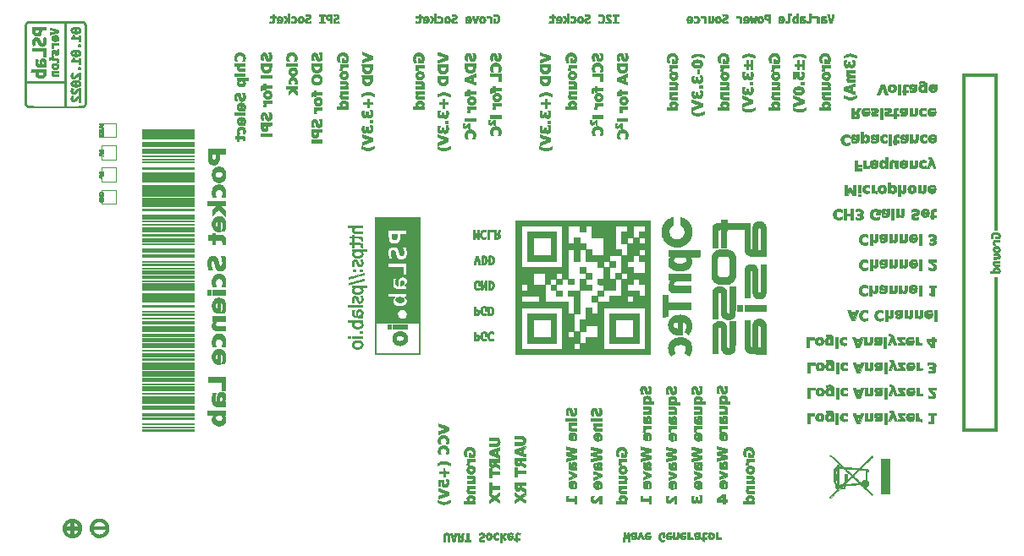
<source format=gbr>
G04 #@! TF.GenerationSoftware,KiCad,Pcbnew,5.99.0+really5.1.12+dfsg1-1*
G04 #@! TF.CreationDate,2021-12-24T17:13:21+08:00*
G04 #@! TF.ProjectId,PSLab,50534c61-622e-46b6-9963-61645f706362,v6.0-beta*
G04 #@! TF.SameCoordinates,Original*
G04 #@! TF.FileFunction,Legend,Bot*
G04 #@! TF.FilePolarity,Positive*
%FSLAX46Y46*%
G04 Gerber Fmt 4.6, Leading zero omitted, Abs format (unit mm)*
G04 Created by KiCad (PCBNEW 5.99.0+really5.1.12+dfsg1-1) date 2021-12-24 17:13:21*
%MOMM*%
%LPD*%
G01*
G04 APERTURE LIST*
%ADD10C,0.010000*%
%ADD11C,0.120000*%
G04 APERTURE END LIST*
D10*
G36*
X149394896Y-98885667D02*
G01*
X149412155Y-98888747D01*
X149418718Y-98895976D01*
X149415711Y-98909038D01*
X149404264Y-98929617D01*
X149385504Y-98959394D01*
X149379696Y-98968645D01*
X149352094Y-99010094D01*
X149317489Y-99057851D01*
X149278783Y-99108177D01*
X149238880Y-99157332D01*
X149200684Y-99201577D01*
X149188217Y-99215252D01*
X149171703Y-99232582D01*
X149160464Y-99245286D01*
X149155075Y-99255761D01*
X149156107Y-99266400D01*
X149164133Y-99279598D01*
X149179728Y-99297752D01*
X149203463Y-99323255D01*
X149217732Y-99338611D01*
X149243634Y-99367107D01*
X149271571Y-99398588D01*
X149299994Y-99431225D01*
X149327356Y-99463188D01*
X149352112Y-99492646D01*
X149372712Y-99517770D01*
X149387611Y-99536730D01*
X149395260Y-99547695D01*
X149395945Y-99549399D01*
X149389299Y-99551535D01*
X149370996Y-99553344D01*
X149343491Y-99554683D01*
X149309237Y-99555411D01*
X149291395Y-99555500D01*
X149186845Y-99555500D01*
X149133241Y-99476125D01*
X149109263Y-99441268D01*
X149083940Y-99405536D01*
X149060337Y-99373194D01*
X149041999Y-99349115D01*
X149004361Y-99301479D01*
X149002518Y-99587240D01*
X149001995Y-99649155D01*
X149001271Y-99706420D01*
X149000383Y-99757556D01*
X148999368Y-99801084D01*
X148998262Y-99835525D01*
X148997103Y-99859400D01*
X148995926Y-99871229D01*
X148995463Y-99872257D01*
X148986864Y-99870793D01*
X148967262Y-99867349D01*
X148939541Y-99862436D01*
X148906589Y-99856562D01*
X148905584Y-99856382D01*
X148820917Y-99841250D01*
X148819104Y-99363236D01*
X148817290Y-98885222D01*
X149000834Y-98885222D01*
X149000834Y-99191071D01*
X149019245Y-99173966D01*
X149035220Y-99156849D01*
X149056842Y-99130501D01*
X149082163Y-99097584D01*
X149109235Y-99060757D01*
X149136107Y-99022681D01*
X149160831Y-98986019D01*
X149181459Y-98953430D01*
X149184530Y-98948296D01*
X149221866Y-98885222D01*
X149323771Y-98885222D01*
X149365810Y-98885053D01*
X149394896Y-98885667D01*
G37*
X149394896Y-98885667D02*
X149412155Y-98888747D01*
X149418718Y-98895976D01*
X149415711Y-98909038D01*
X149404264Y-98929617D01*
X149385504Y-98959394D01*
X149379696Y-98968645D01*
X149352094Y-99010094D01*
X149317489Y-99057851D01*
X149278783Y-99108177D01*
X149238880Y-99157332D01*
X149200684Y-99201577D01*
X149188217Y-99215252D01*
X149171703Y-99232582D01*
X149160464Y-99245286D01*
X149155075Y-99255761D01*
X149156107Y-99266400D01*
X149164133Y-99279598D01*
X149179728Y-99297752D01*
X149203463Y-99323255D01*
X149217732Y-99338611D01*
X149243634Y-99367107D01*
X149271571Y-99398588D01*
X149299994Y-99431225D01*
X149327356Y-99463188D01*
X149352112Y-99492646D01*
X149372712Y-99517770D01*
X149387611Y-99536730D01*
X149395260Y-99547695D01*
X149395945Y-99549399D01*
X149389299Y-99551535D01*
X149370996Y-99553344D01*
X149343491Y-99554683D01*
X149309237Y-99555411D01*
X149291395Y-99555500D01*
X149186845Y-99555500D01*
X149133241Y-99476125D01*
X149109263Y-99441268D01*
X149083940Y-99405536D01*
X149060337Y-99373194D01*
X149041999Y-99349115D01*
X149004361Y-99301479D01*
X149002518Y-99587240D01*
X149001995Y-99649155D01*
X149001271Y-99706420D01*
X149000383Y-99757556D01*
X148999368Y-99801084D01*
X148998262Y-99835525D01*
X148997103Y-99859400D01*
X148995926Y-99871229D01*
X148995463Y-99872257D01*
X148986864Y-99870793D01*
X148967262Y-99867349D01*
X148939541Y-99862436D01*
X148906589Y-99856562D01*
X148905584Y-99856382D01*
X148820917Y-99841250D01*
X148819104Y-99363236D01*
X148817290Y-98885222D01*
X149000834Y-98885222D01*
X149000834Y-99191071D01*
X149019245Y-99173966D01*
X149035220Y-99156849D01*
X149056842Y-99130501D01*
X149082163Y-99097584D01*
X149109235Y-99060757D01*
X149136107Y-99022681D01*
X149160831Y-98986019D01*
X149181459Y-98953430D01*
X149184530Y-98948296D01*
X149221866Y-98885222D01*
X149323771Y-98885222D01*
X149365810Y-98885053D01*
X149394896Y-98885667D01*
G36*
X146975743Y-98871286D02*
G01*
X147018932Y-98873628D01*
X147055433Y-98877454D01*
X147077666Y-98881691D01*
X147136844Y-98902684D01*
X147184563Y-98931652D01*
X147221402Y-98969208D01*
X147247940Y-99015967D01*
X147264757Y-99072542D01*
X147266414Y-99081547D01*
X147270451Y-99143123D01*
X147261546Y-99201807D01*
X147240306Y-99255898D01*
X147207338Y-99303699D01*
X147176343Y-99333542D01*
X147150303Y-99351323D01*
X147114384Y-99371054D01*
X147072260Y-99390763D01*
X147059926Y-99395979D01*
X147012312Y-99415763D01*
X146975849Y-99431294D01*
X146948591Y-99443568D01*
X146928591Y-99453578D01*
X146913901Y-99462319D01*
X146902574Y-99470785D01*
X146892662Y-99479970D01*
X146889852Y-99482830D01*
X146874448Y-99501550D01*
X146867722Y-99519672D01*
X146866528Y-99537736D01*
X146872044Y-99571188D01*
X146881274Y-99588497D01*
X146896992Y-99606116D01*
X146915351Y-99618050D01*
X146939305Y-99625253D01*
X146971805Y-99628681D01*
X147007639Y-99629341D01*
X147042418Y-99628742D01*
X147068139Y-99626613D01*
X147089842Y-99622037D01*
X147112567Y-99614095D01*
X147129041Y-99607224D01*
X147179887Y-99585350D01*
X147200389Y-99639217D01*
X147213705Y-99674050D01*
X147222262Y-99698078D01*
X147225889Y-99713839D01*
X147224411Y-99723873D01*
X147217657Y-99730720D01*
X147205454Y-99736918D01*
X147193371Y-99742325D01*
X147132636Y-99764195D01*
X147064766Y-99778591D01*
X146995034Y-99784755D01*
X146928715Y-99781928D01*
X146922972Y-99781191D01*
X146858667Y-99766588D01*
X146803377Y-99741441D01*
X146761648Y-99710366D01*
X146729674Y-99675887D01*
X146707765Y-99638726D01*
X146694444Y-99595486D01*
X146688231Y-99542770D01*
X146688158Y-99541389D01*
X146687796Y-99494337D01*
X146692793Y-99456390D01*
X146704124Y-99423245D01*
X146721975Y-99391779D01*
X146742767Y-99366016D01*
X146770517Y-99342006D01*
X146806966Y-99318627D01*
X146853854Y-99294758D01*
X146910352Y-99270319D01*
X146967087Y-99245946D01*
X147011323Y-99223805D01*
X147044292Y-99202881D01*
X147067227Y-99182161D01*
X147081363Y-99160631D01*
X147087932Y-99137278D01*
X147088767Y-99123698D01*
X147082588Y-99088142D01*
X147064456Y-99059574D01*
X147034928Y-99038446D01*
X146994556Y-99025211D01*
X146962982Y-99021070D01*
X146904301Y-99021811D01*
X146845383Y-99032885D01*
X146782608Y-99054996D01*
X146777671Y-99057107D01*
X146722557Y-99080935D01*
X146701961Y-99023648D01*
X146689381Y-98988437D01*
X146681106Y-98964166D01*
X146676620Y-98948511D01*
X146675410Y-98939151D01*
X146676960Y-98933761D01*
X146680758Y-98930018D01*
X146681160Y-98929707D01*
X146695814Y-98921399D01*
X146719814Y-98910726D01*
X146748967Y-98899290D01*
X146779078Y-98888695D01*
X146805953Y-98880543D01*
X146816657Y-98877929D01*
X146846321Y-98873751D01*
X146885408Y-98871290D01*
X146929892Y-98870487D01*
X146975743Y-98871286D01*
G37*
X146975743Y-98871286D02*
X147018932Y-98873628D01*
X147055433Y-98877454D01*
X147077666Y-98881691D01*
X147136844Y-98902684D01*
X147184563Y-98931652D01*
X147221402Y-98969208D01*
X147247940Y-99015967D01*
X147264757Y-99072542D01*
X147266414Y-99081547D01*
X147270451Y-99143123D01*
X147261546Y-99201807D01*
X147240306Y-99255898D01*
X147207338Y-99303699D01*
X147176343Y-99333542D01*
X147150303Y-99351323D01*
X147114384Y-99371054D01*
X147072260Y-99390763D01*
X147059926Y-99395979D01*
X147012312Y-99415763D01*
X146975849Y-99431294D01*
X146948591Y-99443568D01*
X146928591Y-99453578D01*
X146913901Y-99462319D01*
X146902574Y-99470785D01*
X146892662Y-99479970D01*
X146889852Y-99482830D01*
X146874448Y-99501550D01*
X146867722Y-99519672D01*
X146866528Y-99537736D01*
X146872044Y-99571188D01*
X146881274Y-99588497D01*
X146896992Y-99606116D01*
X146915351Y-99618050D01*
X146939305Y-99625253D01*
X146971805Y-99628681D01*
X147007639Y-99629341D01*
X147042418Y-99628742D01*
X147068139Y-99626613D01*
X147089842Y-99622037D01*
X147112567Y-99614095D01*
X147129041Y-99607224D01*
X147179887Y-99585350D01*
X147200389Y-99639217D01*
X147213705Y-99674050D01*
X147222262Y-99698078D01*
X147225889Y-99713839D01*
X147224411Y-99723873D01*
X147217657Y-99730720D01*
X147205454Y-99736918D01*
X147193371Y-99742325D01*
X147132636Y-99764195D01*
X147064766Y-99778591D01*
X146995034Y-99784755D01*
X146928715Y-99781928D01*
X146922972Y-99781191D01*
X146858667Y-99766588D01*
X146803377Y-99741441D01*
X146761648Y-99710366D01*
X146729674Y-99675887D01*
X146707765Y-99638726D01*
X146694444Y-99595486D01*
X146688231Y-99542770D01*
X146688158Y-99541389D01*
X146687796Y-99494337D01*
X146692793Y-99456390D01*
X146704124Y-99423245D01*
X146721975Y-99391779D01*
X146742767Y-99366016D01*
X146770517Y-99342006D01*
X146806966Y-99318627D01*
X146853854Y-99294758D01*
X146910352Y-99270319D01*
X146967087Y-99245946D01*
X147011323Y-99223805D01*
X147044292Y-99202881D01*
X147067227Y-99182161D01*
X147081363Y-99160631D01*
X147087932Y-99137278D01*
X147088767Y-99123698D01*
X147082588Y-99088142D01*
X147064456Y-99059574D01*
X147034928Y-99038446D01*
X146994556Y-99025211D01*
X146962982Y-99021070D01*
X146904301Y-99021811D01*
X146845383Y-99032885D01*
X146782608Y-99054996D01*
X146777671Y-99057107D01*
X146722557Y-99080935D01*
X146701961Y-99023648D01*
X146689381Y-98988437D01*
X146681106Y-98964166D01*
X146676620Y-98948511D01*
X146675410Y-98939151D01*
X146676960Y-98933761D01*
X146680758Y-98930018D01*
X146681160Y-98929707D01*
X146695814Y-98921399D01*
X146719814Y-98910726D01*
X146748967Y-98899290D01*
X146779078Y-98888695D01*
X146805953Y-98880543D01*
X146816657Y-98877929D01*
X146846321Y-98873751D01*
X146885408Y-98871290D01*
X146929892Y-98870487D01*
X146975743Y-98871286D01*
G36*
X145187750Y-98903604D02*
G01*
X145181561Y-98921128D01*
X145169768Y-98948414D01*
X145153648Y-98982906D01*
X145134480Y-99022046D01*
X145113544Y-99063280D01*
X145092117Y-99104051D01*
X145071480Y-99141802D01*
X145052910Y-99173977D01*
X145050464Y-99178028D01*
X145007579Y-99248584D01*
X145023359Y-99258801D01*
X145036575Y-99269149D01*
X145055152Y-99285840D01*
X145072225Y-99302431D01*
X145101378Y-99340150D01*
X145121114Y-99385533D01*
X145131896Y-99439974D01*
X145134389Y-99489438D01*
X145128701Y-99556403D01*
X145111781Y-99614947D01*
X145083848Y-99664794D01*
X145045120Y-99705668D01*
X144995816Y-99737294D01*
X144936154Y-99759397D01*
X144916683Y-99764042D01*
X144883940Y-99768773D01*
X144841121Y-99771751D01*
X144792154Y-99772935D01*
X144740972Y-99772285D01*
X144691503Y-99769760D01*
X144658723Y-99766708D01*
X144631420Y-99763227D01*
X144607725Y-99759656D01*
X144593460Y-99756918D01*
X144577000Y-99752787D01*
X144577000Y-99482760D01*
X144753389Y-99482760D01*
X144753639Y-99523710D01*
X144754333Y-99559687D01*
X144755387Y-99588350D01*
X144756718Y-99607362D01*
X144758093Y-99614296D01*
X144769490Y-99618027D01*
X144790432Y-99618945D01*
X144816682Y-99617279D01*
X144844005Y-99613259D01*
X144863518Y-99608583D01*
X144901965Y-99591255D01*
X144929270Y-99565328D01*
X144945555Y-99530628D01*
X144950945Y-99487062D01*
X144946202Y-99444695D01*
X144931588Y-99411416D01*
X144906527Y-99386704D01*
X144870441Y-99370040D01*
X144822752Y-99360905D01*
X144809547Y-99359777D01*
X144753389Y-99355928D01*
X144753389Y-99482760D01*
X144577000Y-99482760D01*
X144577000Y-98885222D01*
X144753389Y-98885222D01*
X144753389Y-99210451D01*
X144796886Y-99208351D01*
X144840384Y-99206250D01*
X144893346Y-99114528D01*
X144915505Y-99075097D01*
X144938140Y-99033016D01*
X144958785Y-98992979D01*
X144974973Y-98959678D01*
X144976762Y-98955778D01*
X145007216Y-98888750D01*
X145099843Y-98886776D01*
X145192469Y-98884801D01*
X145187750Y-98903604D01*
G37*
X145187750Y-98903604D02*
X145181561Y-98921128D01*
X145169768Y-98948414D01*
X145153648Y-98982906D01*
X145134480Y-99022046D01*
X145113544Y-99063280D01*
X145092117Y-99104051D01*
X145071480Y-99141802D01*
X145052910Y-99173977D01*
X145050464Y-99178028D01*
X145007579Y-99248584D01*
X145023359Y-99258801D01*
X145036575Y-99269149D01*
X145055152Y-99285840D01*
X145072225Y-99302431D01*
X145101378Y-99340150D01*
X145121114Y-99385533D01*
X145131896Y-99439974D01*
X145134389Y-99489438D01*
X145128701Y-99556403D01*
X145111781Y-99614947D01*
X145083848Y-99664794D01*
X145045120Y-99705668D01*
X144995816Y-99737294D01*
X144936154Y-99759397D01*
X144916683Y-99764042D01*
X144883940Y-99768773D01*
X144841121Y-99771751D01*
X144792154Y-99772935D01*
X144740972Y-99772285D01*
X144691503Y-99769760D01*
X144658723Y-99766708D01*
X144631420Y-99763227D01*
X144607725Y-99759656D01*
X144593460Y-99756918D01*
X144577000Y-99752787D01*
X144577000Y-99482760D01*
X144753389Y-99482760D01*
X144753639Y-99523710D01*
X144754333Y-99559687D01*
X144755387Y-99588350D01*
X144756718Y-99607362D01*
X144758093Y-99614296D01*
X144769490Y-99618027D01*
X144790432Y-99618945D01*
X144816682Y-99617279D01*
X144844005Y-99613259D01*
X144863518Y-99608583D01*
X144901965Y-99591255D01*
X144929270Y-99565328D01*
X144945555Y-99530628D01*
X144950945Y-99487062D01*
X144946202Y-99444695D01*
X144931588Y-99411416D01*
X144906527Y-99386704D01*
X144870441Y-99370040D01*
X144822752Y-99360905D01*
X144809547Y-99359777D01*
X144753389Y-99355928D01*
X144753389Y-99482760D01*
X144577000Y-99482760D01*
X144577000Y-98885222D01*
X144753389Y-98885222D01*
X144753389Y-99210451D01*
X144796886Y-99208351D01*
X144840384Y-99206250D01*
X144893346Y-99114528D01*
X144915505Y-99075097D01*
X144938140Y-99033016D01*
X144958785Y-98992979D01*
X144974973Y-98959678D01*
X144976762Y-98955778D01*
X145007216Y-98888750D01*
X145099843Y-98886776D01*
X145192469Y-98884801D01*
X145187750Y-98903604D01*
G36*
X143530120Y-98876461D02*
G01*
X143588723Y-98893692D01*
X143637769Y-98921185D01*
X143677395Y-98959027D01*
X143707736Y-99007310D01*
X143728929Y-99066122D01*
X143737140Y-99105450D01*
X143738757Y-99122579D01*
X143740232Y-99152261D01*
X143741534Y-99192936D01*
X143742631Y-99243046D01*
X143743490Y-99301032D01*
X143744080Y-99365336D01*
X143744368Y-99434399D01*
X143744391Y-99458486D01*
X143744445Y-99767167D01*
X143561524Y-99767167D01*
X143559498Y-99433792D01*
X143559007Y-99356433D01*
X143558518Y-99291910D01*
X143557973Y-99238947D01*
X143557313Y-99196268D01*
X143556480Y-99162596D01*
X143555416Y-99136658D01*
X143554062Y-99117176D01*
X143552361Y-99102876D01*
X143550253Y-99092482D01*
X143547680Y-99084717D01*
X143544585Y-99078306D01*
X143543121Y-99075722D01*
X143522393Y-99050141D01*
X143494765Y-99034470D01*
X143458358Y-99027901D01*
X143432473Y-99027940D01*
X143405002Y-99030163D01*
X143386767Y-99034524D01*
X143372904Y-99042591D01*
X143364784Y-99049745D01*
X143356181Y-99058363D01*
X143348956Y-99067171D01*
X143342973Y-99077435D01*
X143338100Y-99090418D01*
X143334203Y-99107387D01*
X143331146Y-99129607D01*
X143328796Y-99158342D01*
X143327019Y-99194857D01*
X143325681Y-99240417D01*
X143324647Y-99296289D01*
X143323785Y-99363735D01*
X143322958Y-99444023D01*
X143322955Y-99444375D01*
X143319796Y-99767167D01*
X143144722Y-99767167D01*
X143144845Y-99444375D01*
X143144963Y-99360295D01*
X143145326Y-99288986D01*
X143146050Y-99229110D01*
X143147254Y-99179328D01*
X143149055Y-99138302D01*
X143151569Y-99104691D01*
X143154914Y-99077158D01*
X143159208Y-99054363D01*
X143164566Y-99034968D01*
X143171107Y-99017633D01*
X143178948Y-99001020D01*
X143184590Y-98990355D01*
X143216306Y-98945951D01*
X143257579Y-98911811D01*
X143308509Y-98887876D01*
X143369201Y-98874083D01*
X143383701Y-98872421D01*
X143461825Y-98869400D01*
X143530120Y-98876461D01*
G37*
X143530120Y-98876461D02*
X143588723Y-98893692D01*
X143637769Y-98921185D01*
X143677395Y-98959027D01*
X143707736Y-99007310D01*
X143728929Y-99066122D01*
X143737140Y-99105450D01*
X143738757Y-99122579D01*
X143740232Y-99152261D01*
X143741534Y-99192936D01*
X143742631Y-99243046D01*
X143743490Y-99301032D01*
X143744080Y-99365336D01*
X143744368Y-99434399D01*
X143744391Y-99458486D01*
X143744445Y-99767167D01*
X143561524Y-99767167D01*
X143559498Y-99433792D01*
X143559007Y-99356433D01*
X143558518Y-99291910D01*
X143557973Y-99238947D01*
X143557313Y-99196268D01*
X143556480Y-99162596D01*
X143555416Y-99136658D01*
X143554062Y-99117176D01*
X143552361Y-99102876D01*
X143550253Y-99092482D01*
X143547680Y-99084717D01*
X143544585Y-99078306D01*
X143543121Y-99075722D01*
X143522393Y-99050141D01*
X143494765Y-99034470D01*
X143458358Y-99027901D01*
X143432473Y-99027940D01*
X143405002Y-99030163D01*
X143386767Y-99034524D01*
X143372904Y-99042591D01*
X143364784Y-99049745D01*
X143356181Y-99058363D01*
X143348956Y-99067171D01*
X143342973Y-99077435D01*
X143338100Y-99090418D01*
X143334203Y-99107387D01*
X143331146Y-99129607D01*
X143328796Y-99158342D01*
X143327019Y-99194857D01*
X143325681Y-99240417D01*
X143324647Y-99296289D01*
X143323785Y-99363735D01*
X143322958Y-99444023D01*
X143322955Y-99444375D01*
X143319796Y-99767167D01*
X143144722Y-99767167D01*
X143144845Y-99444375D01*
X143144963Y-99360295D01*
X143145326Y-99288986D01*
X143146050Y-99229110D01*
X143147254Y-99179328D01*
X143149055Y-99138302D01*
X143151569Y-99104691D01*
X143154914Y-99077158D01*
X143159208Y-99054363D01*
X143164566Y-99034968D01*
X143171107Y-99017633D01*
X143178948Y-99001020D01*
X143184590Y-98990355D01*
X143216306Y-98945951D01*
X143257579Y-98911811D01*
X143308509Y-98887876D01*
X143369201Y-98874083D01*
X143383701Y-98872421D01*
X143461825Y-98869400D01*
X143530120Y-98876461D01*
G36*
X143936960Y-98885414D02*
G01*
X143962923Y-98886189D01*
X143979383Y-98887848D01*
X143988641Y-98890689D01*
X143992999Y-98895014D01*
X143993989Y-98897570D01*
X143996724Y-98909271D01*
X144001393Y-98931442D01*
X144007296Y-98960691D01*
X144012556Y-98987528D01*
X144018947Y-99020045D01*
X144024678Y-99048261D01*
X144029047Y-99068785D01*
X144031122Y-99077486D01*
X144033705Y-99082157D01*
X144039724Y-99085487D01*
X144051252Y-99087697D01*
X144070366Y-99089010D01*
X144099139Y-99089647D01*
X144139648Y-99089831D01*
X144146587Y-99089834D01*
X144258500Y-99089834D01*
X144266072Y-99052792D01*
X144271050Y-99028251D01*
X144277574Y-98995833D01*
X144284445Y-98961503D01*
X144286290Y-98952250D01*
X144298935Y-98888750D01*
X144395634Y-98886787D01*
X144430727Y-98886355D01*
X144460136Y-98886528D01*
X144481310Y-98887249D01*
X144491700Y-98888463D01*
X144492334Y-98888918D01*
X144490726Y-98896698D01*
X144486234Y-98916091D01*
X144479356Y-98945006D01*
X144470590Y-98981356D01*
X144460434Y-99023053D01*
X144457380Y-99035520D01*
X144431733Y-99136657D01*
X144401885Y-99248307D01*
X144368591Y-99367770D01*
X144332603Y-99492345D01*
X144294675Y-99619333D01*
X144293168Y-99624292D01*
X144249734Y-99767167D01*
X144055496Y-99767167D01*
X144027409Y-99677209D01*
X143992268Y-99563665D01*
X143959629Y-99456203D01*
X143930143Y-99356996D01*
X143904460Y-99268215D01*
X143896916Y-99241528D01*
X143895941Y-99238000D01*
X144067398Y-99238000D01*
X144072113Y-99271514D01*
X144075509Y-99290365D01*
X144081603Y-99319233D01*
X144089682Y-99355152D01*
X144099030Y-99395155D01*
X144108934Y-99436277D01*
X144118678Y-99475553D01*
X144127549Y-99510015D01*
X144134831Y-99536700D01*
X144139810Y-99552640D01*
X144139895Y-99552864D01*
X144145714Y-99565375D01*
X144149499Y-99568826D01*
X144151924Y-99561436D01*
X144157163Y-99542541D01*
X144164636Y-99514330D01*
X144173762Y-99478995D01*
X144183872Y-99439084D01*
X144194489Y-99395832D01*
X144204176Y-99354595D01*
X144212253Y-99318401D01*
X144218042Y-99290278D01*
X144220649Y-99275042D01*
X144225547Y-99238000D01*
X144067398Y-99238000D01*
X143895941Y-99238000D01*
X143885573Y-99200497D01*
X143873350Y-99155199D01*
X143860785Y-99107746D01*
X143848416Y-99060248D01*
X143836782Y-99014815D01*
X143826421Y-98973557D01*
X143817870Y-98938586D01*
X143811668Y-98912010D01*
X143808352Y-98895942D01*
X143807945Y-98892595D01*
X143814864Y-98889238D01*
X143835136Y-98886858D01*
X143868034Y-98885515D01*
X143899191Y-98885222D01*
X143936960Y-98885414D01*
G37*
X143936960Y-98885414D02*
X143962923Y-98886189D01*
X143979383Y-98887848D01*
X143988641Y-98890689D01*
X143992999Y-98895014D01*
X143993989Y-98897570D01*
X143996724Y-98909271D01*
X144001393Y-98931442D01*
X144007296Y-98960691D01*
X144012556Y-98987528D01*
X144018947Y-99020045D01*
X144024678Y-99048261D01*
X144029047Y-99068785D01*
X144031122Y-99077486D01*
X144033705Y-99082157D01*
X144039724Y-99085487D01*
X144051252Y-99087697D01*
X144070366Y-99089010D01*
X144099139Y-99089647D01*
X144139648Y-99089831D01*
X144146587Y-99089834D01*
X144258500Y-99089834D01*
X144266072Y-99052792D01*
X144271050Y-99028251D01*
X144277574Y-98995833D01*
X144284445Y-98961503D01*
X144286290Y-98952250D01*
X144298935Y-98888750D01*
X144395634Y-98886787D01*
X144430727Y-98886355D01*
X144460136Y-98886528D01*
X144481310Y-98887249D01*
X144491700Y-98888463D01*
X144492334Y-98888918D01*
X144490726Y-98896698D01*
X144486234Y-98916091D01*
X144479356Y-98945006D01*
X144470590Y-98981356D01*
X144460434Y-99023053D01*
X144457380Y-99035520D01*
X144431733Y-99136657D01*
X144401885Y-99248307D01*
X144368591Y-99367770D01*
X144332603Y-99492345D01*
X144294675Y-99619333D01*
X144293168Y-99624292D01*
X144249734Y-99767167D01*
X144055496Y-99767167D01*
X144027409Y-99677209D01*
X143992268Y-99563665D01*
X143959629Y-99456203D01*
X143930143Y-99356996D01*
X143904460Y-99268215D01*
X143896916Y-99241528D01*
X143895941Y-99238000D01*
X144067398Y-99238000D01*
X144072113Y-99271514D01*
X144075509Y-99290365D01*
X144081603Y-99319233D01*
X144089682Y-99355152D01*
X144099030Y-99395155D01*
X144108934Y-99436277D01*
X144118678Y-99475553D01*
X144127549Y-99510015D01*
X144134831Y-99536700D01*
X144139810Y-99552640D01*
X144139895Y-99552864D01*
X144145714Y-99565375D01*
X144149499Y-99568826D01*
X144151924Y-99561436D01*
X144157163Y-99542541D01*
X144164636Y-99514330D01*
X144173762Y-99478995D01*
X144183872Y-99439084D01*
X144194489Y-99395832D01*
X144204176Y-99354595D01*
X144212253Y-99318401D01*
X144218042Y-99290278D01*
X144220649Y-99275042D01*
X144225547Y-99238000D01*
X144067398Y-99238000D01*
X143895941Y-99238000D01*
X143885573Y-99200497D01*
X143873350Y-99155199D01*
X143860785Y-99107746D01*
X143848416Y-99060248D01*
X143836782Y-99014815D01*
X143826421Y-98973557D01*
X143817870Y-98938586D01*
X143811668Y-98912010D01*
X143808352Y-98895942D01*
X143807945Y-98892595D01*
X143814864Y-98889238D01*
X143835136Y-98886858D01*
X143868034Y-98885515D01*
X143899191Y-98885222D01*
X143936960Y-98885414D01*
G36*
X145649445Y-99611945D02*
G01*
X145882278Y-99611945D01*
X145882278Y-99767167D01*
X145240222Y-99767167D01*
X145240222Y-99611945D01*
X145466000Y-99611945D01*
X145466000Y-98885222D01*
X145649445Y-98885222D01*
X145649445Y-99611945D01*
G37*
X145649445Y-99611945D02*
X145882278Y-99611945D01*
X145882278Y-99767167D01*
X145240222Y-99767167D01*
X145240222Y-99611945D01*
X145466000Y-99611945D01*
X145466000Y-98885222D01*
X145649445Y-98885222D01*
X145649445Y-99611945D01*
G36*
X165064701Y-98844903D02*
G01*
X165106966Y-98846697D01*
X165144713Y-98849546D01*
X165174246Y-98853364D01*
X165186278Y-98856025D01*
X165209848Y-98862612D01*
X165236299Y-98869715D01*
X165240959Y-98870932D01*
X165270945Y-98878711D01*
X165270945Y-99322667D01*
X165094556Y-99322667D01*
X165094556Y-99164672D01*
X165094611Y-99111950D01*
X165094386Y-99071670D01*
X165093291Y-99042165D01*
X165090738Y-99021769D01*
X165086139Y-99008816D01*
X165078904Y-99001640D01*
X165068446Y-98998575D01*
X165054176Y-98997954D01*
X165035724Y-98998111D01*
X164984646Y-99003410D01*
X164941591Y-99019507D01*
X164906306Y-99046707D01*
X164878533Y-99085313D01*
X164858019Y-99135630D01*
X164844508Y-99197961D01*
X164840616Y-99230313D01*
X164837816Y-99285196D01*
X164839279Y-99341137D01*
X164844648Y-99394047D01*
X164853567Y-99439837D01*
X164860876Y-99463259D01*
X164885537Y-99510804D01*
X164919546Y-99550540D01*
X164952348Y-99574996D01*
X164968456Y-99583782D01*
X164983292Y-99589416D01*
X165000679Y-99592587D01*
X165024442Y-99593987D01*
X165058405Y-99594306D01*
X165059278Y-99594306D01*
X165093791Y-99593977D01*
X165118652Y-99592440D01*
X165138312Y-99588865D01*
X165157224Y-99582424D01*
X165179842Y-99572289D01*
X165181295Y-99571602D01*
X165208739Y-99559630D01*
X165225391Y-99554968D01*
X165232340Y-99557315D01*
X165232410Y-99557490D01*
X165250575Y-99608637D01*
X165263177Y-99648859D01*
X165270083Y-99677642D01*
X165271158Y-99694472D01*
X165269187Y-99698466D01*
X165234227Y-99717449D01*
X165189155Y-99733552D01*
X165137801Y-99746066D01*
X165083997Y-99754284D01*
X165031573Y-99757496D01*
X164984361Y-99754996D01*
X164972942Y-99753238D01*
X164901591Y-99734084D01*
X164839148Y-99703990D01*
X164785519Y-99662888D01*
X164740613Y-99610709D01*
X164706441Y-99551848D01*
X164684556Y-99499432D01*
X164669482Y-99446639D01*
X164660429Y-99389512D01*
X164656605Y-99324094D01*
X164656357Y-99301500D01*
X164660750Y-99207478D01*
X164674238Y-99123817D01*
X164696748Y-99050637D01*
X164728210Y-98988062D01*
X164768550Y-98936212D01*
X164817697Y-98895209D01*
X164875578Y-98865176D01*
X164924441Y-98849977D01*
X164947790Y-98846700D01*
X164981415Y-98844819D01*
X165021618Y-98844248D01*
X165064701Y-98844903D01*
G37*
X165064701Y-98844903D02*
X165106966Y-98846697D01*
X165144713Y-98849546D01*
X165174246Y-98853364D01*
X165186278Y-98856025D01*
X165209848Y-98862612D01*
X165236299Y-98869715D01*
X165240959Y-98870932D01*
X165270945Y-98878711D01*
X165270945Y-99322667D01*
X165094556Y-99322667D01*
X165094556Y-99164672D01*
X165094611Y-99111950D01*
X165094386Y-99071670D01*
X165093291Y-99042165D01*
X165090738Y-99021769D01*
X165086139Y-99008816D01*
X165078904Y-99001640D01*
X165068446Y-98998575D01*
X165054176Y-98997954D01*
X165035724Y-98998111D01*
X164984646Y-99003410D01*
X164941591Y-99019507D01*
X164906306Y-99046707D01*
X164878533Y-99085313D01*
X164858019Y-99135630D01*
X164844508Y-99197961D01*
X164840616Y-99230313D01*
X164837816Y-99285196D01*
X164839279Y-99341137D01*
X164844648Y-99394047D01*
X164853567Y-99439837D01*
X164860876Y-99463259D01*
X164885537Y-99510804D01*
X164919546Y-99550540D01*
X164952348Y-99574996D01*
X164968456Y-99583782D01*
X164983292Y-99589416D01*
X165000679Y-99592587D01*
X165024442Y-99593987D01*
X165058405Y-99594306D01*
X165059278Y-99594306D01*
X165093791Y-99593977D01*
X165118652Y-99592440D01*
X165138312Y-99588865D01*
X165157224Y-99582424D01*
X165179842Y-99572289D01*
X165181295Y-99571602D01*
X165208739Y-99559630D01*
X165225391Y-99554968D01*
X165232340Y-99557315D01*
X165232410Y-99557490D01*
X165250575Y-99608637D01*
X165263177Y-99648859D01*
X165270083Y-99677642D01*
X165271158Y-99694472D01*
X165269187Y-99698466D01*
X165234227Y-99717449D01*
X165189155Y-99733552D01*
X165137801Y-99746066D01*
X165083997Y-99754284D01*
X165031573Y-99757496D01*
X164984361Y-99754996D01*
X164972942Y-99753238D01*
X164901591Y-99734084D01*
X164839148Y-99703990D01*
X164785519Y-99662888D01*
X164740613Y-99610709D01*
X164706441Y-99551848D01*
X164684556Y-99499432D01*
X164669482Y-99446639D01*
X164660429Y-99389512D01*
X164656605Y-99324094D01*
X164656357Y-99301500D01*
X164660750Y-99207478D01*
X164674238Y-99123817D01*
X164696748Y-99050637D01*
X164728210Y-98988062D01*
X164768550Y-98936212D01*
X164817697Y-98895209D01*
X164875578Y-98865176D01*
X164924441Y-98849977D01*
X164947790Y-98846700D01*
X164981415Y-98844819D01*
X165021618Y-98844248D01*
X165064701Y-98844903D01*
G36*
X150703511Y-98879034D02*
G01*
X150764898Y-98890725D01*
X150771778Y-98892548D01*
X150790782Y-98898055D01*
X150803096Y-98903932D01*
X150809620Y-98912872D01*
X150811253Y-98927572D01*
X150808895Y-98950723D01*
X150803446Y-98985022D01*
X150803186Y-98986608D01*
X150797819Y-99017066D01*
X150792797Y-99041574D01*
X150788750Y-99057286D01*
X150786620Y-99061608D01*
X150778149Y-99059289D01*
X150760939Y-99053334D01*
X150746735Y-99048063D01*
X150708966Y-99037143D01*
X150666760Y-99030388D01*
X150625416Y-99028281D01*
X150590232Y-99031307D01*
X150582486Y-99033064D01*
X150561644Y-99040652D01*
X150548580Y-99052392D01*
X150538569Y-99070846D01*
X150534072Y-99082146D01*
X150530689Y-99094963D01*
X150528262Y-99111407D01*
X150526634Y-99133587D01*
X150525650Y-99163613D01*
X150525153Y-99203593D01*
X150524988Y-99253875D01*
X150524834Y-99407334D01*
X150800000Y-99407334D01*
X150800000Y-99555500D01*
X150525221Y-99555500D01*
X150523263Y-99653022D01*
X150521306Y-99750543D01*
X150433111Y-99735924D01*
X150344917Y-99721306D01*
X150340941Y-99555500D01*
X150193222Y-99555500D01*
X150193222Y-99407334D01*
X150339574Y-99407334D01*
X150343550Y-99229181D01*
X150344974Y-99178390D01*
X150346858Y-99130478D01*
X150349068Y-99087824D01*
X150351467Y-99052813D01*
X150353920Y-99027827D01*
X150355630Y-99017429D01*
X150373678Y-98970328D01*
X150402561Y-98930881D01*
X150440770Y-98901047D01*
X150448407Y-98896907D01*
X150468834Y-98887365D01*
X150488122Y-98880987D01*
X150510456Y-98876914D01*
X150540023Y-98874283D01*
X150564824Y-98872951D01*
X150635017Y-98872938D01*
X150703511Y-98879034D01*
G37*
X150703511Y-98879034D02*
X150764898Y-98890725D01*
X150771778Y-98892548D01*
X150790782Y-98898055D01*
X150803096Y-98903932D01*
X150809620Y-98912872D01*
X150811253Y-98927572D01*
X150808895Y-98950723D01*
X150803446Y-98985022D01*
X150803186Y-98986608D01*
X150797819Y-99017066D01*
X150792797Y-99041574D01*
X150788750Y-99057286D01*
X150786620Y-99061608D01*
X150778149Y-99059289D01*
X150760939Y-99053334D01*
X150746735Y-99048063D01*
X150708966Y-99037143D01*
X150666760Y-99030388D01*
X150625416Y-99028281D01*
X150590232Y-99031307D01*
X150582486Y-99033064D01*
X150561644Y-99040652D01*
X150548580Y-99052392D01*
X150538569Y-99070846D01*
X150534072Y-99082146D01*
X150530689Y-99094963D01*
X150528262Y-99111407D01*
X150526634Y-99133587D01*
X150525650Y-99163613D01*
X150525153Y-99203593D01*
X150524988Y-99253875D01*
X150524834Y-99407334D01*
X150800000Y-99407334D01*
X150800000Y-99555500D01*
X150525221Y-99555500D01*
X150523263Y-99653022D01*
X150521306Y-99750543D01*
X150433111Y-99735924D01*
X150344917Y-99721306D01*
X150340941Y-99555500D01*
X150193222Y-99555500D01*
X150193222Y-99407334D01*
X150339574Y-99407334D01*
X150343550Y-99229181D01*
X150344974Y-99178390D01*
X150346858Y-99130478D01*
X150349068Y-99087824D01*
X150351467Y-99052813D01*
X150353920Y-99027827D01*
X150355630Y-99017429D01*
X150373678Y-98970328D01*
X150402561Y-98930881D01*
X150440770Y-98901047D01*
X150448407Y-98896907D01*
X150468834Y-98887365D01*
X150488122Y-98880987D01*
X150510456Y-98876914D01*
X150540023Y-98874283D01*
X150564824Y-98872951D01*
X150635017Y-98872938D01*
X150703511Y-98879034D01*
G36*
X161678168Y-98857594D02*
G01*
X161702357Y-98859483D01*
X161715283Y-98862828D01*
X161718297Y-98865820D01*
X161720450Y-98878252D01*
X161723125Y-98903246D01*
X161726231Y-98939266D01*
X161729675Y-98984777D01*
X161733368Y-99038243D01*
X161737215Y-99098128D01*
X161741126Y-99162896D01*
X161745010Y-99231012D01*
X161748773Y-99300940D01*
X161752325Y-99371143D01*
X161755574Y-99440088D01*
X161758427Y-99506237D01*
X161760794Y-99568055D01*
X161761511Y-99589014D01*
X161766457Y-99738945D01*
X161599768Y-99738945D01*
X161603815Y-99412625D01*
X161607862Y-99086306D01*
X161587000Y-99156861D01*
X161576937Y-99191480D01*
X161564717Y-99234403D01*
X161551843Y-99280308D01*
X161539819Y-99323871D01*
X161539185Y-99326195D01*
X161512232Y-99424972D01*
X161378722Y-99428982D01*
X161348566Y-99324671D01*
X161335984Y-99281350D01*
X161322765Y-99236168D01*
X161310317Y-99193918D01*
X161300047Y-99159390D01*
X161298228Y-99153334D01*
X161278047Y-99086306D01*
X161282436Y-99412625D01*
X161286826Y-99738945D01*
X161122278Y-99738945D01*
X161122278Y-99680637D01*
X161122849Y-99635417D01*
X161124469Y-99578592D01*
X161126997Y-99512618D01*
X161130295Y-99439951D01*
X161134221Y-99363047D01*
X161138635Y-99284362D01*
X161143398Y-99206353D01*
X161148370Y-99131474D01*
X161153411Y-99062183D01*
X161158380Y-99000935D01*
X161163137Y-98950186D01*
X161164811Y-98934611D01*
X161167901Y-98906160D01*
X161170261Y-98882627D01*
X161171507Y-98867898D01*
X161171609Y-98865581D01*
X161175066Y-98861446D01*
X161186640Y-98858987D01*
X161208230Y-98858027D01*
X161241735Y-98858388D01*
X161247169Y-98858525D01*
X161322671Y-98860528D01*
X161381482Y-99042209D01*
X161397165Y-99090066D01*
X161411669Y-99133201D01*
X161424381Y-99169883D01*
X161434689Y-99198378D01*
X161441980Y-99216954D01*
X161445642Y-99223879D01*
X161445702Y-99223889D01*
X161450311Y-99217680D01*
X161457365Y-99201337D01*
X161465403Y-99178283D01*
X161466040Y-99176264D01*
X161472930Y-99154378D01*
X161483127Y-99122100D01*
X161495666Y-99082485D01*
X161509580Y-99038588D01*
X161523901Y-98993465D01*
X161524106Y-98992820D01*
X161567242Y-98857000D01*
X161641315Y-98857000D01*
X161678168Y-98857594D01*
G37*
X161678168Y-98857594D02*
X161702357Y-98859483D01*
X161715283Y-98862828D01*
X161718297Y-98865820D01*
X161720450Y-98878252D01*
X161723125Y-98903246D01*
X161726231Y-98939266D01*
X161729675Y-98984777D01*
X161733368Y-99038243D01*
X161737215Y-99098128D01*
X161741126Y-99162896D01*
X161745010Y-99231012D01*
X161748773Y-99300940D01*
X161752325Y-99371143D01*
X161755574Y-99440088D01*
X161758427Y-99506237D01*
X161760794Y-99568055D01*
X161761511Y-99589014D01*
X161766457Y-99738945D01*
X161599768Y-99738945D01*
X161603815Y-99412625D01*
X161607862Y-99086306D01*
X161587000Y-99156861D01*
X161576937Y-99191480D01*
X161564717Y-99234403D01*
X161551843Y-99280308D01*
X161539819Y-99323871D01*
X161539185Y-99326195D01*
X161512232Y-99424972D01*
X161378722Y-99428982D01*
X161348566Y-99324671D01*
X161335984Y-99281350D01*
X161322765Y-99236168D01*
X161310317Y-99193918D01*
X161300047Y-99159390D01*
X161298228Y-99153334D01*
X161278047Y-99086306D01*
X161282436Y-99412625D01*
X161286826Y-99738945D01*
X161122278Y-99738945D01*
X161122278Y-99680637D01*
X161122849Y-99635417D01*
X161124469Y-99578592D01*
X161126997Y-99512618D01*
X161130295Y-99439951D01*
X161134221Y-99363047D01*
X161138635Y-99284362D01*
X161143398Y-99206353D01*
X161148370Y-99131474D01*
X161153411Y-99062183D01*
X161158380Y-99000935D01*
X161163137Y-98950186D01*
X161164811Y-98934611D01*
X161167901Y-98906160D01*
X161170261Y-98882627D01*
X161171507Y-98867898D01*
X161171609Y-98865581D01*
X161175066Y-98861446D01*
X161186640Y-98858987D01*
X161208230Y-98858027D01*
X161241735Y-98858388D01*
X161247169Y-98858525D01*
X161322671Y-98860528D01*
X161381482Y-99042209D01*
X161397165Y-99090066D01*
X161411669Y-99133201D01*
X161424381Y-99169883D01*
X161434689Y-99198378D01*
X161441980Y-99216954D01*
X161445642Y-99223879D01*
X161445702Y-99223889D01*
X161450311Y-99217680D01*
X161457365Y-99201337D01*
X161465403Y-99178283D01*
X161466040Y-99176264D01*
X161472930Y-99154378D01*
X161483127Y-99122100D01*
X161495666Y-99082485D01*
X161509580Y-99038588D01*
X161523901Y-98993465D01*
X161524106Y-98992820D01*
X161567242Y-98857000D01*
X161641315Y-98857000D01*
X161678168Y-98857594D01*
G36*
X169354550Y-98845830D02*
G01*
X169397492Y-98850069D01*
X169437171Y-98856325D01*
X169471329Y-98864182D01*
X169497705Y-98873225D01*
X169514041Y-98883037D01*
X169518362Y-98891177D01*
X169517228Y-98904681D01*
X169514283Y-98926581D01*
X169510162Y-98953142D01*
X169505498Y-98980631D01*
X169500923Y-99005315D01*
X169497072Y-99023459D01*
X169494593Y-99031315D01*
X169486721Y-99030835D01*
X169469658Y-99026142D01*
X169450084Y-99019339D01*
X169415055Y-99009355D01*
X169376430Y-99003476D01*
X169337964Y-99001762D01*
X169303416Y-99004272D01*
X169276540Y-99011068D01*
X169266713Y-99016411D01*
X169255436Y-99026124D01*
X169246688Y-99037759D01*
X169240151Y-99053137D01*
X169235506Y-99074083D01*
X169232434Y-99102417D01*
X169230617Y-99139962D01*
X169229737Y-99188540D01*
X169229510Y-99229181D01*
X169229111Y-99379111D01*
X169511334Y-99379111D01*
X169511334Y-99527278D01*
X169229111Y-99527278D01*
X169229111Y-99626056D01*
X169228756Y-99661470D01*
X169227782Y-99691142D01*
X169226323Y-99712574D01*
X169224514Y-99723271D01*
X169223820Y-99724015D01*
X169215163Y-99722561D01*
X169195531Y-99719210D01*
X169167853Y-99714463D01*
X169135625Y-99708920D01*
X169052722Y-99694642D01*
X169052722Y-99527278D01*
X168897500Y-99527278D01*
X168897500Y-99379111D01*
X169051713Y-99379111D01*
X169053981Y-99186847D01*
X169054688Y-99129715D01*
X169055411Y-99084811D01*
X169056318Y-99050254D01*
X169057577Y-99024161D01*
X169059356Y-99004650D01*
X169061821Y-98989840D01*
X169065141Y-98977848D01*
X169069482Y-98966793D01*
X169074548Y-98955778D01*
X169096520Y-98917458D01*
X169122872Y-98888576D01*
X169155712Y-98867925D01*
X169197146Y-98854299D01*
X169249281Y-98846493D01*
X169267917Y-98845067D01*
X169310605Y-98844024D01*
X169354550Y-98845830D01*
G37*
X169354550Y-98845830D02*
X169397492Y-98850069D01*
X169437171Y-98856325D01*
X169471329Y-98864182D01*
X169497705Y-98873225D01*
X169514041Y-98883037D01*
X169518362Y-98891177D01*
X169517228Y-98904681D01*
X169514283Y-98926581D01*
X169510162Y-98953142D01*
X169505498Y-98980631D01*
X169500923Y-99005315D01*
X169497072Y-99023459D01*
X169494593Y-99031315D01*
X169486721Y-99030835D01*
X169469658Y-99026142D01*
X169450084Y-99019339D01*
X169415055Y-99009355D01*
X169376430Y-99003476D01*
X169337964Y-99001762D01*
X169303416Y-99004272D01*
X169276540Y-99011068D01*
X169266713Y-99016411D01*
X169255436Y-99026124D01*
X169246688Y-99037759D01*
X169240151Y-99053137D01*
X169235506Y-99074083D01*
X169232434Y-99102417D01*
X169230617Y-99139962D01*
X169229737Y-99188540D01*
X169229510Y-99229181D01*
X169229111Y-99379111D01*
X169511334Y-99379111D01*
X169511334Y-99527278D01*
X169229111Y-99527278D01*
X169229111Y-99626056D01*
X169228756Y-99661470D01*
X169227782Y-99691142D01*
X169226323Y-99712574D01*
X169224514Y-99723271D01*
X169223820Y-99724015D01*
X169215163Y-99722561D01*
X169195531Y-99719210D01*
X169167853Y-99714463D01*
X169135625Y-99708920D01*
X169052722Y-99694642D01*
X169052722Y-99527278D01*
X168897500Y-99527278D01*
X168897500Y-99379111D01*
X169051713Y-99379111D01*
X169053981Y-99186847D01*
X169054688Y-99129715D01*
X169055411Y-99084811D01*
X169056318Y-99050254D01*
X169057577Y-99024161D01*
X169059356Y-99004650D01*
X169061821Y-98989840D01*
X169065141Y-98977848D01*
X169069482Y-98966793D01*
X169074548Y-98955778D01*
X169096520Y-98917458D01*
X169122872Y-98888576D01*
X169155712Y-98867925D01*
X169197146Y-98854299D01*
X169249281Y-98846493D01*
X169267917Y-98845067D01*
X169310605Y-98844024D01*
X169354550Y-98845830D01*
G36*
X147768545Y-98881324D02*
G01*
X147827004Y-98903950D01*
X147877941Y-98938386D01*
X147921002Y-98984416D01*
X147955831Y-99041824D01*
X147971963Y-99079820D01*
X147978406Y-99099307D01*
X147982801Y-99118868D01*
X147985514Y-99141853D01*
X147986914Y-99171613D01*
X147987366Y-99211496D01*
X147987376Y-99220361D01*
X147987059Y-99262513D01*
X147985865Y-99293913D01*
X147983426Y-99317912D01*
X147979374Y-99337859D01*
X147973342Y-99357106D01*
X147971963Y-99360903D01*
X147943268Y-99422656D01*
X147906462Y-99473344D01*
X147860547Y-99514087D01*
X147809315Y-99543790D01*
X147785936Y-99554092D01*
X147765529Y-99560767D01*
X147743503Y-99564727D01*
X147715266Y-99566889D01*
X147688500Y-99567845D01*
X147648725Y-99568202D01*
X147618909Y-99566445D01*
X147595004Y-99562184D01*
X147579047Y-99557299D01*
X147516938Y-99528415D01*
X147464943Y-99489697D01*
X147423153Y-99441248D01*
X147391660Y-99383167D01*
X147374469Y-99331886D01*
X147368012Y-99295022D01*
X147364710Y-99249654D01*
X147364550Y-99201031D01*
X147364612Y-99200044D01*
X147548854Y-99200044D01*
X147550102Y-99264406D01*
X147559708Y-99317527D01*
X147577653Y-99359358D01*
X147603918Y-99389853D01*
X147628178Y-99404856D01*
X147654408Y-99411443D01*
X147686101Y-99412031D01*
X147717186Y-99407097D01*
X147741596Y-99397115D01*
X147743473Y-99395830D01*
X147756738Y-99382202D01*
X147771974Y-99360695D01*
X147783750Y-99339990D01*
X147793192Y-99320216D01*
X147799319Y-99303222D01*
X147802841Y-99284998D01*
X147804468Y-99261533D01*
X147804908Y-99228818D01*
X147804917Y-99220361D01*
X147804601Y-99184858D01*
X147803207Y-99159458D01*
X147800061Y-99140161D01*
X147794490Y-99122965D01*
X147785822Y-99103870D01*
X147785078Y-99102351D01*
X147764920Y-99068140D01*
X147742585Y-99046001D01*
X147715003Y-99033924D01*
X147679104Y-99029899D01*
X147674389Y-99029861D01*
X147635022Y-99034140D01*
X147603822Y-99047525D01*
X147580182Y-99070839D01*
X147563494Y-99104907D01*
X147553151Y-99150552D01*
X147548854Y-99200044D01*
X147364612Y-99200044D01*
X147367517Y-99154400D01*
X147373598Y-99115008D01*
X147375048Y-99108995D01*
X147397776Y-99045544D01*
X147430376Y-98990194D01*
X147471654Y-98944047D01*
X147520420Y-98908210D01*
X147575481Y-98883784D01*
X147630479Y-98872362D01*
X147702919Y-98870723D01*
X147768545Y-98881324D01*
G37*
X147768545Y-98881324D02*
X147827004Y-98903950D01*
X147877941Y-98938386D01*
X147921002Y-98984416D01*
X147955831Y-99041824D01*
X147971963Y-99079820D01*
X147978406Y-99099307D01*
X147982801Y-99118868D01*
X147985514Y-99141853D01*
X147986914Y-99171613D01*
X147987366Y-99211496D01*
X147987376Y-99220361D01*
X147987059Y-99262513D01*
X147985865Y-99293913D01*
X147983426Y-99317912D01*
X147979374Y-99337859D01*
X147973342Y-99357106D01*
X147971963Y-99360903D01*
X147943268Y-99422656D01*
X147906462Y-99473344D01*
X147860547Y-99514087D01*
X147809315Y-99543790D01*
X147785936Y-99554092D01*
X147765529Y-99560767D01*
X147743503Y-99564727D01*
X147715266Y-99566889D01*
X147688500Y-99567845D01*
X147648725Y-99568202D01*
X147618909Y-99566445D01*
X147595004Y-99562184D01*
X147579047Y-99557299D01*
X147516938Y-99528415D01*
X147464943Y-99489697D01*
X147423153Y-99441248D01*
X147391660Y-99383167D01*
X147374469Y-99331886D01*
X147368012Y-99295022D01*
X147364710Y-99249654D01*
X147364550Y-99201031D01*
X147364612Y-99200044D01*
X147548854Y-99200044D01*
X147550102Y-99264406D01*
X147559708Y-99317527D01*
X147577653Y-99359358D01*
X147603918Y-99389853D01*
X147628178Y-99404856D01*
X147654408Y-99411443D01*
X147686101Y-99412031D01*
X147717186Y-99407097D01*
X147741596Y-99397115D01*
X147743473Y-99395830D01*
X147756738Y-99382202D01*
X147771974Y-99360695D01*
X147783750Y-99339990D01*
X147793192Y-99320216D01*
X147799319Y-99303222D01*
X147802841Y-99284998D01*
X147804468Y-99261533D01*
X147804908Y-99228818D01*
X147804917Y-99220361D01*
X147804601Y-99184858D01*
X147803207Y-99159458D01*
X147800061Y-99140161D01*
X147794490Y-99122965D01*
X147785822Y-99103870D01*
X147785078Y-99102351D01*
X147764920Y-99068140D01*
X147742585Y-99046001D01*
X147715003Y-99033924D01*
X147679104Y-99029899D01*
X147674389Y-99029861D01*
X147635022Y-99034140D01*
X147603822Y-99047525D01*
X147580182Y-99070839D01*
X147563494Y-99104907D01*
X147553151Y-99150552D01*
X147548854Y-99200044D01*
X147364612Y-99200044D01*
X147367517Y-99154400D01*
X147373598Y-99115008D01*
X147375048Y-99108995D01*
X147397776Y-99045544D01*
X147430376Y-98990194D01*
X147471654Y-98944047D01*
X147520420Y-98908210D01*
X147575481Y-98883784D01*
X147630479Y-98872362D01*
X147702919Y-98870723D01*
X147768545Y-98881324D01*
G36*
X148534459Y-98872727D02*
G01*
X148566333Y-98875563D01*
X148599421Y-98880922D01*
X148615312Y-98884093D01*
X148644858Y-98890448D01*
X148668818Y-98896027D01*
X148684097Y-98900086D01*
X148687930Y-98901578D01*
X148687885Y-98909045D01*
X148685874Y-98926798D01*
X148682457Y-98951241D01*
X148678192Y-98978777D01*
X148673639Y-99005808D01*
X148669357Y-99028737D01*
X148665906Y-99043969D01*
X148665652Y-99044849D01*
X148659676Y-99048712D01*
X148644181Y-99047351D01*
X148627278Y-99043439D01*
X148573548Y-99033133D01*
X148517350Y-99028728D01*
X148462292Y-99030075D01*
X148411981Y-99037028D01*
X148370025Y-99049438D01*
X148359162Y-99054430D01*
X148322345Y-99080584D01*
X148295983Y-99115995D01*
X148279991Y-99160826D01*
X148274282Y-99215243D01*
X148274266Y-99217710D01*
X148277599Y-99268520D01*
X148288538Y-99309651D01*
X148308003Y-99343849D01*
X148321929Y-99359936D01*
X148355447Y-99384819D01*
X148398969Y-99402321D01*
X148450254Y-99412075D01*
X148507061Y-99413714D01*
X148567150Y-99406874D01*
X148585802Y-99403041D01*
X148613407Y-99397401D01*
X148630248Y-99395809D01*
X148639034Y-99398129D01*
X148641015Y-99400301D01*
X148646386Y-99413028D01*
X148652992Y-99434260D01*
X148659915Y-99460177D01*
X148666239Y-99486954D01*
X148671047Y-99510771D01*
X148673424Y-99527806D01*
X148673036Y-99533870D01*
X148660748Y-99542625D01*
X148636902Y-99550426D01*
X148604032Y-99557080D01*
X148564672Y-99562394D01*
X148521356Y-99566176D01*
X148476617Y-99568233D01*
X148432987Y-99568371D01*
X148393002Y-99566399D01*
X148359194Y-99562123D01*
X148344667Y-99558862D01*
X148283546Y-99536741D01*
X148228736Y-99506343D01*
X148185117Y-99470930D01*
X148144954Y-99423084D01*
X148116326Y-99370371D01*
X148098573Y-99311059D01*
X148091036Y-99243415D01*
X148090667Y-99222754D01*
X148095398Y-99148558D01*
X148109843Y-99084146D01*
X148134377Y-99028725D01*
X148169374Y-98981501D01*
X148215211Y-98941677D01*
X148227348Y-98933467D01*
X148267066Y-98910801D01*
X148307889Y-98894291D01*
X148353205Y-98883037D01*
X148406402Y-98876139D01*
X148454028Y-98873263D01*
X148498718Y-98872074D01*
X148534459Y-98872727D01*
G37*
X148534459Y-98872727D02*
X148566333Y-98875563D01*
X148599421Y-98880922D01*
X148615312Y-98884093D01*
X148644858Y-98890448D01*
X148668818Y-98896027D01*
X148684097Y-98900086D01*
X148687930Y-98901578D01*
X148687885Y-98909045D01*
X148685874Y-98926798D01*
X148682457Y-98951241D01*
X148678192Y-98978777D01*
X148673639Y-99005808D01*
X148669357Y-99028737D01*
X148665906Y-99043969D01*
X148665652Y-99044849D01*
X148659676Y-99048712D01*
X148644181Y-99047351D01*
X148627278Y-99043439D01*
X148573548Y-99033133D01*
X148517350Y-99028728D01*
X148462292Y-99030075D01*
X148411981Y-99037028D01*
X148370025Y-99049438D01*
X148359162Y-99054430D01*
X148322345Y-99080584D01*
X148295983Y-99115995D01*
X148279991Y-99160826D01*
X148274282Y-99215243D01*
X148274266Y-99217710D01*
X148277599Y-99268520D01*
X148288538Y-99309651D01*
X148308003Y-99343849D01*
X148321929Y-99359936D01*
X148355447Y-99384819D01*
X148398969Y-99402321D01*
X148450254Y-99412075D01*
X148507061Y-99413714D01*
X148567150Y-99406874D01*
X148585802Y-99403041D01*
X148613407Y-99397401D01*
X148630248Y-99395809D01*
X148639034Y-99398129D01*
X148641015Y-99400301D01*
X148646386Y-99413028D01*
X148652992Y-99434260D01*
X148659915Y-99460177D01*
X148666239Y-99486954D01*
X148671047Y-99510771D01*
X148673424Y-99527806D01*
X148673036Y-99533870D01*
X148660748Y-99542625D01*
X148636902Y-99550426D01*
X148604032Y-99557080D01*
X148564672Y-99562394D01*
X148521356Y-99566176D01*
X148476617Y-99568233D01*
X148432987Y-99568371D01*
X148393002Y-99566399D01*
X148359194Y-99562123D01*
X148344667Y-99558862D01*
X148283546Y-99536741D01*
X148228736Y-99506343D01*
X148185117Y-99470930D01*
X148144954Y-99423084D01*
X148116326Y-99370371D01*
X148098573Y-99311059D01*
X148091036Y-99243415D01*
X148090667Y-99222754D01*
X148095398Y-99148558D01*
X148109843Y-99084146D01*
X148134377Y-99028725D01*
X148169374Y-98981501D01*
X148215211Y-98941677D01*
X148227348Y-98933467D01*
X148267066Y-98910801D01*
X148307889Y-98894291D01*
X148353205Y-98883037D01*
X148406402Y-98876139D01*
X148454028Y-98873263D01*
X148498718Y-98872074D01*
X148534459Y-98872727D01*
G36*
X149875722Y-98873375D02*
G01*
X149913841Y-98876247D01*
X149952925Y-98881188D01*
X149989909Y-98887595D01*
X150021729Y-98894866D01*
X150045319Y-98902399D01*
X150057050Y-98908976D01*
X150057355Y-98916748D01*
X150055777Y-98934838D01*
X150052826Y-98959659D01*
X150049010Y-98987622D01*
X150044837Y-99015139D01*
X150040818Y-99038622D01*
X150037462Y-99054482D01*
X150035745Y-99059163D01*
X150028653Y-99058299D01*
X150011390Y-99054507D01*
X149987401Y-99048556D01*
X149982243Y-99047212D01*
X149914684Y-99033521D01*
X149853132Y-99029137D01*
X149798558Y-99033769D01*
X149751932Y-99047128D01*
X149714224Y-99068924D01*
X149686405Y-99098867D01*
X149669445Y-99136666D01*
X149668355Y-99140986D01*
X149663787Y-99160389D01*
X150093805Y-99160389D01*
X150098567Y-99185772D01*
X150100247Y-99204933D01*
X150100394Y-99232757D01*
X150099012Y-99263880D01*
X150098523Y-99270382D01*
X150087716Y-99344468D01*
X150068054Y-99407782D01*
X150039300Y-99460728D01*
X150001214Y-99503709D01*
X149953558Y-99537129D01*
X149935695Y-99546127D01*
X149914286Y-99555208D01*
X149894349Y-99561187D01*
X149871647Y-99564828D01*
X149841940Y-99566897D01*
X149815750Y-99567793D01*
X149775722Y-99568221D01*
X149745852Y-99566753D01*
X149722269Y-99563029D01*
X149702769Y-99557292D01*
X149641443Y-99528396D01*
X149589131Y-99489081D01*
X149546418Y-99440242D01*
X149513887Y-99382778D01*
X149492124Y-99317584D01*
X149487760Y-99287389D01*
X149669265Y-99287389D01*
X149673433Y-99313073D01*
X149686154Y-99351627D01*
X149709094Y-99382805D01*
X149739764Y-99405275D01*
X149775678Y-99417704D01*
X149814347Y-99418760D01*
X149851028Y-99408175D01*
X149882187Y-99389370D01*
X149903217Y-99364613D01*
X149914889Y-99339009D01*
X149921284Y-99321139D01*
X149924812Y-99307947D01*
X149923857Y-99298724D01*
X149916808Y-99292763D01*
X149902051Y-99289357D01*
X149877972Y-99287798D01*
X149842957Y-99287378D01*
X149797188Y-99287389D01*
X149669265Y-99287389D01*
X149487760Y-99287389D01*
X149481714Y-99245559D01*
X149480856Y-99216834D01*
X149486542Y-99141967D01*
X149503363Y-99075602D01*
X149530961Y-99018047D01*
X149568981Y-98969612D01*
X149617066Y-98930609D01*
X149674860Y-98901345D01*
X149742006Y-98882133D01*
X149818148Y-98873281D01*
X149875722Y-98873375D01*
G37*
X149875722Y-98873375D02*
X149913841Y-98876247D01*
X149952925Y-98881188D01*
X149989909Y-98887595D01*
X150021729Y-98894866D01*
X150045319Y-98902399D01*
X150057050Y-98908976D01*
X150057355Y-98916748D01*
X150055777Y-98934838D01*
X150052826Y-98959659D01*
X150049010Y-98987622D01*
X150044837Y-99015139D01*
X150040818Y-99038622D01*
X150037462Y-99054482D01*
X150035745Y-99059163D01*
X150028653Y-99058299D01*
X150011390Y-99054507D01*
X149987401Y-99048556D01*
X149982243Y-99047212D01*
X149914684Y-99033521D01*
X149853132Y-99029137D01*
X149798558Y-99033769D01*
X149751932Y-99047128D01*
X149714224Y-99068924D01*
X149686405Y-99098867D01*
X149669445Y-99136666D01*
X149668355Y-99140986D01*
X149663787Y-99160389D01*
X150093805Y-99160389D01*
X150098567Y-99185772D01*
X150100247Y-99204933D01*
X150100394Y-99232757D01*
X150099012Y-99263880D01*
X150098523Y-99270382D01*
X150087716Y-99344468D01*
X150068054Y-99407782D01*
X150039300Y-99460728D01*
X150001214Y-99503709D01*
X149953558Y-99537129D01*
X149935695Y-99546127D01*
X149914286Y-99555208D01*
X149894349Y-99561187D01*
X149871647Y-99564828D01*
X149841940Y-99566897D01*
X149815750Y-99567793D01*
X149775722Y-99568221D01*
X149745852Y-99566753D01*
X149722269Y-99563029D01*
X149702769Y-99557292D01*
X149641443Y-99528396D01*
X149589131Y-99489081D01*
X149546418Y-99440242D01*
X149513887Y-99382778D01*
X149492124Y-99317584D01*
X149487760Y-99287389D01*
X149669265Y-99287389D01*
X149673433Y-99313073D01*
X149686154Y-99351627D01*
X149709094Y-99382805D01*
X149739764Y-99405275D01*
X149775678Y-99417704D01*
X149814347Y-99418760D01*
X149851028Y-99408175D01*
X149882187Y-99389370D01*
X149903217Y-99364613D01*
X149914889Y-99339009D01*
X149921284Y-99321139D01*
X149924812Y-99307947D01*
X149923857Y-99298724D01*
X149916808Y-99292763D01*
X149902051Y-99289357D01*
X149877972Y-99287798D01*
X149842957Y-99287378D01*
X149797188Y-99287389D01*
X149669265Y-99287389D01*
X149487760Y-99287389D01*
X149481714Y-99245559D01*
X149480856Y-99216834D01*
X149486542Y-99141967D01*
X149503363Y-99075602D01*
X149530961Y-99018047D01*
X149568981Y-98969612D01*
X149617066Y-98930609D01*
X149674860Y-98901345D01*
X149742006Y-98882133D01*
X149818148Y-98873281D01*
X149875722Y-98873375D01*
G36*
X162213437Y-98845872D02*
G01*
X162303481Y-98854521D01*
X162394449Y-98868359D01*
X162421314Y-98873090D01*
X162418862Y-99120809D01*
X162418085Y-99191875D01*
X162417137Y-99250387D01*
X162415777Y-99297901D01*
X162413769Y-99335976D01*
X162410873Y-99366167D01*
X162406852Y-99390031D01*
X162401466Y-99409126D01*
X162394477Y-99425008D01*
X162385647Y-99439234D01*
X162374737Y-99453361D01*
X162366409Y-99463237D01*
X162328617Y-99496583D01*
X162279997Y-99521108D01*
X162220787Y-99536751D01*
X162151224Y-99543449D01*
X162071545Y-99541140D01*
X162070874Y-99541086D01*
X162019024Y-99535876D01*
X161976851Y-99529594D01*
X161945474Y-99522490D01*
X161926009Y-99514816D01*
X161919565Y-99507076D01*
X161920732Y-99494707D01*
X161923767Y-99473765D01*
X161927994Y-99448073D01*
X161932734Y-99421457D01*
X161937308Y-99397742D01*
X161941038Y-99380751D01*
X161943098Y-99374384D01*
X161950742Y-99374361D01*
X161969094Y-99376489D01*
X161994984Y-99380362D01*
X162012039Y-99383218D01*
X162077007Y-99391392D01*
X162130916Y-99391253D01*
X162174243Y-99382621D01*
X162207460Y-99365313D01*
X162231044Y-99339149D01*
X162245469Y-99303946D01*
X162247806Y-99293134D01*
X162252567Y-99267129D01*
X162175722Y-99271183D01*
X162097177Y-99271285D01*
X162029654Y-99262737D01*
X161973192Y-99245562D01*
X161927828Y-99219785D01*
X161893600Y-99185428D01*
X161870548Y-99142514D01*
X161858708Y-99091067D01*
X161857618Y-99078690D01*
X161858507Y-99052114D01*
X162035303Y-99052114D01*
X162035303Y-99080875D01*
X162044907Y-99106404D01*
X162062299Y-99124059D01*
X162063749Y-99124873D01*
X162096339Y-99136863D01*
X162137573Y-99143943D01*
X162182690Y-99145612D01*
X162224709Y-99141749D01*
X162251167Y-99137376D01*
X162251167Y-98991056D01*
X162181664Y-98991056D01*
X162131061Y-98992808D01*
X162092733Y-98998468D01*
X162065237Y-99008637D01*
X162047128Y-99023917D01*
X162036964Y-99044911D01*
X162035303Y-99052114D01*
X161858507Y-99052114D01*
X161859527Y-99021643D01*
X161872677Y-98971000D01*
X161896472Y-98927974D01*
X161930316Y-98893773D01*
X161956864Y-98877131D01*
X162004039Y-98859466D01*
X162063002Y-98848359D01*
X162133040Y-98843822D01*
X162213437Y-98845872D01*
G37*
X162213437Y-98845872D02*
X162303481Y-98854521D01*
X162394449Y-98868359D01*
X162421314Y-98873090D01*
X162418862Y-99120809D01*
X162418085Y-99191875D01*
X162417137Y-99250387D01*
X162415777Y-99297901D01*
X162413769Y-99335976D01*
X162410873Y-99366167D01*
X162406852Y-99390031D01*
X162401466Y-99409126D01*
X162394477Y-99425008D01*
X162385647Y-99439234D01*
X162374737Y-99453361D01*
X162366409Y-99463237D01*
X162328617Y-99496583D01*
X162279997Y-99521108D01*
X162220787Y-99536751D01*
X162151224Y-99543449D01*
X162071545Y-99541140D01*
X162070874Y-99541086D01*
X162019024Y-99535876D01*
X161976851Y-99529594D01*
X161945474Y-99522490D01*
X161926009Y-99514816D01*
X161919565Y-99507076D01*
X161920732Y-99494707D01*
X161923767Y-99473765D01*
X161927994Y-99448073D01*
X161932734Y-99421457D01*
X161937308Y-99397742D01*
X161941038Y-99380751D01*
X161943098Y-99374384D01*
X161950742Y-99374361D01*
X161969094Y-99376489D01*
X161994984Y-99380362D01*
X162012039Y-99383218D01*
X162077007Y-99391392D01*
X162130916Y-99391253D01*
X162174243Y-99382621D01*
X162207460Y-99365313D01*
X162231044Y-99339149D01*
X162245469Y-99303946D01*
X162247806Y-99293134D01*
X162252567Y-99267129D01*
X162175722Y-99271183D01*
X162097177Y-99271285D01*
X162029654Y-99262737D01*
X161973192Y-99245562D01*
X161927828Y-99219785D01*
X161893600Y-99185428D01*
X161870548Y-99142514D01*
X161858708Y-99091067D01*
X161857618Y-99078690D01*
X161858507Y-99052114D01*
X162035303Y-99052114D01*
X162035303Y-99080875D01*
X162044907Y-99106404D01*
X162062299Y-99124059D01*
X162063749Y-99124873D01*
X162096339Y-99136863D01*
X162137573Y-99143943D01*
X162182690Y-99145612D01*
X162224709Y-99141749D01*
X162251167Y-99137376D01*
X162251167Y-98991056D01*
X162181664Y-98991056D01*
X162131061Y-98992808D01*
X162092733Y-98998468D01*
X162065237Y-99008637D01*
X162047128Y-99023917D01*
X162036964Y-99044911D01*
X162035303Y-99052114D01*
X161858507Y-99052114D01*
X161859527Y-99021643D01*
X161872677Y-98971000D01*
X161896472Y-98927974D01*
X161930316Y-98893773D01*
X161956864Y-98877131D01*
X162004039Y-98859466D01*
X162063002Y-98848359D01*
X162133040Y-98843822D01*
X162213437Y-98845872D01*
G36*
X163656177Y-98847003D02*
G01*
X163708905Y-98851334D01*
X163755735Y-98859022D01*
X163771067Y-98862797D01*
X163796982Y-98870088D01*
X163816938Y-98875982D01*
X163827628Y-98879491D01*
X163828549Y-98879947D01*
X163828307Y-98887405D01*
X163825917Y-98905165D01*
X163822009Y-98929695D01*
X163817208Y-98957461D01*
X163812142Y-98984930D01*
X163807439Y-99008568D01*
X163803724Y-99024844D01*
X163801880Y-99030194D01*
X163793866Y-99030111D01*
X163775774Y-99026665D01*
X163751039Y-99020550D01*
X163742593Y-99018230D01*
X163690028Y-99007077D01*
X163636824Y-99002277D01*
X163586734Y-99003827D01*
X163543517Y-99011722D01*
X163524783Y-99018434D01*
X163487045Y-99039808D01*
X163458679Y-99065461D01*
X163441337Y-99093532D01*
X163436500Y-99117705D01*
X163436845Y-99121775D01*
X163438859Y-99124999D01*
X163444014Y-99127477D01*
X163453781Y-99129305D01*
X163469632Y-99130584D01*
X163493037Y-99131410D01*
X163525469Y-99131884D01*
X163568398Y-99132102D01*
X163623295Y-99132164D01*
X163652721Y-99132167D01*
X163868942Y-99132167D01*
X163864967Y-99218597D01*
X163859780Y-99282604D01*
X163850161Y-99335904D01*
X163835319Y-99381422D01*
X163814465Y-99422084D01*
X163806842Y-99433887D01*
X163771002Y-99474588D01*
X163725374Y-99506435D01*
X163671622Y-99528817D01*
X163611412Y-99541122D01*
X163546407Y-99542740D01*
X163517639Y-99540029D01*
X163461317Y-99526011D01*
X163407263Y-99499943D01*
X163358354Y-99463873D01*
X163317468Y-99419851D01*
X163292034Y-99379429D01*
X163267114Y-99317084D01*
X163258488Y-99277862D01*
X163437375Y-99277862D01*
X163440337Y-99289566D01*
X163444635Y-99302211D01*
X163464178Y-99340573D01*
X163492171Y-99369110D01*
X163526382Y-99386909D01*
X163564578Y-99393056D01*
X163604527Y-99386637D01*
X163627282Y-99376975D01*
X163653718Y-99356768D01*
X163674955Y-99328930D01*
X163687936Y-99298183D01*
X163690500Y-99279224D01*
X163690500Y-99259167D01*
X163563500Y-99259167D01*
X163516974Y-99259181D01*
X163482883Y-99259627D01*
X163459552Y-99261111D01*
X163445307Y-99264241D01*
X163438473Y-99269623D01*
X163437375Y-99277862D01*
X163258488Y-99277862D01*
X163252531Y-99250780D01*
X163248130Y-99183057D01*
X163253757Y-99116450D01*
X163269259Y-99053499D01*
X163294482Y-98996740D01*
X163317294Y-98962741D01*
X163358594Y-98921243D01*
X163410573Y-98886833D01*
X163464722Y-98863161D01*
X163501823Y-98854109D01*
X163548714Y-98848395D01*
X163601473Y-98846025D01*
X163656177Y-98847003D01*
G37*
X163656177Y-98847003D02*
X163708905Y-98851334D01*
X163755735Y-98859022D01*
X163771067Y-98862797D01*
X163796982Y-98870088D01*
X163816938Y-98875982D01*
X163827628Y-98879491D01*
X163828549Y-98879947D01*
X163828307Y-98887405D01*
X163825917Y-98905165D01*
X163822009Y-98929695D01*
X163817208Y-98957461D01*
X163812142Y-98984930D01*
X163807439Y-99008568D01*
X163803724Y-99024844D01*
X163801880Y-99030194D01*
X163793866Y-99030111D01*
X163775774Y-99026665D01*
X163751039Y-99020550D01*
X163742593Y-99018230D01*
X163690028Y-99007077D01*
X163636824Y-99002277D01*
X163586734Y-99003827D01*
X163543517Y-99011722D01*
X163524783Y-99018434D01*
X163487045Y-99039808D01*
X163458679Y-99065461D01*
X163441337Y-99093532D01*
X163436500Y-99117705D01*
X163436845Y-99121775D01*
X163438859Y-99124999D01*
X163444014Y-99127477D01*
X163453781Y-99129305D01*
X163469632Y-99130584D01*
X163493037Y-99131410D01*
X163525469Y-99131884D01*
X163568398Y-99132102D01*
X163623295Y-99132164D01*
X163652721Y-99132167D01*
X163868942Y-99132167D01*
X163864967Y-99218597D01*
X163859780Y-99282604D01*
X163850161Y-99335904D01*
X163835319Y-99381422D01*
X163814465Y-99422084D01*
X163806842Y-99433887D01*
X163771002Y-99474588D01*
X163725374Y-99506435D01*
X163671622Y-99528817D01*
X163611412Y-99541122D01*
X163546407Y-99542740D01*
X163517639Y-99540029D01*
X163461317Y-99526011D01*
X163407263Y-99499943D01*
X163358354Y-99463873D01*
X163317468Y-99419851D01*
X163292034Y-99379429D01*
X163267114Y-99317084D01*
X163258488Y-99277862D01*
X163437375Y-99277862D01*
X163440337Y-99289566D01*
X163444635Y-99302211D01*
X163464178Y-99340573D01*
X163492171Y-99369110D01*
X163526382Y-99386909D01*
X163564578Y-99393056D01*
X163604527Y-99386637D01*
X163627282Y-99376975D01*
X163653718Y-99356768D01*
X163674955Y-99328930D01*
X163687936Y-99298183D01*
X163690500Y-99279224D01*
X163690500Y-99259167D01*
X163563500Y-99259167D01*
X163516974Y-99259181D01*
X163482883Y-99259627D01*
X163459552Y-99261111D01*
X163445307Y-99264241D01*
X163438473Y-99269623D01*
X163437375Y-99277862D01*
X163258488Y-99277862D01*
X163252531Y-99250780D01*
X163248130Y-99183057D01*
X163253757Y-99116450D01*
X163269259Y-99053499D01*
X163294482Y-98996740D01*
X163317294Y-98962741D01*
X163358594Y-98921243D01*
X163410573Y-98886833D01*
X163464722Y-98863161D01*
X163501823Y-98854109D01*
X163548714Y-98848395D01*
X163601473Y-98846025D01*
X163656177Y-98847003D01*
G36*
X165772844Y-98847003D02*
G01*
X165825572Y-98851334D01*
X165872402Y-98859022D01*
X165887734Y-98862797D01*
X165913649Y-98870088D01*
X165933604Y-98875982D01*
X165944294Y-98879491D01*
X165945216Y-98879947D01*
X165944973Y-98887405D01*
X165942584Y-98905165D01*
X165938675Y-98929695D01*
X165933874Y-98957461D01*
X165928809Y-98984930D01*
X165924105Y-99008568D01*
X165920391Y-99024844D01*
X165918547Y-99030194D01*
X165910533Y-99030111D01*
X165892440Y-99026665D01*
X165867706Y-99020550D01*
X165859259Y-99018230D01*
X165806695Y-99007077D01*
X165753490Y-99002277D01*
X165703401Y-99003827D01*
X165660183Y-99011722D01*
X165641449Y-99018434D01*
X165603712Y-99039808D01*
X165575345Y-99065461D01*
X165558003Y-99093532D01*
X165553167Y-99117705D01*
X165553511Y-99121775D01*
X165555525Y-99124999D01*
X165560680Y-99127477D01*
X165570448Y-99129305D01*
X165586299Y-99130584D01*
X165609704Y-99131410D01*
X165642136Y-99131884D01*
X165685064Y-99132102D01*
X165739962Y-99132164D01*
X165769388Y-99132167D01*
X165985609Y-99132167D01*
X165981634Y-99218597D01*
X165976447Y-99282604D01*
X165966827Y-99335904D01*
X165951986Y-99381422D01*
X165931132Y-99422084D01*
X165923509Y-99433887D01*
X165887669Y-99474588D01*
X165842040Y-99506435D01*
X165788289Y-99528817D01*
X165728078Y-99541122D01*
X165663074Y-99542740D01*
X165634306Y-99540029D01*
X165577983Y-99526011D01*
X165523929Y-99499943D01*
X165475020Y-99463873D01*
X165434134Y-99419851D01*
X165408701Y-99379429D01*
X165383781Y-99317084D01*
X165375155Y-99277862D01*
X165554041Y-99277862D01*
X165557004Y-99289566D01*
X165561302Y-99302211D01*
X165580845Y-99340573D01*
X165608838Y-99369110D01*
X165643048Y-99386909D01*
X165681244Y-99393056D01*
X165721193Y-99386637D01*
X165743949Y-99376975D01*
X165770385Y-99356768D01*
X165791621Y-99328930D01*
X165804602Y-99298183D01*
X165807167Y-99279224D01*
X165807167Y-99259167D01*
X165680167Y-99259167D01*
X165633641Y-99259181D01*
X165599550Y-99259627D01*
X165576219Y-99261111D01*
X165561974Y-99264241D01*
X165555140Y-99269623D01*
X165554041Y-99277862D01*
X165375155Y-99277862D01*
X165369198Y-99250780D01*
X165364796Y-99183057D01*
X165370424Y-99116450D01*
X165385926Y-99053499D01*
X165411149Y-98996740D01*
X165433960Y-98962741D01*
X165475261Y-98921243D01*
X165527240Y-98886833D01*
X165581389Y-98863161D01*
X165618490Y-98854109D01*
X165665381Y-98848395D01*
X165718139Y-98846025D01*
X165772844Y-98847003D01*
G37*
X165772844Y-98847003D02*
X165825572Y-98851334D01*
X165872402Y-98859022D01*
X165887734Y-98862797D01*
X165913649Y-98870088D01*
X165933604Y-98875982D01*
X165944294Y-98879491D01*
X165945216Y-98879947D01*
X165944973Y-98887405D01*
X165942584Y-98905165D01*
X165938675Y-98929695D01*
X165933874Y-98957461D01*
X165928809Y-98984930D01*
X165924105Y-99008568D01*
X165920391Y-99024844D01*
X165918547Y-99030194D01*
X165910533Y-99030111D01*
X165892440Y-99026665D01*
X165867706Y-99020550D01*
X165859259Y-99018230D01*
X165806695Y-99007077D01*
X165753490Y-99002277D01*
X165703401Y-99003827D01*
X165660183Y-99011722D01*
X165641449Y-99018434D01*
X165603712Y-99039808D01*
X165575345Y-99065461D01*
X165558003Y-99093532D01*
X165553167Y-99117705D01*
X165553511Y-99121775D01*
X165555525Y-99124999D01*
X165560680Y-99127477D01*
X165570448Y-99129305D01*
X165586299Y-99130584D01*
X165609704Y-99131410D01*
X165642136Y-99131884D01*
X165685064Y-99132102D01*
X165739962Y-99132164D01*
X165769388Y-99132167D01*
X165985609Y-99132167D01*
X165981634Y-99218597D01*
X165976447Y-99282604D01*
X165966827Y-99335904D01*
X165951986Y-99381422D01*
X165931132Y-99422084D01*
X165923509Y-99433887D01*
X165887669Y-99474588D01*
X165842040Y-99506435D01*
X165788289Y-99528817D01*
X165728078Y-99541122D01*
X165663074Y-99542740D01*
X165634306Y-99540029D01*
X165577983Y-99526011D01*
X165523929Y-99499943D01*
X165475020Y-99463873D01*
X165434134Y-99419851D01*
X165408701Y-99379429D01*
X165383781Y-99317084D01*
X165375155Y-99277862D01*
X165554041Y-99277862D01*
X165557004Y-99289566D01*
X165561302Y-99302211D01*
X165580845Y-99340573D01*
X165608838Y-99369110D01*
X165643048Y-99386909D01*
X165681244Y-99393056D01*
X165721193Y-99386637D01*
X165743949Y-99376975D01*
X165770385Y-99356768D01*
X165791621Y-99328930D01*
X165804602Y-99298183D01*
X165807167Y-99279224D01*
X165807167Y-99259167D01*
X165680167Y-99259167D01*
X165633641Y-99259181D01*
X165599550Y-99259627D01*
X165576219Y-99261111D01*
X165561974Y-99264241D01*
X165555140Y-99269623D01*
X165554041Y-99277862D01*
X165375155Y-99277862D01*
X165369198Y-99250780D01*
X165364796Y-99183057D01*
X165370424Y-99116450D01*
X165385926Y-99053499D01*
X165411149Y-98996740D01*
X165433960Y-98962741D01*
X165475261Y-98921243D01*
X165527240Y-98886833D01*
X165581389Y-98863161D01*
X165618490Y-98854109D01*
X165665381Y-98848395D01*
X165718139Y-98846025D01*
X165772844Y-98847003D01*
G36*
X167183955Y-98847003D02*
G01*
X167236683Y-98851334D01*
X167283513Y-98859022D01*
X167298845Y-98862797D01*
X167324760Y-98870088D01*
X167344716Y-98875982D01*
X167355406Y-98879491D01*
X167356327Y-98879947D01*
X167356084Y-98887405D01*
X167353695Y-98905165D01*
X167349786Y-98929695D01*
X167344986Y-98957461D01*
X167339920Y-98984930D01*
X167335216Y-99008568D01*
X167331502Y-99024844D01*
X167329658Y-99030194D01*
X167321644Y-99030111D01*
X167303552Y-99026665D01*
X167278817Y-99020550D01*
X167270370Y-99018230D01*
X167217806Y-99007077D01*
X167164601Y-99002277D01*
X167114512Y-99003827D01*
X167071294Y-99011722D01*
X167052560Y-99018434D01*
X167014823Y-99039808D01*
X166986456Y-99065461D01*
X166969114Y-99093532D01*
X166964278Y-99117705D01*
X166964622Y-99121775D01*
X166966637Y-99124999D01*
X166971792Y-99127477D01*
X166981559Y-99129305D01*
X166997410Y-99130584D01*
X167020815Y-99131410D01*
X167053247Y-99131884D01*
X167096176Y-99132102D01*
X167151073Y-99132164D01*
X167180499Y-99132167D01*
X167396720Y-99132167D01*
X167392745Y-99218597D01*
X167387558Y-99282604D01*
X167377938Y-99335904D01*
X167363097Y-99381422D01*
X167342243Y-99422084D01*
X167334620Y-99433887D01*
X167299146Y-99474092D01*
X167253802Y-99505848D01*
X167200528Y-99528428D01*
X167141265Y-99541105D01*
X167077953Y-99543151D01*
X167049986Y-99540583D01*
X166986474Y-99525681D01*
X166929670Y-99498683D01*
X166880386Y-99460316D01*
X166839430Y-99411302D01*
X166807615Y-99352367D01*
X166792654Y-99310556D01*
X166786153Y-99277862D01*
X166965153Y-99277862D01*
X166968115Y-99289566D01*
X166972413Y-99302211D01*
X166991956Y-99340573D01*
X167019949Y-99369110D01*
X167054160Y-99386909D01*
X167092355Y-99393056D01*
X167132304Y-99386637D01*
X167155060Y-99376975D01*
X167181496Y-99356768D01*
X167202732Y-99328930D01*
X167215713Y-99298183D01*
X167218278Y-99279224D01*
X167218278Y-99259167D01*
X167091278Y-99259167D01*
X167044752Y-99259181D01*
X167010661Y-99259627D01*
X166987330Y-99261111D01*
X166973085Y-99264241D01*
X166966251Y-99269623D01*
X166965153Y-99277862D01*
X166786153Y-99277862D01*
X166778807Y-99240928D01*
X166776586Y-99167703D01*
X166785842Y-99095057D01*
X166802552Y-99037062D01*
X166829965Y-98983551D01*
X166869095Y-98936943D01*
X166918835Y-98898251D01*
X166978080Y-98868487D01*
X166992500Y-98863161D01*
X167029601Y-98854109D01*
X167076492Y-98848395D01*
X167129250Y-98846025D01*
X167183955Y-98847003D01*
G37*
X167183955Y-98847003D02*
X167236683Y-98851334D01*
X167283513Y-98859022D01*
X167298845Y-98862797D01*
X167324760Y-98870088D01*
X167344716Y-98875982D01*
X167355406Y-98879491D01*
X167356327Y-98879947D01*
X167356084Y-98887405D01*
X167353695Y-98905165D01*
X167349786Y-98929695D01*
X167344986Y-98957461D01*
X167339920Y-98984930D01*
X167335216Y-99008568D01*
X167331502Y-99024844D01*
X167329658Y-99030194D01*
X167321644Y-99030111D01*
X167303552Y-99026665D01*
X167278817Y-99020550D01*
X167270370Y-99018230D01*
X167217806Y-99007077D01*
X167164601Y-99002277D01*
X167114512Y-99003827D01*
X167071294Y-99011722D01*
X167052560Y-99018434D01*
X167014823Y-99039808D01*
X166986456Y-99065461D01*
X166969114Y-99093532D01*
X166964278Y-99117705D01*
X166964622Y-99121775D01*
X166966637Y-99124999D01*
X166971792Y-99127477D01*
X166981559Y-99129305D01*
X166997410Y-99130584D01*
X167020815Y-99131410D01*
X167053247Y-99131884D01*
X167096176Y-99132102D01*
X167151073Y-99132164D01*
X167180499Y-99132167D01*
X167396720Y-99132167D01*
X167392745Y-99218597D01*
X167387558Y-99282604D01*
X167377938Y-99335904D01*
X167363097Y-99381422D01*
X167342243Y-99422084D01*
X167334620Y-99433887D01*
X167299146Y-99474092D01*
X167253802Y-99505848D01*
X167200528Y-99528428D01*
X167141265Y-99541105D01*
X167077953Y-99543151D01*
X167049986Y-99540583D01*
X166986474Y-99525681D01*
X166929670Y-99498683D01*
X166880386Y-99460316D01*
X166839430Y-99411302D01*
X166807615Y-99352367D01*
X166792654Y-99310556D01*
X166786153Y-99277862D01*
X166965153Y-99277862D01*
X166968115Y-99289566D01*
X166972413Y-99302211D01*
X166991956Y-99340573D01*
X167019949Y-99369110D01*
X167054160Y-99386909D01*
X167092355Y-99393056D01*
X167132304Y-99386637D01*
X167155060Y-99376975D01*
X167181496Y-99356768D01*
X167202732Y-99328930D01*
X167215713Y-99298183D01*
X167218278Y-99279224D01*
X167218278Y-99259167D01*
X167091278Y-99259167D01*
X167044752Y-99259181D01*
X167010661Y-99259627D01*
X166987330Y-99261111D01*
X166973085Y-99264241D01*
X166966251Y-99269623D01*
X166965153Y-99277862D01*
X166786153Y-99277862D01*
X166778807Y-99240928D01*
X166776586Y-99167703D01*
X166785842Y-99095057D01*
X166802552Y-99037062D01*
X166829965Y-98983551D01*
X166869095Y-98936943D01*
X166918835Y-98898251D01*
X166978080Y-98868487D01*
X166992500Y-98863161D01*
X167029601Y-98854109D01*
X167076492Y-98848395D01*
X167129250Y-98846025D01*
X167183955Y-98847003D01*
G36*
X168563437Y-98845872D02*
G01*
X168653481Y-98854521D01*
X168744449Y-98868359D01*
X168771314Y-98873090D01*
X168768862Y-99120809D01*
X168768124Y-99188086D01*
X168767320Y-99242798D01*
X168766369Y-99286490D01*
X168765187Y-99320708D01*
X168763694Y-99346996D01*
X168761807Y-99366901D01*
X168759443Y-99381968D01*
X168756521Y-99393743D01*
X168753962Y-99401219D01*
X168729175Y-99447560D01*
X168693565Y-99484867D01*
X168647162Y-99513127D01*
X168589994Y-99532328D01*
X168522089Y-99542457D01*
X168443477Y-99543500D01*
X168438889Y-99543296D01*
X168413679Y-99541180D01*
X168380571Y-99537158D01*
X168345530Y-99531979D01*
X168334820Y-99530189D01*
X168303017Y-99524174D01*
X168283022Y-99518888D01*
X168272613Y-99513548D01*
X168269566Y-99507373D01*
X168269565Y-99507223D01*
X168270731Y-99494813D01*
X168273764Y-99473838D01*
X168277988Y-99448123D01*
X168282726Y-99421488D01*
X168287300Y-99397759D01*
X168291033Y-99380758D01*
X168293098Y-99374384D01*
X168300742Y-99374361D01*
X168319094Y-99376489D01*
X168344984Y-99380362D01*
X168362039Y-99383218D01*
X168427007Y-99391392D01*
X168480916Y-99391253D01*
X168524243Y-99382621D01*
X168557460Y-99365313D01*
X168581044Y-99339149D01*
X168595469Y-99303946D01*
X168597806Y-99293134D01*
X168602567Y-99267129D01*
X168525722Y-99271183D01*
X168447007Y-99271310D01*
X168379414Y-99262804D01*
X168322955Y-99245673D01*
X168277642Y-99219923D01*
X168243487Y-99185563D01*
X168220503Y-99142599D01*
X168208702Y-99091040D01*
X168207618Y-99078690D01*
X168208273Y-99059088D01*
X168384217Y-99059088D01*
X168386307Y-99087244D01*
X168399778Y-99112422D01*
X168404820Y-99117667D01*
X168426537Y-99130440D01*
X168458428Y-99139669D01*
X168496886Y-99144845D01*
X168538302Y-99145456D01*
X168574709Y-99141749D01*
X168601167Y-99137376D01*
X168601167Y-98989569D01*
X168517016Y-98992076D01*
X168479722Y-98993506D01*
X168453572Y-98995513D01*
X168435598Y-98998590D01*
X168422833Y-99003233D01*
X168413004Y-99009413D01*
X168393215Y-99031846D01*
X168384217Y-99059088D01*
X168208273Y-99059088D01*
X168209527Y-99021643D01*
X168222677Y-98971000D01*
X168246472Y-98927974D01*
X168280316Y-98893773D01*
X168306864Y-98877131D01*
X168354039Y-98859466D01*
X168413002Y-98848359D01*
X168483040Y-98843822D01*
X168563437Y-98845872D01*
G37*
X168563437Y-98845872D02*
X168653481Y-98854521D01*
X168744449Y-98868359D01*
X168771314Y-98873090D01*
X168768862Y-99120809D01*
X168768124Y-99188086D01*
X168767320Y-99242798D01*
X168766369Y-99286490D01*
X168765187Y-99320708D01*
X168763694Y-99346996D01*
X168761807Y-99366901D01*
X168759443Y-99381968D01*
X168756521Y-99393743D01*
X168753962Y-99401219D01*
X168729175Y-99447560D01*
X168693565Y-99484867D01*
X168647162Y-99513127D01*
X168589994Y-99532328D01*
X168522089Y-99542457D01*
X168443477Y-99543500D01*
X168438889Y-99543296D01*
X168413679Y-99541180D01*
X168380571Y-99537158D01*
X168345530Y-99531979D01*
X168334820Y-99530189D01*
X168303017Y-99524174D01*
X168283022Y-99518888D01*
X168272613Y-99513548D01*
X168269566Y-99507373D01*
X168269565Y-99507223D01*
X168270731Y-99494813D01*
X168273764Y-99473838D01*
X168277988Y-99448123D01*
X168282726Y-99421488D01*
X168287300Y-99397759D01*
X168291033Y-99380758D01*
X168293098Y-99374384D01*
X168300742Y-99374361D01*
X168319094Y-99376489D01*
X168344984Y-99380362D01*
X168362039Y-99383218D01*
X168427007Y-99391392D01*
X168480916Y-99391253D01*
X168524243Y-99382621D01*
X168557460Y-99365313D01*
X168581044Y-99339149D01*
X168595469Y-99303946D01*
X168597806Y-99293134D01*
X168602567Y-99267129D01*
X168525722Y-99271183D01*
X168447007Y-99271310D01*
X168379414Y-99262804D01*
X168322955Y-99245673D01*
X168277642Y-99219923D01*
X168243487Y-99185563D01*
X168220503Y-99142599D01*
X168208702Y-99091040D01*
X168207618Y-99078690D01*
X168208273Y-99059088D01*
X168384217Y-99059088D01*
X168386307Y-99087244D01*
X168399778Y-99112422D01*
X168404820Y-99117667D01*
X168426537Y-99130440D01*
X168458428Y-99139669D01*
X168496886Y-99144845D01*
X168538302Y-99145456D01*
X168574709Y-99141749D01*
X168601167Y-99137376D01*
X168601167Y-98989569D01*
X168517016Y-98992076D01*
X168479722Y-98993506D01*
X168453572Y-98995513D01*
X168435598Y-98998590D01*
X168422833Y-99003233D01*
X168413004Y-99009413D01*
X168393215Y-99031846D01*
X168384217Y-99059088D01*
X168208273Y-99059088D01*
X168209527Y-99021643D01*
X168222677Y-98971000D01*
X168246472Y-98927974D01*
X168280316Y-98893773D01*
X168306864Y-98877131D01*
X168354039Y-98859466D01*
X168413002Y-98848359D01*
X168483040Y-98843822D01*
X168563437Y-98845872D01*
G36*
X169961784Y-98845845D02*
G01*
X170017623Y-98857083D01*
X170066739Y-98878617D01*
X170111359Y-98911292D01*
X170134408Y-98933906D01*
X170172372Y-98983064D01*
X170199584Y-99038447D01*
X170216515Y-99101426D01*
X170223640Y-99173370D01*
X170223945Y-99193439D01*
X170219560Y-99265555D01*
X170205925Y-99328434D01*
X170182323Y-99384080D01*
X170148033Y-99434499D01*
X170130261Y-99454609D01*
X170092697Y-99487258D01*
X170048960Y-99513909D01*
X170003744Y-99532015D01*
X169976635Y-99537888D01*
X169945108Y-99541891D01*
X169922590Y-99543971D01*
X169904125Y-99544247D01*
X169884760Y-99542839D01*
X169865213Y-99540571D01*
X169805520Y-99526450D01*
X169749552Y-99500195D01*
X169700025Y-99463500D01*
X169659655Y-99418061D01*
X169652972Y-99408155D01*
X169628055Y-99362095D01*
X169611178Y-99312720D01*
X169601267Y-99256277D01*
X169598185Y-99216834D01*
X169598666Y-99194905D01*
X169780463Y-99194905D01*
X169781394Y-99216834D01*
X169789051Y-99273980D01*
X169804295Y-99319276D01*
X169827199Y-99352815D01*
X169857834Y-99374690D01*
X169896272Y-99384995D01*
X169912087Y-99385891D01*
X169936521Y-99383594D01*
X169958623Y-99377564D01*
X169962399Y-99375837D01*
X169994468Y-99351452D01*
X170018113Y-99316038D01*
X170033176Y-99270001D01*
X170039497Y-99213751D01*
X170039198Y-99178772D01*
X170032506Y-99121567D01*
X170018244Y-99074389D01*
X169996763Y-99038126D01*
X169976142Y-99018639D01*
X169949315Y-99006318D01*
X169916497Y-99000873D01*
X169883024Y-99002395D01*
X169854230Y-99010976D01*
X169845226Y-99016399D01*
X169815545Y-99046341D01*
X169794973Y-99085709D01*
X169783337Y-99135049D01*
X169780463Y-99194905D01*
X169598666Y-99194905D01*
X169599881Y-99139661D01*
X169612716Y-99069576D01*
X169636340Y-99007257D01*
X169670405Y-98953381D01*
X169714559Y-98908626D01*
X169768455Y-98873670D01*
X169777513Y-98869241D01*
X169802243Y-98858416D01*
X169823966Y-98851439D01*
X169847580Y-98847276D01*
X169877986Y-98844896D01*
X169896993Y-98844061D01*
X169961784Y-98845845D01*
G37*
X169961784Y-98845845D02*
X170017623Y-98857083D01*
X170066739Y-98878617D01*
X170111359Y-98911292D01*
X170134408Y-98933906D01*
X170172372Y-98983064D01*
X170199584Y-99038447D01*
X170216515Y-99101426D01*
X170223640Y-99173370D01*
X170223945Y-99193439D01*
X170219560Y-99265555D01*
X170205925Y-99328434D01*
X170182323Y-99384080D01*
X170148033Y-99434499D01*
X170130261Y-99454609D01*
X170092697Y-99487258D01*
X170048960Y-99513909D01*
X170003744Y-99532015D01*
X169976635Y-99537888D01*
X169945108Y-99541891D01*
X169922590Y-99543971D01*
X169904125Y-99544247D01*
X169884760Y-99542839D01*
X169865213Y-99540571D01*
X169805520Y-99526450D01*
X169749552Y-99500195D01*
X169700025Y-99463500D01*
X169659655Y-99418061D01*
X169652972Y-99408155D01*
X169628055Y-99362095D01*
X169611178Y-99312720D01*
X169601267Y-99256277D01*
X169598185Y-99216834D01*
X169598666Y-99194905D01*
X169780463Y-99194905D01*
X169781394Y-99216834D01*
X169789051Y-99273980D01*
X169804295Y-99319276D01*
X169827199Y-99352815D01*
X169857834Y-99374690D01*
X169896272Y-99384995D01*
X169912087Y-99385891D01*
X169936521Y-99383594D01*
X169958623Y-99377564D01*
X169962399Y-99375837D01*
X169994468Y-99351452D01*
X170018113Y-99316038D01*
X170033176Y-99270001D01*
X170039497Y-99213751D01*
X170039198Y-99178772D01*
X170032506Y-99121567D01*
X170018244Y-99074389D01*
X169996763Y-99038126D01*
X169976142Y-99018639D01*
X169949315Y-99006318D01*
X169916497Y-99000873D01*
X169883024Y-99002395D01*
X169854230Y-99010976D01*
X169845226Y-99016399D01*
X169815545Y-99046341D01*
X169794973Y-99085709D01*
X169783337Y-99135049D01*
X169780463Y-99194905D01*
X169598666Y-99194905D01*
X169599881Y-99139661D01*
X169612716Y-99069576D01*
X169636340Y-99007257D01*
X169670405Y-98953381D01*
X169714559Y-98908626D01*
X169768455Y-98873670D01*
X169777513Y-98869241D01*
X169802243Y-98858416D01*
X169823966Y-98851439D01*
X169847580Y-98847276D01*
X169877986Y-98844896D01*
X169896993Y-98844061D01*
X169961784Y-98845845D01*
G36*
X166294000Y-99377787D02*
G01*
X166329141Y-99382620D01*
X166369950Y-99384604D01*
X166405402Y-99379290D01*
X166432319Y-99367286D01*
X166439191Y-99361562D01*
X166447924Y-99351691D01*
X166455027Y-99340280D01*
X166460694Y-99325798D01*
X166465119Y-99306709D01*
X166468496Y-99281482D01*
X166471020Y-99248583D01*
X166472884Y-99206477D01*
X166474284Y-99153633D01*
X166475413Y-99088516D01*
X166475622Y-99073959D01*
X166478669Y-98857000D01*
X166653834Y-98857000D01*
X166653834Y-99077954D01*
X166653589Y-99137737D01*
X166652891Y-99193498D01*
X166651797Y-99243289D01*
X166650361Y-99285157D01*
X166648641Y-99317151D01*
X166646692Y-99337321D01*
X166646339Y-99339448D01*
X166630496Y-99397707D01*
X166606141Y-99445198D01*
X166572556Y-99482915D01*
X166529023Y-99511853D01*
X166518097Y-99517113D01*
X166498438Y-99525528D01*
X166480829Y-99531290D01*
X166461710Y-99534968D01*
X166437520Y-99537130D01*
X166404699Y-99538345D01*
X166382195Y-99538806D01*
X166343410Y-99538944D01*
X166305817Y-99538111D01*
X166273737Y-99536458D01*
X166251667Y-99534170D01*
X166222561Y-99529127D01*
X166188698Y-99522777D01*
X166167000Y-99518453D01*
X166121139Y-99509005D01*
X166119305Y-99183003D01*
X166117470Y-98857000D01*
X166294000Y-98857000D01*
X166294000Y-99377787D01*
G37*
X166294000Y-99377787D02*
X166329141Y-99382620D01*
X166369950Y-99384604D01*
X166405402Y-99379290D01*
X166432319Y-99367286D01*
X166439191Y-99361562D01*
X166447924Y-99351691D01*
X166455027Y-99340280D01*
X166460694Y-99325798D01*
X166465119Y-99306709D01*
X166468496Y-99281482D01*
X166471020Y-99248583D01*
X166472884Y-99206477D01*
X166474284Y-99153633D01*
X166475413Y-99088516D01*
X166475622Y-99073959D01*
X166478669Y-98857000D01*
X166653834Y-98857000D01*
X166653834Y-99077954D01*
X166653589Y-99137737D01*
X166652891Y-99193498D01*
X166651797Y-99243289D01*
X166650361Y-99285157D01*
X166648641Y-99317151D01*
X166646692Y-99337321D01*
X166646339Y-99339448D01*
X166630496Y-99397707D01*
X166606141Y-99445198D01*
X166572556Y-99482915D01*
X166529023Y-99511853D01*
X166518097Y-99517113D01*
X166498438Y-99525528D01*
X166480829Y-99531290D01*
X166461710Y-99534968D01*
X166437520Y-99537130D01*
X166404699Y-99538345D01*
X166382195Y-99538806D01*
X166343410Y-99538944D01*
X166305817Y-99538111D01*
X166273737Y-99536458D01*
X166251667Y-99534170D01*
X166222561Y-99529127D01*
X166188698Y-99522777D01*
X166167000Y-99518453D01*
X166121139Y-99509005D01*
X166119305Y-99183003D01*
X166117470Y-98857000D01*
X166294000Y-98857000D01*
X166294000Y-99377787D01*
G36*
X167747445Y-99103190D02*
G01*
X167747487Y-99168862D01*
X167747661Y-99221820D01*
X167748035Y-99263462D01*
X167748677Y-99295186D01*
X167749656Y-99318389D01*
X167751040Y-99334468D01*
X167752899Y-99344821D01*
X167755300Y-99350846D01*
X167758313Y-99353939D01*
X167759792Y-99354707D01*
X167776312Y-99358495D01*
X167803601Y-99361192D01*
X167838359Y-99362787D01*
X167877287Y-99363269D01*
X167917083Y-99362627D01*
X167954448Y-99360850D01*
X167986081Y-99357926D01*
X168001445Y-99355518D01*
X168027224Y-99351104D01*
X168047349Y-99348919D01*
X168058111Y-99349338D01*
X168058791Y-99349743D01*
X168061877Y-99358221D01*
X168066443Y-99376885D01*
X168071853Y-99402334D01*
X168077470Y-99431167D01*
X168082658Y-99459983D01*
X168086781Y-99485381D01*
X168089203Y-99503961D01*
X168089288Y-99512322D01*
X168089221Y-99512409D01*
X168078026Y-99517080D01*
X168055336Y-99521802D01*
X168023762Y-99526365D01*
X167985919Y-99530560D01*
X167944419Y-99534177D01*
X167901875Y-99537007D01*
X167860899Y-99538841D01*
X167824106Y-99539468D01*
X167794106Y-99538679D01*
X167779195Y-99537267D01*
X167676936Y-99517809D01*
X167618681Y-99501589D01*
X167564000Y-99484331D01*
X167564000Y-98857000D01*
X167747445Y-98857000D01*
X167747445Y-99103190D01*
G37*
X167747445Y-99103190D02*
X167747487Y-99168862D01*
X167747661Y-99221820D01*
X167748035Y-99263462D01*
X167748677Y-99295186D01*
X167749656Y-99318389D01*
X167751040Y-99334468D01*
X167752899Y-99344821D01*
X167755300Y-99350846D01*
X167758313Y-99353939D01*
X167759792Y-99354707D01*
X167776312Y-99358495D01*
X167803601Y-99361192D01*
X167838359Y-99362787D01*
X167877287Y-99363269D01*
X167917083Y-99362627D01*
X167954448Y-99360850D01*
X167986081Y-99357926D01*
X168001445Y-99355518D01*
X168027224Y-99351104D01*
X168047349Y-99348919D01*
X168058111Y-99349338D01*
X168058791Y-99349743D01*
X168061877Y-99358221D01*
X168066443Y-99376885D01*
X168071853Y-99402334D01*
X168077470Y-99431167D01*
X168082658Y-99459983D01*
X168086781Y-99485381D01*
X168089203Y-99503961D01*
X168089288Y-99512322D01*
X168089221Y-99512409D01*
X168078026Y-99517080D01*
X168055336Y-99521802D01*
X168023762Y-99526365D01*
X167985919Y-99530560D01*
X167944419Y-99534177D01*
X167901875Y-99537007D01*
X167860899Y-99538841D01*
X167824106Y-99539468D01*
X167794106Y-99538679D01*
X167779195Y-99537267D01*
X167676936Y-99517809D01*
X167618681Y-99501589D01*
X167564000Y-99484331D01*
X167564000Y-98857000D01*
X167747445Y-98857000D01*
X167747445Y-99103190D01*
G36*
X170569667Y-99103190D02*
G01*
X170569710Y-99168862D01*
X170569883Y-99221820D01*
X170570257Y-99263462D01*
X170570899Y-99295186D01*
X170571878Y-99318389D01*
X170573262Y-99334468D01*
X170575121Y-99344821D01*
X170577522Y-99350846D01*
X170580535Y-99353939D01*
X170582014Y-99354707D01*
X170598534Y-99358495D01*
X170625823Y-99361192D01*
X170660581Y-99362787D01*
X170699509Y-99363269D01*
X170739305Y-99362627D01*
X170776670Y-99360850D01*
X170808303Y-99357926D01*
X170823667Y-99355518D01*
X170849446Y-99351104D01*
X170869571Y-99348919D01*
X170880333Y-99349338D01*
X170881013Y-99349743D01*
X170884100Y-99358221D01*
X170888665Y-99376885D01*
X170894075Y-99402334D01*
X170899692Y-99431167D01*
X170904880Y-99459983D01*
X170909003Y-99485381D01*
X170911425Y-99503961D01*
X170911510Y-99512322D01*
X170911443Y-99512409D01*
X170900248Y-99517080D01*
X170877558Y-99521802D01*
X170845985Y-99526365D01*
X170808142Y-99530560D01*
X170766641Y-99534177D01*
X170724097Y-99537007D01*
X170683122Y-99538841D01*
X170646328Y-99539468D01*
X170616329Y-99538679D01*
X170601417Y-99537267D01*
X170499158Y-99517809D01*
X170440903Y-99501589D01*
X170386222Y-99484331D01*
X170386222Y-98857000D01*
X170569667Y-98857000D01*
X170569667Y-99103190D01*
G37*
X170569667Y-99103190D02*
X170569710Y-99168862D01*
X170569883Y-99221820D01*
X170570257Y-99263462D01*
X170570899Y-99295186D01*
X170571878Y-99318389D01*
X170573262Y-99334468D01*
X170575121Y-99344821D01*
X170577522Y-99350846D01*
X170580535Y-99353939D01*
X170582014Y-99354707D01*
X170598534Y-99358495D01*
X170625823Y-99361192D01*
X170660581Y-99362787D01*
X170699509Y-99363269D01*
X170739305Y-99362627D01*
X170776670Y-99360850D01*
X170808303Y-99357926D01*
X170823667Y-99355518D01*
X170849446Y-99351104D01*
X170869571Y-99348919D01*
X170880333Y-99349338D01*
X170881013Y-99349743D01*
X170884100Y-99358221D01*
X170888665Y-99376885D01*
X170894075Y-99402334D01*
X170899692Y-99431167D01*
X170904880Y-99459983D01*
X170909003Y-99485381D01*
X170911425Y-99503961D01*
X170911510Y-99512322D01*
X170911443Y-99512409D01*
X170900248Y-99517080D01*
X170877558Y-99521802D01*
X170845985Y-99526365D01*
X170808142Y-99530560D01*
X170766641Y-99534177D01*
X170724097Y-99537007D01*
X170683122Y-99538841D01*
X170646328Y-99539468D01*
X170616329Y-99538679D01*
X170601417Y-99537267D01*
X170499158Y-99517809D01*
X170440903Y-99501589D01*
X170386222Y-99484331D01*
X170386222Y-98857000D01*
X170569667Y-98857000D01*
X170569667Y-99103190D01*
G36*
X162955575Y-98925555D02*
G01*
X162994218Y-99006045D01*
X163033366Y-99093408D01*
X163071467Y-99183852D01*
X163106974Y-99273584D01*
X163138337Y-99358811D01*
X163164007Y-99435742D01*
X163164107Y-99436064D01*
X163173941Y-99467985D01*
X163182007Y-99494885D01*
X163187486Y-99513970D01*
X163189555Y-99522450D01*
X163189556Y-99522494D01*
X163182942Y-99524285D01*
X163164863Y-99525761D01*
X163137964Y-99526783D01*
X163104890Y-99527212D01*
X163099597Y-99527216D01*
X163009639Y-99527155D01*
X162978947Y-99430202D01*
X162967143Y-99393964D01*
X162953187Y-99352808D01*
X162937805Y-99308709D01*
X162921727Y-99263637D01*
X162905679Y-99219564D01*
X162890390Y-99178464D01*
X162876586Y-99142308D01*
X162864996Y-99113068D01*
X162856347Y-99092715D01*
X162851367Y-99083224D01*
X162850762Y-99082778D01*
X162846424Y-99089214D01*
X162838682Y-99107229D01*
X162828173Y-99134878D01*
X162815534Y-99170221D01*
X162801402Y-99211314D01*
X162786414Y-99256215D01*
X162771206Y-99302982D01*
X162756415Y-99349672D01*
X162742679Y-99394343D01*
X162730633Y-99435052D01*
X162720915Y-99469857D01*
X162714161Y-99496815D01*
X162712554Y-99504347D01*
X162708014Y-99527278D01*
X162613646Y-99527278D01*
X162577820Y-99526815D01*
X162548614Y-99525537D01*
X162528385Y-99523607D01*
X162519493Y-99521188D01*
X162519278Y-99520726D01*
X162521404Y-99512375D01*
X162527353Y-99492666D01*
X162536486Y-99463627D01*
X162548160Y-99427286D01*
X162561735Y-99385671D01*
X162567796Y-99367267D01*
X162604111Y-99260759D01*
X162639761Y-99163686D01*
X162676477Y-99071578D01*
X162715993Y-98979965D01*
X162729407Y-98950254D01*
X162770320Y-98860528D01*
X162921078Y-98856526D01*
X162955575Y-98925555D01*
G37*
X162955575Y-98925555D02*
X162994218Y-99006045D01*
X163033366Y-99093408D01*
X163071467Y-99183852D01*
X163106974Y-99273584D01*
X163138337Y-99358811D01*
X163164007Y-99435742D01*
X163164107Y-99436064D01*
X163173941Y-99467985D01*
X163182007Y-99494885D01*
X163187486Y-99513970D01*
X163189555Y-99522450D01*
X163189556Y-99522494D01*
X163182942Y-99524285D01*
X163164863Y-99525761D01*
X163137964Y-99526783D01*
X163104890Y-99527212D01*
X163099597Y-99527216D01*
X163009639Y-99527155D01*
X162978947Y-99430202D01*
X162967143Y-99393964D01*
X162953187Y-99352808D01*
X162937805Y-99308709D01*
X162921727Y-99263637D01*
X162905679Y-99219564D01*
X162890390Y-99178464D01*
X162876586Y-99142308D01*
X162864996Y-99113068D01*
X162856347Y-99092715D01*
X162851367Y-99083224D01*
X162850762Y-99082778D01*
X162846424Y-99089214D01*
X162838682Y-99107229D01*
X162828173Y-99134878D01*
X162815534Y-99170221D01*
X162801402Y-99211314D01*
X162786414Y-99256215D01*
X162771206Y-99302982D01*
X162756415Y-99349672D01*
X162742679Y-99394343D01*
X162730633Y-99435052D01*
X162720915Y-99469857D01*
X162714161Y-99496815D01*
X162712554Y-99504347D01*
X162708014Y-99527278D01*
X162613646Y-99527278D01*
X162577820Y-99526815D01*
X162548614Y-99525537D01*
X162528385Y-99523607D01*
X162519493Y-99521188D01*
X162519278Y-99520726D01*
X162521404Y-99512375D01*
X162527353Y-99492666D01*
X162536486Y-99463627D01*
X162548160Y-99427286D01*
X162561735Y-99385671D01*
X162567796Y-99367267D01*
X162604111Y-99260759D01*
X162639761Y-99163686D01*
X162676477Y-99071578D01*
X162715993Y-98979965D01*
X162729407Y-98950254D01*
X162770320Y-98860528D01*
X162921078Y-98856526D01*
X162955575Y-98925555D01*
G36*
X106032500Y-97476340D02*
G01*
X106133072Y-97485828D01*
X106225621Y-97504063D01*
X106313897Y-97532013D01*
X106401650Y-97570647D01*
X106405628Y-97572643D01*
X106470434Y-97608132D01*
X106528811Y-97646632D01*
X106584809Y-97691135D01*
X106642482Y-97744631D01*
X106653649Y-97755744D01*
X106731511Y-97842553D01*
X106796057Y-97933415D01*
X106847496Y-98028872D01*
X106886035Y-98129469D01*
X106911882Y-98235749D01*
X106925245Y-98348255D01*
X106926333Y-98467530D01*
X106926308Y-98468134D01*
X106915568Y-98582166D01*
X106892793Y-98689356D01*
X106857664Y-98790390D01*
X106809867Y-98885958D01*
X106749084Y-98976748D01*
X106674999Y-99063449D01*
X106633459Y-99104920D01*
X106545076Y-99180507D01*
X106452711Y-99242746D01*
X106355580Y-99292032D01*
X106252896Y-99328759D01*
X106143874Y-99353324D01*
X106138334Y-99354226D01*
X106095624Y-99359222D01*
X106044028Y-99362440D01*
X105988211Y-99363834D01*
X105932835Y-99363357D01*
X105882564Y-99360963D01*
X105845528Y-99357129D01*
X105737925Y-99334507D01*
X105632934Y-99298684D01*
X105532685Y-99250559D01*
X105439312Y-99191035D01*
X105422033Y-99178135D01*
X105384172Y-99146662D01*
X105342486Y-99107886D01*
X105300074Y-99065046D01*
X105260041Y-99021379D01*
X105225486Y-98980125D01*
X105202260Y-98948666D01*
X105143529Y-98849610D01*
X105098257Y-98746486D01*
X105066263Y-98638845D01*
X105055105Y-98582688D01*
X105049958Y-98539634D01*
X105046916Y-98487440D01*
X105045912Y-98429900D01*
X105046000Y-98424505D01*
X105330188Y-98424505D01*
X105337470Y-98520729D01*
X105348649Y-98580432D01*
X105374923Y-98663919D01*
X105413717Y-98743500D01*
X105463670Y-98817798D01*
X105523420Y-98885435D01*
X105591603Y-98945032D01*
X105666859Y-98995213D01*
X105747824Y-99034600D01*
X105821845Y-99059014D01*
X105891260Y-99071924D01*
X105967414Y-99077319D01*
X106045047Y-99075109D01*
X106118900Y-99065206D01*
X106124222Y-99064134D01*
X106210384Y-99039246D01*
X106293458Y-99001240D01*
X106371789Y-98951038D01*
X106443724Y-98889561D01*
X106451197Y-98882128D01*
X106514813Y-98809554D01*
X106564928Y-98733572D01*
X106601937Y-98653228D01*
X106626233Y-98567568D01*
X106638213Y-98475638D01*
X106639707Y-98426611D01*
X106635669Y-98337882D01*
X106623001Y-98258121D01*
X106600852Y-98184523D01*
X106568369Y-98114283D01*
X106524700Y-98044595D01*
X106522925Y-98042084D01*
X106499602Y-98012764D01*
X106468550Y-97978631D01*
X106433356Y-97943218D01*
X106397608Y-97910058D01*
X106364893Y-97882685D01*
X106349780Y-97871573D01*
X106272157Y-97826055D01*
X106190199Y-97793241D01*
X106102945Y-97772873D01*
X106009438Y-97764696D01*
X105953203Y-97765381D01*
X105893639Y-97769566D01*
X105843082Y-97777011D01*
X105796578Y-97788943D01*
X105749168Y-97806590D01*
X105704417Y-97827021D01*
X105620166Y-97875266D01*
X105545641Y-97933141D01*
X105481332Y-97999609D01*
X105427730Y-98073631D01*
X105385324Y-98154170D01*
X105354605Y-98240188D01*
X105336063Y-98330645D01*
X105330188Y-98424505D01*
X105046000Y-98424505D01*
X105046877Y-98370802D01*
X105049742Y-98313940D01*
X105054440Y-98263104D01*
X105060901Y-98222084D01*
X105061686Y-98218472D01*
X105092931Y-98108583D01*
X105135822Y-98006085D01*
X105190820Y-97910172D01*
X105258384Y-97820039D01*
X105336542Y-97737199D01*
X105425890Y-97660985D01*
X105520901Y-97597602D01*
X105621158Y-97547206D01*
X105726242Y-97509955D01*
X105835738Y-97486004D01*
X105949226Y-97475511D01*
X106032500Y-97476340D01*
G37*
X106032500Y-97476340D02*
X106133072Y-97485828D01*
X106225621Y-97504063D01*
X106313897Y-97532013D01*
X106401650Y-97570647D01*
X106405628Y-97572643D01*
X106470434Y-97608132D01*
X106528811Y-97646632D01*
X106584809Y-97691135D01*
X106642482Y-97744631D01*
X106653649Y-97755744D01*
X106731511Y-97842553D01*
X106796057Y-97933415D01*
X106847496Y-98028872D01*
X106886035Y-98129469D01*
X106911882Y-98235749D01*
X106925245Y-98348255D01*
X106926333Y-98467530D01*
X106926308Y-98468134D01*
X106915568Y-98582166D01*
X106892793Y-98689356D01*
X106857664Y-98790390D01*
X106809867Y-98885958D01*
X106749084Y-98976748D01*
X106674999Y-99063449D01*
X106633459Y-99104920D01*
X106545076Y-99180507D01*
X106452711Y-99242746D01*
X106355580Y-99292032D01*
X106252896Y-99328759D01*
X106143874Y-99353324D01*
X106138334Y-99354226D01*
X106095624Y-99359222D01*
X106044028Y-99362440D01*
X105988211Y-99363834D01*
X105932835Y-99363357D01*
X105882564Y-99360963D01*
X105845528Y-99357129D01*
X105737925Y-99334507D01*
X105632934Y-99298684D01*
X105532685Y-99250559D01*
X105439312Y-99191035D01*
X105422033Y-99178135D01*
X105384172Y-99146662D01*
X105342486Y-99107886D01*
X105300074Y-99065046D01*
X105260041Y-99021379D01*
X105225486Y-98980125D01*
X105202260Y-98948666D01*
X105143529Y-98849610D01*
X105098257Y-98746486D01*
X105066263Y-98638845D01*
X105055105Y-98582688D01*
X105049958Y-98539634D01*
X105046916Y-98487440D01*
X105045912Y-98429900D01*
X105046000Y-98424505D01*
X105330188Y-98424505D01*
X105337470Y-98520729D01*
X105348649Y-98580432D01*
X105374923Y-98663919D01*
X105413717Y-98743500D01*
X105463670Y-98817798D01*
X105523420Y-98885435D01*
X105591603Y-98945032D01*
X105666859Y-98995213D01*
X105747824Y-99034600D01*
X105821845Y-99059014D01*
X105891260Y-99071924D01*
X105967414Y-99077319D01*
X106045047Y-99075109D01*
X106118900Y-99065206D01*
X106124222Y-99064134D01*
X106210384Y-99039246D01*
X106293458Y-99001240D01*
X106371789Y-98951038D01*
X106443724Y-98889561D01*
X106451197Y-98882128D01*
X106514813Y-98809554D01*
X106564928Y-98733572D01*
X106601937Y-98653228D01*
X106626233Y-98567568D01*
X106638213Y-98475638D01*
X106639707Y-98426611D01*
X106635669Y-98337882D01*
X106623001Y-98258121D01*
X106600852Y-98184523D01*
X106568369Y-98114283D01*
X106524700Y-98044595D01*
X106522925Y-98042084D01*
X106499602Y-98012764D01*
X106468550Y-97978631D01*
X106433356Y-97943218D01*
X106397608Y-97910058D01*
X106364893Y-97882685D01*
X106349780Y-97871573D01*
X106272157Y-97826055D01*
X106190199Y-97793241D01*
X106102945Y-97772873D01*
X106009438Y-97764696D01*
X105953203Y-97765381D01*
X105893639Y-97769566D01*
X105843082Y-97777011D01*
X105796578Y-97788943D01*
X105749168Y-97806590D01*
X105704417Y-97827021D01*
X105620166Y-97875266D01*
X105545641Y-97933141D01*
X105481332Y-97999609D01*
X105427730Y-98073631D01*
X105385324Y-98154170D01*
X105354605Y-98240188D01*
X105336063Y-98330645D01*
X105330188Y-98424505D01*
X105046000Y-98424505D01*
X105046877Y-98370802D01*
X105049742Y-98313940D01*
X105054440Y-98263104D01*
X105060901Y-98222084D01*
X105061686Y-98218472D01*
X105092931Y-98108583D01*
X105135822Y-98006085D01*
X105190820Y-97910172D01*
X105258384Y-97820039D01*
X105336542Y-97737199D01*
X105425890Y-97660985D01*
X105520901Y-97597602D01*
X105621158Y-97547206D01*
X105726242Y-97509955D01*
X105835738Y-97486004D01*
X105949226Y-97475511D01*
X106032500Y-97476340D01*
G36*
X108812206Y-97452131D02*
G01*
X108922196Y-97470819D01*
X109026415Y-97502215D01*
X109125338Y-97546519D01*
X109219438Y-97603933D01*
X109309188Y-97674661D01*
X109371934Y-97734510D01*
X109447658Y-97820294D01*
X109510049Y-97908856D01*
X109559489Y-98001198D01*
X109596360Y-98098323D01*
X109621045Y-98201234D01*
X109633924Y-98310934D01*
X109635440Y-98426611D01*
X109627509Y-98533617D01*
X109610478Y-98631489D01*
X109583500Y-98722543D01*
X109545730Y-98809089D01*
X109496321Y-98893441D01*
X109434427Y-98977911D01*
X109433207Y-98979431D01*
X109354357Y-99066551D01*
X109267306Y-99142298D01*
X109172585Y-99206344D01*
X109070724Y-99258366D01*
X108962254Y-99298038D01*
X108879211Y-99319012D01*
X108842187Y-99324785D01*
X108795305Y-99329269D01*
X108742770Y-99332319D01*
X108688789Y-99333789D01*
X108637568Y-99333534D01*
X108593314Y-99331410D01*
X108574515Y-99329526D01*
X108465701Y-99308757D01*
X108360044Y-99274698D01*
X108258719Y-99228029D01*
X108162899Y-99169431D01*
X108073758Y-99099584D01*
X107992470Y-99019171D01*
X107948135Y-98966361D01*
X107884262Y-98874366D01*
X107833009Y-98777426D01*
X107793570Y-98673850D01*
X107773253Y-98599472D01*
X107766343Y-98559635D01*
X107761290Y-98509383D01*
X107758124Y-98452291D01*
X107756872Y-98391936D01*
X107757139Y-98368702D01*
X108039872Y-98368702D01*
X108043285Y-98458879D01*
X108058524Y-98547790D01*
X108085599Y-98633626D01*
X108124521Y-98714579D01*
X108140314Y-98740452D01*
X108195561Y-98813997D01*
X108260442Y-98879701D01*
X108333121Y-98936324D01*
X108411762Y-98982626D01*
X108494529Y-99017369D01*
X108579584Y-99039311D01*
X108584211Y-99040109D01*
X108617869Y-99043879D01*
X108660431Y-99045957D01*
X108706790Y-99046340D01*
X108751840Y-99045025D01*
X108790475Y-99042012D01*
X108803822Y-99040197D01*
X108882375Y-99021727D01*
X108960702Y-98992639D01*
X109016208Y-98964823D01*
X109076048Y-98925053D01*
X109134927Y-98875121D01*
X109190194Y-98817972D01*
X109239199Y-98756552D01*
X109279292Y-98693804D01*
X109302147Y-98647096D01*
X109330967Y-98560928D01*
X109347564Y-98471264D01*
X109352112Y-98380091D01*
X109344789Y-98289394D01*
X109325769Y-98201158D01*
X109295227Y-98117368D01*
X109253340Y-98040011D01*
X109247725Y-98031500D01*
X109187926Y-97954583D01*
X109119881Y-97888336D01*
X109044754Y-97833172D01*
X108963708Y-97789503D01*
X108877907Y-97757740D01*
X108788515Y-97738296D01*
X108696696Y-97731583D01*
X108603614Y-97738012D01*
X108510432Y-97757995D01*
X108491399Y-97763811D01*
X108411167Y-97796638D01*
X108333912Y-97841946D01*
X108261711Y-97898134D01*
X108196641Y-97963600D01*
X108144283Y-98031500D01*
X108100491Y-98108658D01*
X108068486Y-98191784D01*
X108048276Y-98279068D01*
X108039872Y-98368702D01*
X107757139Y-98368702D01*
X107757563Y-98331896D01*
X107760225Y-98275745D01*
X107764887Y-98227062D01*
X107770062Y-98195953D01*
X107799553Y-98087489D01*
X107839726Y-97987388D01*
X107891437Y-97894056D01*
X107955541Y-97805895D01*
X108014725Y-97739663D01*
X108101927Y-97658273D01*
X108192939Y-97590387D01*
X108288246Y-97535798D01*
X108388330Y-97494297D01*
X108493675Y-97465675D01*
X108604765Y-97449725D01*
X108695972Y-97445946D01*
X108812206Y-97452131D01*
G37*
X108812206Y-97452131D02*
X108922196Y-97470819D01*
X109026415Y-97502215D01*
X109125338Y-97546519D01*
X109219438Y-97603933D01*
X109309188Y-97674661D01*
X109371934Y-97734510D01*
X109447658Y-97820294D01*
X109510049Y-97908856D01*
X109559489Y-98001198D01*
X109596360Y-98098323D01*
X109621045Y-98201234D01*
X109633924Y-98310934D01*
X109635440Y-98426611D01*
X109627509Y-98533617D01*
X109610478Y-98631489D01*
X109583500Y-98722543D01*
X109545730Y-98809089D01*
X109496321Y-98893441D01*
X109434427Y-98977911D01*
X109433207Y-98979431D01*
X109354357Y-99066551D01*
X109267306Y-99142298D01*
X109172585Y-99206344D01*
X109070724Y-99258366D01*
X108962254Y-99298038D01*
X108879211Y-99319012D01*
X108842187Y-99324785D01*
X108795305Y-99329269D01*
X108742770Y-99332319D01*
X108688789Y-99333789D01*
X108637568Y-99333534D01*
X108593314Y-99331410D01*
X108574515Y-99329526D01*
X108465701Y-99308757D01*
X108360044Y-99274698D01*
X108258719Y-99228029D01*
X108162899Y-99169431D01*
X108073758Y-99099584D01*
X107992470Y-99019171D01*
X107948135Y-98966361D01*
X107884262Y-98874366D01*
X107833009Y-98777426D01*
X107793570Y-98673850D01*
X107773253Y-98599472D01*
X107766343Y-98559635D01*
X107761290Y-98509383D01*
X107758124Y-98452291D01*
X107756872Y-98391936D01*
X107757139Y-98368702D01*
X108039872Y-98368702D01*
X108043285Y-98458879D01*
X108058524Y-98547790D01*
X108085599Y-98633626D01*
X108124521Y-98714579D01*
X108140314Y-98740452D01*
X108195561Y-98813997D01*
X108260442Y-98879701D01*
X108333121Y-98936324D01*
X108411762Y-98982626D01*
X108494529Y-99017369D01*
X108579584Y-99039311D01*
X108584211Y-99040109D01*
X108617869Y-99043879D01*
X108660431Y-99045957D01*
X108706790Y-99046340D01*
X108751840Y-99045025D01*
X108790475Y-99042012D01*
X108803822Y-99040197D01*
X108882375Y-99021727D01*
X108960702Y-98992639D01*
X109016208Y-98964823D01*
X109076048Y-98925053D01*
X109134927Y-98875121D01*
X109190194Y-98817972D01*
X109239199Y-98756552D01*
X109279292Y-98693804D01*
X109302147Y-98647096D01*
X109330967Y-98560928D01*
X109347564Y-98471264D01*
X109352112Y-98380091D01*
X109344789Y-98289394D01*
X109325769Y-98201158D01*
X109295227Y-98117368D01*
X109253340Y-98040011D01*
X109247725Y-98031500D01*
X109187926Y-97954583D01*
X109119881Y-97888336D01*
X109044754Y-97833172D01*
X108963708Y-97789503D01*
X108877907Y-97757740D01*
X108788515Y-97738296D01*
X108696696Y-97731583D01*
X108603614Y-97738012D01*
X108510432Y-97757995D01*
X108491399Y-97763811D01*
X108411167Y-97796638D01*
X108333912Y-97841946D01*
X108261711Y-97898134D01*
X108196641Y-97963600D01*
X108144283Y-98031500D01*
X108100491Y-98108658D01*
X108068486Y-98191784D01*
X108048276Y-98279068D01*
X108039872Y-98368702D01*
X107757139Y-98368702D01*
X107757563Y-98331896D01*
X107760225Y-98275745D01*
X107764887Y-98227062D01*
X107770062Y-98195953D01*
X107799553Y-98087489D01*
X107839726Y-97987388D01*
X107891437Y-97894056D01*
X107955541Y-97805895D01*
X108014725Y-97739663D01*
X108101927Y-97658273D01*
X108192939Y-97590387D01*
X108288246Y-97535798D01*
X108388330Y-97494297D01*
X108493675Y-97465675D01*
X108604765Y-97449725D01*
X108695972Y-97445946D01*
X108812206Y-97452131D01*
G36*
X143813363Y-95596926D02*
G01*
X143814107Y-95615238D01*
X143814660Y-95642767D01*
X143814961Y-95677067D01*
X143815000Y-95695441D01*
X143815000Y-95800604D01*
X143760320Y-95832648D01*
X143662078Y-95885171D01*
X143561216Y-95929558D01*
X143461194Y-95964421D01*
X143378960Y-95985626D01*
X143346206Y-95991153D01*
X143305051Y-95996005D01*
X143259059Y-95999978D01*
X143211791Y-96002865D01*
X143166811Y-96004462D01*
X143127680Y-96004563D01*
X143097962Y-96002963D01*
X143091806Y-96002181D01*
X142985100Y-95982490D01*
X142887386Y-95956821D01*
X142794273Y-95923661D01*
X142701365Y-95881496D01*
X142627903Y-95842336D01*
X142552056Y-95799599D01*
X142552056Y-95694939D01*
X142552290Y-95658326D01*
X142552934Y-95627301D01*
X142553903Y-95604317D01*
X142555109Y-95591826D01*
X142555740Y-95590278D01*
X142563301Y-95593229D01*
X142580318Y-95601108D01*
X142603668Y-95612449D01*
X142613948Y-95617561D01*
X142740457Y-95674390D01*
X142865282Y-95717280D01*
X142988893Y-95746236D01*
X143111759Y-95761264D01*
X143234350Y-95762371D01*
X143357134Y-95749563D01*
X143480582Y-95722844D01*
X143605162Y-95682223D01*
X143722527Y-95631936D01*
X143754493Y-95616790D01*
X143781595Y-95604104D01*
X143801447Y-95594985D01*
X143811662Y-95590537D01*
X143812485Y-95590278D01*
X143813363Y-95596926D01*
G37*
X143813363Y-95596926D02*
X143814107Y-95615238D01*
X143814660Y-95642767D01*
X143814961Y-95677067D01*
X143815000Y-95695441D01*
X143815000Y-95800604D01*
X143760320Y-95832648D01*
X143662078Y-95885171D01*
X143561216Y-95929558D01*
X143461194Y-95964421D01*
X143378960Y-95985626D01*
X143346206Y-95991153D01*
X143305051Y-95996005D01*
X143259059Y-95999978D01*
X143211791Y-96002865D01*
X143166811Y-96004462D01*
X143127680Y-96004563D01*
X143097962Y-96002963D01*
X143091806Y-96002181D01*
X142985100Y-95982490D01*
X142887386Y-95956821D01*
X142794273Y-95923661D01*
X142701365Y-95881496D01*
X142627903Y-95842336D01*
X142552056Y-95799599D01*
X142552056Y-95694939D01*
X142552290Y-95658326D01*
X142552934Y-95627301D01*
X142553903Y-95604317D01*
X142555109Y-95591826D01*
X142555740Y-95590278D01*
X142563301Y-95593229D01*
X142580318Y-95601108D01*
X142603668Y-95612449D01*
X142613948Y-95617561D01*
X142740457Y-95674390D01*
X142865282Y-95717280D01*
X142988893Y-95746236D01*
X143111759Y-95761264D01*
X143234350Y-95762371D01*
X143357134Y-95749563D01*
X143480582Y-95722844D01*
X143605162Y-95682223D01*
X143722527Y-95631936D01*
X143754493Y-95616790D01*
X143781595Y-95604104D01*
X143801447Y-95594985D01*
X143811662Y-95590537D01*
X143812485Y-95590278D01*
X143813363Y-95596926D01*
G36*
X145914098Y-95111392D02*
G01*
X145967143Y-95116362D01*
X145991072Y-95120730D01*
X146061059Y-95142340D01*
X146124506Y-95174067D01*
X146179048Y-95214620D01*
X146198343Y-95233562D01*
X146228062Y-95268275D01*
X146249130Y-95301114D01*
X146262860Y-95335715D01*
X146270566Y-95375713D01*
X146273560Y-95424744D01*
X146273737Y-95442270D01*
X146273578Y-95477945D01*
X146272495Y-95503460D01*
X146269773Y-95522766D01*
X146264697Y-95539811D01*
X146256552Y-95558545D01*
X146250386Y-95571243D01*
X146232798Y-95601541D01*
X146210617Y-95632485D01*
X146191841Y-95653987D01*
X146156773Y-95689056D01*
X146256222Y-95689056D01*
X146256222Y-95943056D01*
X145183778Y-95943056D01*
X145183778Y-95689056D01*
X145583350Y-95689056D01*
X145548671Y-95653076D01*
X145510740Y-95604028D01*
X145483690Y-95548258D01*
X145479547Y-95532495D01*
X145650255Y-95532495D01*
X145655467Y-95573556D01*
X145662943Y-95594625D01*
X145685617Y-95627988D01*
X145719354Y-95654516D01*
X145762624Y-95673733D01*
X145813894Y-95685167D01*
X145871632Y-95688343D01*
X145934306Y-95682786D01*
X145943098Y-95681335D01*
X145985694Y-95669675D01*
X146024108Y-95651202D01*
X146055022Y-95627907D01*
X146074908Y-95602194D01*
X146090511Y-95557981D01*
X146092791Y-95514296D01*
X146082458Y-95473145D01*
X146060221Y-95436537D01*
X146026792Y-95406479D01*
X146000510Y-95391901D01*
X145983349Y-95384846D01*
X145966669Y-95380084D01*
X145947094Y-95377177D01*
X145921251Y-95375684D01*
X145885766Y-95375166D01*
X145871695Y-95375135D01*
X145832352Y-95375390D01*
X145803802Y-95376487D01*
X145782731Y-95378849D01*
X145765825Y-95382897D01*
X145749772Y-95389054D01*
X145744783Y-95391303D01*
X145721210Y-95403615D01*
X145700475Y-95416856D01*
X145692699Y-95423053D01*
X145669561Y-95453264D01*
X145655183Y-95491071D01*
X145650255Y-95532495D01*
X145479547Y-95532495D01*
X145467917Y-95488248D01*
X145463819Y-95426479D01*
X145471792Y-95365433D01*
X145492233Y-95307592D01*
X145493128Y-95305759D01*
X145527712Y-95251355D01*
X145573790Y-95204176D01*
X145630214Y-95165177D01*
X145695834Y-95135313D01*
X145699682Y-95133956D01*
X145744379Y-95122368D01*
X145798095Y-95114605D01*
X145856208Y-95110876D01*
X145914098Y-95111392D01*
G37*
X145914098Y-95111392D02*
X145967143Y-95116362D01*
X145991072Y-95120730D01*
X146061059Y-95142340D01*
X146124506Y-95174067D01*
X146179048Y-95214620D01*
X146198343Y-95233562D01*
X146228062Y-95268275D01*
X146249130Y-95301114D01*
X146262860Y-95335715D01*
X146270566Y-95375713D01*
X146273560Y-95424744D01*
X146273737Y-95442270D01*
X146273578Y-95477945D01*
X146272495Y-95503460D01*
X146269773Y-95522766D01*
X146264697Y-95539811D01*
X146256552Y-95558545D01*
X146250386Y-95571243D01*
X146232798Y-95601541D01*
X146210617Y-95632485D01*
X146191841Y-95653987D01*
X146156773Y-95689056D01*
X146256222Y-95689056D01*
X146256222Y-95943056D01*
X145183778Y-95943056D01*
X145183778Y-95689056D01*
X145583350Y-95689056D01*
X145548671Y-95653076D01*
X145510740Y-95604028D01*
X145483690Y-95548258D01*
X145479547Y-95532495D01*
X145650255Y-95532495D01*
X145655467Y-95573556D01*
X145662943Y-95594625D01*
X145685617Y-95627988D01*
X145719354Y-95654516D01*
X145762624Y-95673733D01*
X145813894Y-95685167D01*
X145871632Y-95688343D01*
X145934306Y-95682786D01*
X145943098Y-95681335D01*
X145985694Y-95669675D01*
X146024108Y-95651202D01*
X146055022Y-95627907D01*
X146074908Y-95602194D01*
X146090511Y-95557981D01*
X146092791Y-95514296D01*
X146082458Y-95473145D01*
X146060221Y-95436537D01*
X146026792Y-95406479D01*
X146000510Y-95391901D01*
X145983349Y-95384846D01*
X145966669Y-95380084D01*
X145947094Y-95377177D01*
X145921251Y-95375684D01*
X145885766Y-95375166D01*
X145871695Y-95375135D01*
X145832352Y-95375390D01*
X145803802Y-95376487D01*
X145782731Y-95378849D01*
X145765825Y-95382897D01*
X145749772Y-95389054D01*
X145744783Y-95391303D01*
X145721210Y-95403615D01*
X145700475Y-95416856D01*
X145692699Y-95423053D01*
X145669561Y-95453264D01*
X145655183Y-95491071D01*
X145650255Y-95532495D01*
X145479547Y-95532495D01*
X145467917Y-95488248D01*
X145463819Y-95426479D01*
X145471792Y-95365433D01*
X145492233Y-95307592D01*
X145493128Y-95305759D01*
X145527712Y-95251355D01*
X145573790Y-95204176D01*
X145630214Y-95165177D01*
X145695834Y-95135313D01*
X145699682Y-95133956D01*
X145744379Y-95122368D01*
X145798095Y-95114605D01*
X145856208Y-95110876D01*
X145914098Y-95111392D01*
G36*
X161116555Y-95111243D02*
G01*
X161169055Y-95115888D01*
X161194487Y-95120440D01*
X161262436Y-95141309D01*
X161324586Y-95171780D01*
X161378769Y-95210451D01*
X161422813Y-95255921D01*
X161438680Y-95278122D01*
X161462653Y-95327519D01*
X161477053Y-95383834D01*
X161481742Y-95443492D01*
X161476581Y-95502916D01*
X161461432Y-95558532D01*
X161450473Y-95583017D01*
X161439308Y-95600193D01*
X161421666Y-95622679D01*
X161401154Y-95645911D01*
X161398911Y-95648281D01*
X161360019Y-95689056D01*
X161460945Y-95689056D01*
X161460945Y-95943056D01*
X160381445Y-95943056D01*
X160381445Y-95689056D01*
X160787938Y-95689056D01*
X160751637Y-95651577D01*
X160712233Y-95601064D01*
X160684953Y-95544003D01*
X160684751Y-95543146D01*
X160855430Y-95543146D01*
X160861089Y-95576748D01*
X160864391Y-95586793D01*
X160884893Y-95621362D01*
X160916567Y-95649368D01*
X160957827Y-95670280D01*
X161007089Y-95683570D01*
X161062768Y-95688708D01*
X161123281Y-95685164D01*
X161147440Y-95681389D01*
X161195701Y-95667911D01*
X161235770Y-95647230D01*
X161265464Y-95620611D01*
X161274472Y-95607701D01*
X161292399Y-95564701D01*
X161297125Y-95521559D01*
X161289303Y-95480379D01*
X161269592Y-95443264D01*
X161238645Y-95412317D01*
X161207913Y-95394171D01*
X161184295Y-95384794D01*
X161159720Y-95378679D01*
X161129512Y-95374929D01*
X161097753Y-95373008D01*
X161032428Y-95373709D01*
X160977798Y-95382412D01*
X160932659Y-95399537D01*
X160895807Y-95425502D01*
X160872719Y-95451244D01*
X160861554Y-95475374D01*
X160855688Y-95507681D01*
X160855430Y-95543146D01*
X160684751Y-95543146D01*
X160670201Y-95481709D01*
X160668383Y-95415496D01*
X160671049Y-95390416D01*
X160686537Y-95329831D01*
X160714617Y-95274503D01*
X160754452Y-95225351D01*
X160805208Y-95183292D01*
X160866047Y-95149247D01*
X160904404Y-95133956D01*
X160948505Y-95122515D01*
X161001650Y-95114772D01*
X161059210Y-95110943D01*
X161116555Y-95111243D01*
G37*
X161116555Y-95111243D02*
X161169055Y-95115888D01*
X161194487Y-95120440D01*
X161262436Y-95141309D01*
X161324586Y-95171780D01*
X161378769Y-95210451D01*
X161422813Y-95255921D01*
X161438680Y-95278122D01*
X161462653Y-95327519D01*
X161477053Y-95383834D01*
X161481742Y-95443492D01*
X161476581Y-95502916D01*
X161461432Y-95558532D01*
X161450473Y-95583017D01*
X161439308Y-95600193D01*
X161421666Y-95622679D01*
X161401154Y-95645911D01*
X161398911Y-95648281D01*
X161360019Y-95689056D01*
X161460945Y-95689056D01*
X161460945Y-95943056D01*
X160381445Y-95943056D01*
X160381445Y-95689056D01*
X160787938Y-95689056D01*
X160751637Y-95651577D01*
X160712233Y-95601064D01*
X160684953Y-95544003D01*
X160684751Y-95543146D01*
X160855430Y-95543146D01*
X160861089Y-95576748D01*
X160864391Y-95586793D01*
X160884893Y-95621362D01*
X160916567Y-95649368D01*
X160957827Y-95670280D01*
X161007089Y-95683570D01*
X161062768Y-95688708D01*
X161123281Y-95685164D01*
X161147440Y-95681389D01*
X161195701Y-95667911D01*
X161235770Y-95647230D01*
X161265464Y-95620611D01*
X161274472Y-95607701D01*
X161292399Y-95564701D01*
X161297125Y-95521559D01*
X161289303Y-95480379D01*
X161269592Y-95443264D01*
X161238645Y-95412317D01*
X161207913Y-95394171D01*
X161184295Y-95384794D01*
X161159720Y-95378679D01*
X161129512Y-95374929D01*
X161097753Y-95373008D01*
X161032428Y-95373709D01*
X160977798Y-95382412D01*
X160932659Y-95399537D01*
X160895807Y-95425502D01*
X160872719Y-95451244D01*
X160861554Y-95475374D01*
X160855688Y-95507681D01*
X160855430Y-95543146D01*
X160684751Y-95543146D01*
X160670201Y-95481709D01*
X160668383Y-95415496D01*
X160671049Y-95390416D01*
X160686537Y-95329831D01*
X160714617Y-95274503D01*
X160754452Y-95225351D01*
X160805208Y-95183292D01*
X160866047Y-95149247D01*
X160904404Y-95133956D01*
X160948505Y-95122515D01*
X161001650Y-95114772D01*
X161059210Y-95110943D01*
X161116555Y-95111243D01*
G36*
X173886884Y-95115222D02*
G01*
X173959886Y-95129015D01*
X174024172Y-95152407D01*
X174080905Y-95185805D01*
X174124217Y-95222521D01*
X174165921Y-95272985D01*
X174195005Y-95329342D01*
X174211122Y-95390522D01*
X174213926Y-95455456D01*
X174210317Y-95488441D01*
X174195906Y-95547379D01*
X174171899Y-95598092D01*
X174136593Y-95644051D01*
X174131169Y-95649770D01*
X174093118Y-95689056D01*
X174196222Y-95689056D01*
X174196222Y-95943056D01*
X173116722Y-95943056D01*
X173116722Y-95689056D01*
X173521935Y-95689056D01*
X173485669Y-95652014D01*
X173445905Y-95603635D01*
X173418808Y-95551882D01*
X173416792Y-95544264D01*
X173585824Y-95544264D01*
X173596205Y-95586239D01*
X173618357Y-95623012D01*
X173651164Y-95652193D01*
X173662811Y-95659053D01*
X173698511Y-95672640D01*
X173743338Y-95681748D01*
X173792966Y-95686164D01*
X173843070Y-95685674D01*
X173889327Y-95680065D01*
X173920571Y-95671779D01*
X173964969Y-95650318D01*
X173997097Y-95622000D01*
X174017242Y-95586407D01*
X174025691Y-95543123D01*
X174025638Y-95518796D01*
X174021536Y-95484246D01*
X174012075Y-95457890D01*
X173994697Y-95434859D01*
X173969988Y-95412796D01*
X173938480Y-95394705D01*
X173897185Y-95381631D01*
X173849584Y-95373773D01*
X173799152Y-95371331D01*
X173749369Y-95374506D01*
X173703713Y-95383497D01*
X173671266Y-95395607D01*
X173633285Y-95419611D01*
X173607157Y-95449551D01*
X173591132Y-95487620D01*
X173588329Y-95499479D01*
X173585824Y-95544264D01*
X173416792Y-95544264D01*
X173403735Y-95494935D01*
X173400047Y-95430970D01*
X173400994Y-95411172D01*
X173411870Y-95348870D01*
X173435014Y-95292296D01*
X173469521Y-95242126D01*
X173514482Y-95199036D01*
X173568990Y-95163704D01*
X173632138Y-95136805D01*
X173703019Y-95119017D01*
X173780724Y-95111016D01*
X173804004Y-95110623D01*
X173886884Y-95115222D01*
G37*
X173886884Y-95115222D02*
X173959886Y-95129015D01*
X174024172Y-95152407D01*
X174080905Y-95185805D01*
X174124217Y-95222521D01*
X174165921Y-95272985D01*
X174195005Y-95329342D01*
X174211122Y-95390522D01*
X174213926Y-95455456D01*
X174210317Y-95488441D01*
X174195906Y-95547379D01*
X174171899Y-95598092D01*
X174136593Y-95644051D01*
X174131169Y-95649770D01*
X174093118Y-95689056D01*
X174196222Y-95689056D01*
X174196222Y-95943056D01*
X173116722Y-95943056D01*
X173116722Y-95689056D01*
X173521935Y-95689056D01*
X173485669Y-95652014D01*
X173445905Y-95603635D01*
X173418808Y-95551882D01*
X173416792Y-95544264D01*
X173585824Y-95544264D01*
X173596205Y-95586239D01*
X173618357Y-95623012D01*
X173651164Y-95652193D01*
X173662811Y-95659053D01*
X173698511Y-95672640D01*
X173743338Y-95681748D01*
X173792966Y-95686164D01*
X173843070Y-95685674D01*
X173889327Y-95680065D01*
X173920571Y-95671779D01*
X173964969Y-95650318D01*
X173997097Y-95622000D01*
X174017242Y-95586407D01*
X174025691Y-95543123D01*
X174025638Y-95518796D01*
X174021536Y-95484246D01*
X174012075Y-95457890D01*
X173994697Y-95434859D01*
X173969988Y-95412796D01*
X173938480Y-95394705D01*
X173897185Y-95381631D01*
X173849584Y-95373773D01*
X173799152Y-95371331D01*
X173749369Y-95374506D01*
X173703713Y-95383497D01*
X173671266Y-95395607D01*
X173633285Y-95419611D01*
X173607157Y-95449551D01*
X173591132Y-95487620D01*
X173588329Y-95499479D01*
X173585824Y-95544264D01*
X173416792Y-95544264D01*
X173403735Y-95494935D01*
X173400047Y-95430970D01*
X173400994Y-95411172D01*
X173411870Y-95348870D01*
X173435014Y-95292296D01*
X173469521Y-95242126D01*
X173514482Y-95199036D01*
X173568990Y-95163704D01*
X173632138Y-95136805D01*
X173703019Y-95119017D01*
X173780724Y-95111016D01*
X173804004Y-95110623D01*
X173886884Y-95115222D01*
G36*
X155574000Y-95181308D02*
G01*
X155602751Y-95182000D01*
X155623178Y-95183031D01*
X155632686Y-95184304D01*
X155633056Y-95184621D01*
X155631690Y-95192289D01*
X155627990Y-95210883D01*
X155622557Y-95237525D01*
X155615990Y-95269339D01*
X155608887Y-95303447D01*
X155601847Y-95336972D01*
X155595470Y-95367036D01*
X155590356Y-95390763D01*
X155587151Y-95405070D01*
X155583398Y-95420945D01*
X156239834Y-95420945D01*
X156239834Y-95188111D01*
X156430334Y-95188111D01*
X156430334Y-95914834D01*
X156339787Y-95914834D01*
X156305371Y-95914486D01*
X156276209Y-95913536D01*
X156255121Y-95912124D01*
X156244931Y-95910388D01*
X156244537Y-95910130D01*
X156242958Y-95901825D01*
X156241604Y-95881876D01*
X156240573Y-95852749D01*
X156239961Y-95816909D01*
X156239834Y-95790185D01*
X156239834Y-95674945D01*
X155393167Y-95674945D01*
X155393107Y-95556764D01*
X155393297Y-95512711D01*
X155394197Y-95477112D01*
X155396233Y-95445997D01*
X155399829Y-95415399D01*
X155405409Y-95381348D01*
X155413398Y-95339875D01*
X155419516Y-95309820D01*
X155445984Y-95181056D01*
X155539520Y-95181056D01*
X155574000Y-95181308D01*
G37*
X155574000Y-95181308D02*
X155602751Y-95182000D01*
X155623178Y-95183031D01*
X155632686Y-95184304D01*
X155633056Y-95184621D01*
X155631690Y-95192289D01*
X155627990Y-95210883D01*
X155622557Y-95237525D01*
X155615990Y-95269339D01*
X155608887Y-95303447D01*
X155601847Y-95336972D01*
X155595470Y-95367036D01*
X155590356Y-95390763D01*
X155587151Y-95405070D01*
X155583398Y-95420945D01*
X156239834Y-95420945D01*
X156239834Y-95188111D01*
X156430334Y-95188111D01*
X156430334Y-95914834D01*
X156339787Y-95914834D01*
X156305371Y-95914486D01*
X156276209Y-95913536D01*
X156255121Y-95912124D01*
X156244931Y-95910388D01*
X156244537Y-95910130D01*
X156242958Y-95901825D01*
X156241604Y-95881876D01*
X156240573Y-95852749D01*
X156239961Y-95816909D01*
X156239834Y-95790185D01*
X156239834Y-95674945D01*
X155393167Y-95674945D01*
X155393107Y-95556764D01*
X155393297Y-95512711D01*
X155394197Y-95477112D01*
X155396233Y-95445997D01*
X155399829Y-95415399D01*
X155405409Y-95381348D01*
X155413398Y-95339875D01*
X155419516Y-95309820D01*
X155445984Y-95181056D01*
X155539520Y-95181056D01*
X155574000Y-95181308D01*
G36*
X158942111Y-95914834D02*
G01*
X158744754Y-95914834D01*
X158742891Y-95691663D01*
X158741028Y-95468493D01*
X158623361Y-95602214D01*
X158565131Y-95667545D01*
X158514503Y-95722439D01*
X158470596Y-95767734D01*
X158432531Y-95804270D01*
X158399425Y-95832885D01*
X158370399Y-95854419D01*
X158344571Y-95869710D01*
X158340311Y-95871808D01*
X158279232Y-95894010D01*
X158217474Y-95903554D01*
X158156764Y-95900992D01*
X158098831Y-95886874D01*
X158045401Y-95861751D01*
X157998204Y-95826174D01*
X157958966Y-95780693D01*
X157937195Y-95743328D01*
X157921296Y-95707345D01*
X157909714Y-95672432D01*
X157901882Y-95635348D01*
X157897234Y-95592852D01*
X157895203Y-95541704D01*
X157895019Y-95502084D01*
X157897429Y-95424176D01*
X157904423Y-95354248D01*
X157916824Y-95286679D01*
X157935458Y-95215847D01*
X157938567Y-95205497D01*
X157951370Y-95163417D01*
X158065741Y-95161478D01*
X158104117Y-95161055D01*
X158137013Y-95161128D01*
X158162084Y-95161654D01*
X158176985Y-95162595D01*
X158180111Y-95163449D01*
X158177189Y-95170930D01*
X158169215Y-95188511D01*
X158157376Y-95213638D01*
X158142860Y-95243755D01*
X158141510Y-95246526D01*
X158116523Y-95300945D01*
X158098978Y-95347400D01*
X158087923Y-95389271D01*
X158082408Y-95429939D01*
X158081334Y-95460427D01*
X158086837Y-95512140D01*
X158103419Y-95555194D01*
X158131189Y-95589806D01*
X158155176Y-95607808D01*
X158177443Y-95620097D01*
X158197518Y-95626493D01*
X158222038Y-95628719D01*
X158236002Y-95628823D01*
X158256850Y-95628148D01*
X158275981Y-95625812D01*
X158294404Y-95620976D01*
X158313127Y-95612799D01*
X158333159Y-95600443D01*
X158355508Y-95583067D01*
X158381182Y-95559833D01*
X158411191Y-95529900D01*
X158446543Y-95492429D01*
X158488246Y-95446580D01*
X158537309Y-95391515D01*
X158582278Y-95340555D01*
X158741028Y-95160221D01*
X158841570Y-95160055D01*
X158942111Y-95159889D01*
X158942111Y-95914834D01*
G37*
X158942111Y-95914834D02*
X158744754Y-95914834D01*
X158742891Y-95691663D01*
X158741028Y-95468493D01*
X158623361Y-95602214D01*
X158565131Y-95667545D01*
X158514503Y-95722439D01*
X158470596Y-95767734D01*
X158432531Y-95804270D01*
X158399425Y-95832885D01*
X158370399Y-95854419D01*
X158344571Y-95869710D01*
X158340311Y-95871808D01*
X158279232Y-95894010D01*
X158217474Y-95903554D01*
X158156764Y-95900992D01*
X158098831Y-95886874D01*
X158045401Y-95861751D01*
X157998204Y-95826174D01*
X157958966Y-95780693D01*
X157937195Y-95743328D01*
X157921296Y-95707345D01*
X157909714Y-95672432D01*
X157901882Y-95635348D01*
X157897234Y-95592852D01*
X157895203Y-95541704D01*
X157895019Y-95502084D01*
X157897429Y-95424176D01*
X157904423Y-95354248D01*
X157916824Y-95286679D01*
X157935458Y-95215847D01*
X157938567Y-95205497D01*
X157951370Y-95163417D01*
X158065741Y-95161478D01*
X158104117Y-95161055D01*
X158137013Y-95161128D01*
X158162084Y-95161654D01*
X158176985Y-95162595D01*
X158180111Y-95163449D01*
X158177189Y-95170930D01*
X158169215Y-95188511D01*
X158157376Y-95213638D01*
X158142860Y-95243755D01*
X158141510Y-95246526D01*
X158116523Y-95300945D01*
X158098978Y-95347400D01*
X158087923Y-95389271D01*
X158082408Y-95429939D01*
X158081334Y-95460427D01*
X158086837Y-95512140D01*
X158103419Y-95555194D01*
X158131189Y-95589806D01*
X158155176Y-95607808D01*
X158177443Y-95620097D01*
X158197518Y-95626493D01*
X158222038Y-95628719D01*
X158236002Y-95628823D01*
X158256850Y-95628148D01*
X158275981Y-95625812D01*
X158294404Y-95620976D01*
X158313127Y-95612799D01*
X158333159Y-95600443D01*
X158355508Y-95583067D01*
X158381182Y-95559833D01*
X158411191Y-95529900D01*
X158446543Y-95492429D01*
X158488246Y-95446580D01*
X158537309Y-95391515D01*
X158582278Y-95340555D01*
X158741028Y-95160221D01*
X158841570Y-95160055D01*
X158942111Y-95159889D01*
X158942111Y-95914834D01*
G36*
X163050538Y-95182558D02*
G01*
X163067239Y-95184161D01*
X163075155Y-95187030D01*
X163076424Y-95189670D01*
X163074965Y-95199371D01*
X163071093Y-95220320D01*
X163065303Y-95249956D01*
X163058093Y-95285721D01*
X163053132Y-95309820D01*
X163030083Y-95420945D01*
X163690500Y-95420945D01*
X163690500Y-95188111D01*
X163873945Y-95188111D01*
X163873945Y-95914834D01*
X163690500Y-95914834D01*
X163690500Y-95674945D01*
X162843834Y-95674945D01*
X162844212Y-95539125D01*
X162844519Y-95489748D01*
X162845367Y-95450779D01*
X162847109Y-95418515D01*
X162850100Y-95389253D01*
X162854693Y-95359292D01*
X162861244Y-95324928D01*
X162867675Y-95293945D01*
X162890760Y-95184584D01*
X162983713Y-95182615D01*
X163023285Y-95182088D01*
X163050538Y-95182558D01*
G37*
X163050538Y-95182558D02*
X163067239Y-95184161D01*
X163075155Y-95187030D01*
X163076424Y-95189670D01*
X163074965Y-95199371D01*
X163071093Y-95220320D01*
X163065303Y-95249956D01*
X163058093Y-95285721D01*
X163053132Y-95309820D01*
X163030083Y-95420945D01*
X163690500Y-95420945D01*
X163690500Y-95188111D01*
X163873945Y-95188111D01*
X163873945Y-95914834D01*
X163690500Y-95914834D01*
X163690500Y-95674945D01*
X162843834Y-95674945D01*
X162844212Y-95539125D01*
X162844519Y-95489748D01*
X162845367Y-95450779D01*
X162847109Y-95418515D01*
X162850100Y-95389253D01*
X162854693Y-95359292D01*
X162861244Y-95324928D01*
X162867675Y-95293945D01*
X162890760Y-95184584D01*
X162983713Y-95182615D01*
X163023285Y-95182088D01*
X163050538Y-95182558D01*
G36*
X165631391Y-95239236D02*
G01*
X165597793Y-95313825D01*
X165576292Y-95381355D01*
X165566870Y-95442003D01*
X165569510Y-95495946D01*
X165584195Y-95543362D01*
X165598962Y-95569016D01*
X165628038Y-95599253D01*
X165664852Y-95619457D01*
X165706704Y-95629089D01*
X165750893Y-95627611D01*
X165794717Y-95614483D01*
X165804089Y-95609953D01*
X165817552Y-95602379D01*
X165831252Y-95593210D01*
X165846176Y-95581441D01*
X165863311Y-95566067D01*
X165883644Y-95546083D01*
X165908161Y-95520483D01*
X165937850Y-95488264D01*
X165973695Y-95448420D01*
X166016685Y-95399946D01*
X166067806Y-95341837D01*
X166071750Y-95337342D01*
X166226972Y-95160415D01*
X166428056Y-95159889D01*
X166428056Y-95914834D01*
X166230698Y-95914834D01*
X166228835Y-95691805D01*
X166226972Y-95468777D01*
X166114859Y-95596666D01*
X166053469Y-95665622D01*
X165999605Y-95723763D01*
X165952580Y-95771745D01*
X165911706Y-95810225D01*
X165876295Y-95839861D01*
X165845658Y-95861309D01*
X165826973Y-95871665D01*
X165766909Y-95893862D01*
X165705819Y-95903571D01*
X165645499Y-95901364D01*
X165587749Y-95887814D01*
X165534365Y-95863493D01*
X165487146Y-95828972D01*
X165447888Y-95784824D01*
X165423598Y-95743329D01*
X165407043Y-95704703D01*
X165395169Y-95667311D01*
X165387334Y-95627603D01*
X165382894Y-95582027D01*
X165381205Y-95527034D01*
X165381137Y-95509139D01*
X165383285Y-95430961D01*
X165390163Y-95360296D01*
X165402601Y-95291097D01*
X165420917Y-95219107D01*
X165436750Y-95163417D01*
X165554278Y-95161485D01*
X165671807Y-95159554D01*
X165631391Y-95239236D01*
G37*
X165631391Y-95239236D02*
X165597793Y-95313825D01*
X165576292Y-95381355D01*
X165566870Y-95442003D01*
X165569510Y-95495946D01*
X165584195Y-95543362D01*
X165598962Y-95569016D01*
X165628038Y-95599253D01*
X165664852Y-95619457D01*
X165706704Y-95629089D01*
X165750893Y-95627611D01*
X165794717Y-95614483D01*
X165804089Y-95609953D01*
X165817552Y-95602379D01*
X165831252Y-95593210D01*
X165846176Y-95581441D01*
X165863311Y-95566067D01*
X165883644Y-95546083D01*
X165908161Y-95520483D01*
X165937850Y-95488264D01*
X165973695Y-95448420D01*
X166016685Y-95399946D01*
X166067806Y-95341837D01*
X166071750Y-95337342D01*
X166226972Y-95160415D01*
X166428056Y-95159889D01*
X166428056Y-95914834D01*
X166230698Y-95914834D01*
X166228835Y-95691805D01*
X166226972Y-95468777D01*
X166114859Y-95596666D01*
X166053469Y-95665622D01*
X165999605Y-95723763D01*
X165952580Y-95771745D01*
X165911706Y-95810225D01*
X165876295Y-95839861D01*
X165845658Y-95861309D01*
X165826973Y-95871665D01*
X165766909Y-95893862D01*
X165705819Y-95903571D01*
X165645499Y-95901364D01*
X165587749Y-95887814D01*
X165534365Y-95863493D01*
X165487146Y-95828972D01*
X165447888Y-95784824D01*
X165423598Y-95743329D01*
X165407043Y-95704703D01*
X165395169Y-95667311D01*
X165387334Y-95627603D01*
X165382894Y-95582027D01*
X165381205Y-95527034D01*
X165381137Y-95509139D01*
X165383285Y-95430961D01*
X165390163Y-95360296D01*
X165402601Y-95291097D01*
X165420917Y-95219107D01*
X165436750Y-95163417D01*
X165554278Y-95161485D01*
X165671807Y-95159554D01*
X165631391Y-95239236D01*
G36*
X168973954Y-95186347D02*
G01*
X168985934Y-95233824D01*
X168994607Y-95274929D01*
X169000460Y-95313777D01*
X169003982Y-95354479D01*
X169005661Y-95401149D01*
X169005989Y-95456222D01*
X169003865Y-95535862D01*
X168997630Y-95603963D01*
X168986796Y-95662627D01*
X168970876Y-95713953D01*
X168949383Y-95760041D01*
X168927342Y-95795280D01*
X168887206Y-95840967D01*
X168838892Y-95875573D01*
X168783459Y-95898681D01*
X168721967Y-95909877D01*
X168655475Y-95908746D01*
X168642090Y-95907064D01*
X168586324Y-95892236D01*
X168536510Y-95865208D01*
X168494308Y-95827224D01*
X168461381Y-95779528D01*
X168455256Y-95767232D01*
X168444729Y-95745647D01*
X168436305Y-95730264D01*
X168431834Y-95724433D01*
X168427337Y-95730308D01*
X168419903Y-95745286D01*
X168415623Y-95755232D01*
X168389951Y-95799845D01*
X168353516Y-95837522D01*
X168313471Y-95863251D01*
X168292909Y-95872615D01*
X168274600Y-95878478D01*
X168254098Y-95881635D01*
X168226956Y-95882877D01*
X168202528Y-95883032D01*
X168166633Y-95882423D01*
X168140391Y-95880198D01*
X168119373Y-95875671D01*
X168099152Y-95868155D01*
X168095093Y-95866358D01*
X168051629Y-95839420D01*
X168014674Y-95800586D01*
X167984018Y-95749564D01*
X167959453Y-95686059D01*
X167954154Y-95667889D01*
X167949449Y-95647882D01*
X167946023Y-95625468D01*
X167943703Y-95598117D01*
X167942316Y-95563298D01*
X167941689Y-95518481D01*
X167941606Y-95484445D01*
X167942343Y-95419269D01*
X167944751Y-95364640D01*
X167949226Y-95317053D01*
X167956160Y-95273002D01*
X167965948Y-95228981D01*
X167973542Y-95200459D01*
X167980941Y-95174000D01*
X168079387Y-95174000D01*
X168118297Y-95174466D01*
X168148890Y-95175777D01*
X168169314Y-95177806D01*
X168177720Y-95180425D01*
X168177834Y-95180795D01*
X168175419Y-95190835D01*
X168169251Y-95208986D01*
X168164560Y-95221364D01*
X168147167Y-95274691D01*
X168134787Y-95331669D01*
X168127641Y-95389147D01*
X168125949Y-95443975D01*
X168129930Y-95493002D01*
X168139805Y-95533077D01*
X168142350Y-95539384D01*
X168154590Y-95562807D01*
X168168374Y-95582535D01*
X168176207Y-95590513D01*
X168207810Y-95607512D01*
X168243243Y-95613957D01*
X168278453Y-95609887D01*
X168309389Y-95595343D01*
X168317057Y-95589103D01*
X168334184Y-95570294D01*
X168346964Y-95548163D01*
X168356050Y-95520345D01*
X168362097Y-95484471D01*
X168365760Y-95438177D01*
X168366958Y-95408597D01*
X168370111Y-95308056D01*
X168544722Y-95308056D01*
X168544845Y-95383903D01*
X168547847Y-95454931D01*
X168556727Y-95513576D01*
X168571669Y-95560368D01*
X168592857Y-95595836D01*
X168620477Y-95620509D01*
X168629116Y-95625416D01*
X168668011Y-95637933D01*
X168707658Y-95636409D01*
X168738286Y-95625660D01*
X168769748Y-95603470D01*
X168793375Y-95571139D01*
X168809405Y-95528094D01*
X168818073Y-95473759D01*
X168819889Y-95427340D01*
X168817162Y-95366575D01*
X168808411Y-95307942D01*
X168792779Y-95247841D01*
X168769411Y-95182672D01*
X168751691Y-95140486D01*
X168753256Y-95136952D01*
X168762589Y-95134440D01*
X168781270Y-95132813D01*
X168810876Y-95131934D01*
X168852985Y-95131667D01*
X168959454Y-95131667D01*
X168973954Y-95186347D01*
G37*
X168973954Y-95186347D02*
X168985934Y-95233824D01*
X168994607Y-95274929D01*
X169000460Y-95313777D01*
X169003982Y-95354479D01*
X169005661Y-95401149D01*
X169005989Y-95456222D01*
X169003865Y-95535862D01*
X168997630Y-95603963D01*
X168986796Y-95662627D01*
X168970876Y-95713953D01*
X168949383Y-95760041D01*
X168927342Y-95795280D01*
X168887206Y-95840967D01*
X168838892Y-95875573D01*
X168783459Y-95898681D01*
X168721967Y-95909877D01*
X168655475Y-95908746D01*
X168642090Y-95907064D01*
X168586324Y-95892236D01*
X168536510Y-95865208D01*
X168494308Y-95827224D01*
X168461381Y-95779528D01*
X168455256Y-95767232D01*
X168444729Y-95745647D01*
X168436305Y-95730264D01*
X168431834Y-95724433D01*
X168427337Y-95730308D01*
X168419903Y-95745286D01*
X168415623Y-95755232D01*
X168389951Y-95799845D01*
X168353516Y-95837522D01*
X168313471Y-95863251D01*
X168292909Y-95872615D01*
X168274600Y-95878478D01*
X168254098Y-95881635D01*
X168226956Y-95882877D01*
X168202528Y-95883032D01*
X168166633Y-95882423D01*
X168140391Y-95880198D01*
X168119373Y-95875671D01*
X168099152Y-95868155D01*
X168095093Y-95866358D01*
X168051629Y-95839420D01*
X168014674Y-95800586D01*
X167984018Y-95749564D01*
X167959453Y-95686059D01*
X167954154Y-95667889D01*
X167949449Y-95647882D01*
X167946023Y-95625468D01*
X167943703Y-95598117D01*
X167942316Y-95563298D01*
X167941689Y-95518481D01*
X167941606Y-95484445D01*
X167942343Y-95419269D01*
X167944751Y-95364640D01*
X167949226Y-95317053D01*
X167956160Y-95273002D01*
X167965948Y-95228981D01*
X167973542Y-95200459D01*
X167980941Y-95174000D01*
X168079387Y-95174000D01*
X168118297Y-95174466D01*
X168148890Y-95175777D01*
X168169314Y-95177806D01*
X168177720Y-95180425D01*
X168177834Y-95180795D01*
X168175419Y-95190835D01*
X168169251Y-95208986D01*
X168164560Y-95221364D01*
X168147167Y-95274691D01*
X168134787Y-95331669D01*
X168127641Y-95389147D01*
X168125949Y-95443975D01*
X168129930Y-95493002D01*
X168139805Y-95533077D01*
X168142350Y-95539384D01*
X168154590Y-95562807D01*
X168168374Y-95582535D01*
X168176207Y-95590513D01*
X168207810Y-95607512D01*
X168243243Y-95613957D01*
X168278453Y-95609887D01*
X168309389Y-95595343D01*
X168317057Y-95589103D01*
X168334184Y-95570294D01*
X168346964Y-95548163D01*
X168356050Y-95520345D01*
X168362097Y-95484471D01*
X168365760Y-95438177D01*
X168366958Y-95408597D01*
X168370111Y-95308056D01*
X168544722Y-95308056D01*
X168544845Y-95383903D01*
X168547847Y-95454931D01*
X168556727Y-95513576D01*
X168571669Y-95560368D01*
X168592857Y-95595836D01*
X168620477Y-95620509D01*
X168629116Y-95625416D01*
X168668011Y-95637933D01*
X168707658Y-95636409D01*
X168738286Y-95625660D01*
X168769748Y-95603470D01*
X168793375Y-95571139D01*
X168809405Y-95528094D01*
X168818073Y-95473759D01*
X168819889Y-95427340D01*
X168817162Y-95366575D01*
X168808411Y-95307942D01*
X168792779Y-95247841D01*
X168769411Y-95182672D01*
X168751691Y-95140486D01*
X168753256Y-95136952D01*
X168762589Y-95134440D01*
X168781270Y-95132813D01*
X168810876Y-95131934D01*
X168852985Y-95131667D01*
X168959454Y-95131667D01*
X168973954Y-95186347D01*
G36*
X171317556Y-95505611D02*
G01*
X171501000Y-95505611D01*
X171501000Y-95766667D01*
X171317556Y-95766667D01*
X171317556Y-95914834D01*
X171120000Y-95914834D01*
X171120000Y-95766667D01*
X170470614Y-95766667D01*
X170472515Y-95613248D01*
X170473923Y-95499639D01*
X170714659Y-95499639D01*
X170719680Y-95501149D01*
X170737139Y-95502519D01*
X170765363Y-95503699D01*
X170802680Y-95504638D01*
X170847415Y-95505286D01*
X170897896Y-95505593D01*
X170913978Y-95505611D01*
X171120000Y-95505611D01*
X171120000Y-95368028D01*
X171119812Y-95325708D01*
X171119286Y-95288662D01*
X171118484Y-95259030D01*
X171117466Y-95238952D01*
X171116291Y-95230565D01*
X171116129Y-95230445D01*
X171109712Y-95234217D01*
X171093264Y-95244798D01*
X171068437Y-95261078D01*
X171036882Y-95281951D01*
X171000251Y-95306309D01*
X170960195Y-95333045D01*
X170918366Y-95361052D01*
X170876416Y-95389221D01*
X170835996Y-95416446D01*
X170798757Y-95441619D01*
X170766352Y-95463633D01*
X170740431Y-95481381D01*
X170722647Y-95493754D01*
X170714659Y-95499639D01*
X170473923Y-95499639D01*
X170474417Y-95459830D01*
X170777195Y-95256943D01*
X171079972Y-95054056D01*
X171317556Y-95054056D01*
X171317556Y-95505611D01*
G37*
X171317556Y-95505611D02*
X171501000Y-95505611D01*
X171501000Y-95766667D01*
X171317556Y-95766667D01*
X171317556Y-95914834D01*
X171120000Y-95914834D01*
X171120000Y-95766667D01*
X170470614Y-95766667D01*
X170472515Y-95613248D01*
X170473923Y-95499639D01*
X170714659Y-95499639D01*
X170719680Y-95501149D01*
X170737139Y-95502519D01*
X170765363Y-95503699D01*
X170802680Y-95504638D01*
X170847415Y-95505286D01*
X170897896Y-95505593D01*
X170913978Y-95505611D01*
X171120000Y-95505611D01*
X171120000Y-95368028D01*
X171119812Y-95325708D01*
X171119286Y-95288662D01*
X171118484Y-95259030D01*
X171117466Y-95238952D01*
X171116291Y-95230565D01*
X171116129Y-95230445D01*
X171109712Y-95234217D01*
X171093264Y-95244798D01*
X171068437Y-95261078D01*
X171036882Y-95281951D01*
X171000251Y-95306309D01*
X170960195Y-95333045D01*
X170918366Y-95361052D01*
X170876416Y-95389221D01*
X170835996Y-95416446D01*
X170798757Y-95441619D01*
X170766352Y-95463633D01*
X170740431Y-95481381D01*
X170722647Y-95493754D01*
X170714659Y-95499639D01*
X170473923Y-95499639D01*
X170474417Y-95459830D01*
X170777195Y-95256943D01*
X171079972Y-95054056D01*
X171317556Y-95054056D01*
X171317556Y-95505611D01*
G36*
X148755205Y-94847740D02*
G01*
X148757507Y-94855867D01*
X148759119Y-94872505D01*
X148760130Y-94899071D01*
X148760627Y-94936980D01*
X148760704Y-94984848D01*
X148760463Y-95128139D01*
X148587842Y-95244229D01*
X148544205Y-95273708D01*
X148504641Y-95300689D01*
X148470594Y-95324166D01*
X148443511Y-95343133D01*
X148424838Y-95356585D01*
X148416019Y-95363514D01*
X148415511Y-95364173D01*
X148421204Y-95368946D01*
X148437165Y-95380571D01*
X148461944Y-95398037D01*
X148494091Y-95420336D01*
X148532157Y-95446455D01*
X148574693Y-95475385D01*
X148588084Y-95484445D01*
X148760367Y-95600861D01*
X148760656Y-95740209D01*
X148760554Y-95790243D01*
X148759956Y-95827592D01*
X148758773Y-95853673D01*
X148756919Y-95869904D01*
X148754306Y-95877706D01*
X148752125Y-95878927D01*
X148744625Y-95874928D01*
X148726724Y-95863744D01*
X148699647Y-95846186D01*
X148664618Y-95823066D01*
X148622863Y-95795197D01*
X148575606Y-95763389D01*
X148524072Y-95728455D01*
X148486400Y-95702775D01*
X148229494Y-95527253D01*
X148197122Y-95550589D01*
X148178010Y-95564104D01*
X148150549Y-95583161D01*
X148116289Y-95606712D01*
X148076783Y-95633709D01*
X148033583Y-95663106D01*
X147988239Y-95693855D01*
X147942304Y-95724908D01*
X147897329Y-95755217D01*
X147854865Y-95783736D01*
X147816465Y-95809416D01*
X147783681Y-95831211D01*
X147758062Y-95848073D01*
X147741162Y-95858954D01*
X147734711Y-95862759D01*
X147730967Y-95862825D01*
X147728177Y-95858616D01*
X147726206Y-95848430D01*
X147724916Y-95830569D01*
X147724173Y-95803332D01*
X147723840Y-95765018D01*
X147723778Y-95726107D01*
X147723778Y-95585259D01*
X147882233Y-95478210D01*
X147924161Y-95449772D01*
X147962172Y-95423776D01*
X147994713Y-95401300D01*
X148020235Y-95383423D01*
X148037186Y-95371222D01*
X148044015Y-95365775D01*
X148044046Y-95365730D01*
X148039319Y-95360534D01*
X148024298Y-95348585D01*
X148000442Y-95330940D01*
X147969211Y-95308654D01*
X147932063Y-95282784D01*
X147890458Y-95254384D01*
X147885854Y-95251274D01*
X147724306Y-95142250D01*
X147724042Y-94998959D01*
X147724124Y-94948962D01*
X147724636Y-94911657D01*
X147725668Y-94885624D01*
X147727307Y-94869450D01*
X147729640Y-94861716D01*
X147732597Y-94860907D01*
X147740164Y-94865901D01*
X147758115Y-94877988D01*
X147785181Y-94896308D01*
X147820091Y-94919997D01*
X147861577Y-94948194D01*
X147908368Y-94980037D01*
X147959194Y-95014664D01*
X147983510Y-95031243D01*
X148047805Y-95074812D01*
X148103591Y-95112041D01*
X148150350Y-95142600D01*
X148187564Y-95166159D01*
X148214715Y-95182388D01*
X148231288Y-95190959D01*
X148236364Y-95192209D01*
X148244341Y-95187477D01*
X148262716Y-95175649D01*
X148290222Y-95157570D01*
X148325591Y-95134084D01*
X148367556Y-95106032D01*
X148414848Y-95074260D01*
X148466200Y-95039610D01*
X148495216Y-95019970D01*
X148548171Y-94984105D01*
X148597673Y-94950616D01*
X148642463Y-94920351D01*
X148681287Y-94894155D01*
X148712886Y-94872878D01*
X148736004Y-94857367D01*
X148749384Y-94848469D01*
X148752125Y-94846708D01*
X148755205Y-94847740D01*
G37*
X148755205Y-94847740D02*
X148757507Y-94855867D01*
X148759119Y-94872505D01*
X148760130Y-94899071D01*
X148760627Y-94936980D01*
X148760704Y-94984848D01*
X148760463Y-95128139D01*
X148587842Y-95244229D01*
X148544205Y-95273708D01*
X148504641Y-95300689D01*
X148470594Y-95324166D01*
X148443511Y-95343133D01*
X148424838Y-95356585D01*
X148416019Y-95363514D01*
X148415511Y-95364173D01*
X148421204Y-95368946D01*
X148437165Y-95380571D01*
X148461944Y-95398037D01*
X148494091Y-95420336D01*
X148532157Y-95446455D01*
X148574693Y-95475385D01*
X148588084Y-95484445D01*
X148760367Y-95600861D01*
X148760656Y-95740209D01*
X148760554Y-95790243D01*
X148759956Y-95827592D01*
X148758773Y-95853673D01*
X148756919Y-95869904D01*
X148754306Y-95877706D01*
X148752125Y-95878927D01*
X148744625Y-95874928D01*
X148726724Y-95863744D01*
X148699647Y-95846186D01*
X148664618Y-95823066D01*
X148622863Y-95795197D01*
X148575606Y-95763389D01*
X148524072Y-95728455D01*
X148486400Y-95702775D01*
X148229494Y-95527253D01*
X148197122Y-95550589D01*
X148178010Y-95564104D01*
X148150549Y-95583161D01*
X148116289Y-95606712D01*
X148076783Y-95633709D01*
X148033583Y-95663106D01*
X147988239Y-95693855D01*
X147942304Y-95724908D01*
X147897329Y-95755217D01*
X147854865Y-95783736D01*
X147816465Y-95809416D01*
X147783681Y-95831211D01*
X147758062Y-95848073D01*
X147741162Y-95858954D01*
X147734711Y-95862759D01*
X147730967Y-95862825D01*
X147728177Y-95858616D01*
X147726206Y-95848430D01*
X147724916Y-95830569D01*
X147724173Y-95803332D01*
X147723840Y-95765018D01*
X147723778Y-95726107D01*
X147723778Y-95585259D01*
X147882233Y-95478210D01*
X147924161Y-95449772D01*
X147962172Y-95423776D01*
X147994713Y-95401300D01*
X148020235Y-95383423D01*
X148037186Y-95371222D01*
X148044015Y-95365775D01*
X148044046Y-95365730D01*
X148039319Y-95360534D01*
X148024298Y-95348585D01*
X148000442Y-95330940D01*
X147969211Y-95308654D01*
X147932063Y-95282784D01*
X147890458Y-95254384D01*
X147885854Y-95251274D01*
X147724306Y-95142250D01*
X147724042Y-94998959D01*
X147724124Y-94948962D01*
X147724636Y-94911657D01*
X147725668Y-94885624D01*
X147727307Y-94869450D01*
X147729640Y-94861716D01*
X147732597Y-94860907D01*
X147740164Y-94865901D01*
X147758115Y-94877988D01*
X147785181Y-94896308D01*
X147820091Y-94919997D01*
X147861577Y-94948194D01*
X147908368Y-94980037D01*
X147959194Y-95014664D01*
X147983510Y-95031243D01*
X148047805Y-95074812D01*
X148103591Y-95112041D01*
X148150350Y-95142600D01*
X148187564Y-95166159D01*
X148214715Y-95182388D01*
X148231288Y-95190959D01*
X148236364Y-95192209D01*
X148244341Y-95187477D01*
X148262716Y-95175649D01*
X148290222Y-95157570D01*
X148325591Y-95134084D01*
X148367556Y-95106032D01*
X148414848Y-95074260D01*
X148466200Y-95039610D01*
X148495216Y-95019970D01*
X148548171Y-94984105D01*
X148597673Y-94950616D01*
X148642463Y-94920351D01*
X148681287Y-94894155D01*
X148712886Y-94872878D01*
X148736004Y-94857367D01*
X148749384Y-94848469D01*
X148752125Y-94846708D01*
X148755205Y-94847740D01*
G36*
X151315056Y-95129231D02*
G01*
X151141878Y-95246232D01*
X150968700Y-95363234D01*
X151315056Y-95600028D01*
X151315056Y-95739792D01*
X151314802Y-95782451D01*
X151314095Y-95819840D01*
X151313014Y-95849840D01*
X151311640Y-95870331D01*
X151310053Y-95879196D01*
X151309764Y-95879394D01*
X151303009Y-95875510D01*
X151285813Y-95864462D01*
X151259380Y-95847055D01*
X151224914Y-95824095D01*
X151183621Y-95796386D01*
X151136705Y-95764733D01*
X151085370Y-95729940D01*
X151046945Y-95703802D01*
X150993170Y-95667383D01*
X150942865Y-95633720D01*
X150897242Y-95603597D01*
X150857516Y-95577797D01*
X150824901Y-95557103D01*
X150800611Y-95542297D01*
X150785860Y-95534162D01*
X150781841Y-95532867D01*
X150774544Y-95537697D01*
X150756856Y-95549621D01*
X150730043Y-95567779D01*
X150695371Y-95591311D01*
X150654106Y-95619359D01*
X150607514Y-95651063D01*
X150556860Y-95685564D01*
X150533620Y-95701403D01*
X150481630Y-95736722D01*
X150433140Y-95769432D01*
X150389409Y-95798699D01*
X150351700Y-95823689D01*
X150321274Y-95843569D01*
X150299395Y-95857503D01*
X150287323Y-95864659D01*
X150285431Y-95865445D01*
X150282433Y-95858877D01*
X150280201Y-95839022D01*
X150278722Y-95805649D01*
X150277984Y-95758531D01*
X150277889Y-95728955D01*
X150278010Y-95681182D01*
X150278484Y-95645543D01*
X150279476Y-95620063D01*
X150281153Y-95602766D01*
X150283678Y-95591676D01*
X150287219Y-95584817D01*
X150290236Y-95581609D01*
X150299325Y-95574783D01*
X150318393Y-95561294D01*
X150345703Y-95542343D01*
X150379517Y-95519129D01*
X150418098Y-95492853D01*
X150450750Y-95470755D01*
X150491088Y-95443262D01*
X150527248Y-95418103D01*
X150557661Y-95396410D01*
X150580761Y-95379316D01*
X150594981Y-95367953D01*
X150598917Y-95363678D01*
X150593308Y-95357999D01*
X150577487Y-95345553D01*
X150552962Y-95327434D01*
X150521238Y-95304733D01*
X150483824Y-95278545D01*
X150442226Y-95249961D01*
X150440167Y-95248559D01*
X150281417Y-95140518D01*
X150279496Y-95004310D01*
X150279170Y-94961798D01*
X150279402Y-94924169D01*
X150280134Y-94893684D01*
X150281311Y-94872599D01*
X150282876Y-94863173D01*
X150283024Y-94862982D01*
X150289806Y-94865753D01*
X150306974Y-94875761D01*
X150333312Y-94892213D01*
X150367600Y-94914320D01*
X150408619Y-94941290D01*
X150455152Y-94972332D01*
X150505981Y-95006657D01*
X150538395Y-95028745D01*
X150788317Y-95199628D01*
X150997006Y-95057650D01*
X151048005Y-95022964D01*
X151097694Y-94989187D01*
X151144271Y-94957543D01*
X151185933Y-94929255D01*
X151220878Y-94905549D01*
X151247303Y-94887648D01*
X151260375Y-94878816D01*
X151315056Y-94841959D01*
X151315056Y-95129231D01*
G37*
X151315056Y-95129231D02*
X151141878Y-95246232D01*
X150968700Y-95363234D01*
X151315056Y-95600028D01*
X151315056Y-95739792D01*
X151314802Y-95782451D01*
X151314095Y-95819840D01*
X151313014Y-95849840D01*
X151311640Y-95870331D01*
X151310053Y-95879196D01*
X151309764Y-95879394D01*
X151303009Y-95875510D01*
X151285813Y-95864462D01*
X151259380Y-95847055D01*
X151224914Y-95824095D01*
X151183621Y-95796386D01*
X151136705Y-95764733D01*
X151085370Y-95729940D01*
X151046945Y-95703802D01*
X150993170Y-95667383D01*
X150942865Y-95633720D01*
X150897242Y-95603597D01*
X150857516Y-95577797D01*
X150824901Y-95557103D01*
X150800611Y-95542297D01*
X150785860Y-95534162D01*
X150781841Y-95532867D01*
X150774544Y-95537697D01*
X150756856Y-95549621D01*
X150730043Y-95567779D01*
X150695371Y-95591311D01*
X150654106Y-95619359D01*
X150607514Y-95651063D01*
X150556860Y-95685564D01*
X150533620Y-95701403D01*
X150481630Y-95736722D01*
X150433140Y-95769432D01*
X150389409Y-95798699D01*
X150351700Y-95823689D01*
X150321274Y-95843569D01*
X150299395Y-95857503D01*
X150287323Y-95864659D01*
X150285431Y-95865445D01*
X150282433Y-95858877D01*
X150280201Y-95839022D01*
X150278722Y-95805649D01*
X150277984Y-95758531D01*
X150277889Y-95728955D01*
X150278010Y-95681182D01*
X150278484Y-95645543D01*
X150279476Y-95620063D01*
X150281153Y-95602766D01*
X150283678Y-95591676D01*
X150287219Y-95584817D01*
X150290236Y-95581609D01*
X150299325Y-95574783D01*
X150318393Y-95561294D01*
X150345703Y-95542343D01*
X150379517Y-95519129D01*
X150418098Y-95492853D01*
X150450750Y-95470755D01*
X150491088Y-95443262D01*
X150527248Y-95418103D01*
X150557661Y-95396410D01*
X150580761Y-95379316D01*
X150594981Y-95367953D01*
X150598917Y-95363678D01*
X150593308Y-95357999D01*
X150577487Y-95345553D01*
X150552962Y-95327434D01*
X150521238Y-95304733D01*
X150483824Y-95278545D01*
X150442226Y-95249961D01*
X150440167Y-95248559D01*
X150281417Y-95140518D01*
X150279496Y-95004310D01*
X150279170Y-94961798D01*
X150279402Y-94924169D01*
X150280134Y-94893684D01*
X150281311Y-94872599D01*
X150282876Y-94863173D01*
X150283024Y-94862982D01*
X150289806Y-94865753D01*
X150306974Y-94875761D01*
X150333312Y-94892213D01*
X150367600Y-94914320D01*
X150408619Y-94941290D01*
X150455152Y-94972332D01*
X150505981Y-95006657D01*
X150538395Y-95028745D01*
X150788317Y-95199628D01*
X150997006Y-95057650D01*
X151048005Y-95022964D01*
X151097694Y-94989187D01*
X151144271Y-94957543D01*
X151185933Y-94929255D01*
X151220878Y-94905549D01*
X151247303Y-94887648D01*
X151260375Y-94878816D01*
X151315056Y-94841959D01*
X151315056Y-95129231D01*
G36*
X142604262Y-94393209D02*
G01*
X142623034Y-94400033D01*
X142652571Y-94410848D01*
X142691640Y-94425199D01*
X142739006Y-94442630D01*
X142793437Y-94462685D01*
X142853700Y-94484908D01*
X142918560Y-94508844D01*
X142986784Y-94534035D01*
X143057140Y-94560028D01*
X143128393Y-94586364D01*
X143199311Y-94612590D01*
X143268659Y-94638248D01*
X143335204Y-94662883D01*
X143397713Y-94686039D01*
X143454953Y-94707259D01*
X143505690Y-94726089D01*
X143548690Y-94742073D01*
X143582721Y-94754753D01*
X143606549Y-94763675D01*
X143618939Y-94768382D01*
X143619209Y-94768488D01*
X143623200Y-94771100D01*
X143626232Y-94776547D01*
X143628433Y-94786570D01*
X143629935Y-94802908D01*
X143630866Y-94827304D01*
X143631358Y-94861498D01*
X143631540Y-94907230D01*
X143631556Y-94933633D01*
X143631556Y-95093923D01*
X143119065Y-95283892D01*
X143037832Y-95314005D01*
X142960411Y-95342706D01*
X142887826Y-95369617D01*
X142821098Y-95394359D01*
X142761250Y-95416553D01*
X142709304Y-95435819D01*
X142666283Y-95451777D01*
X142633208Y-95464050D01*
X142611103Y-95472258D01*
X142600989Y-95476022D01*
X142600482Y-95476213D01*
X142598609Y-95470263D01*
X142596969Y-95452295D01*
X142595657Y-95424404D01*
X142594767Y-95388682D01*
X142594395Y-95347223D01*
X142594389Y-95341373D01*
X142594389Y-95204181D01*
X142631431Y-95190234D01*
X142645353Y-95185114D01*
X142671114Y-95175766D01*
X142707265Y-95162711D01*
X142752359Y-95146469D01*
X142804946Y-95127562D01*
X142863578Y-95106511D01*
X142926807Y-95083837D01*
X142993183Y-95060062D01*
X143001842Y-95056963D01*
X143067013Y-95033554D01*
X143127971Y-95011501D01*
X143183461Y-94991269D01*
X143232225Y-94973324D01*
X143273005Y-94958132D01*
X143304545Y-94946159D01*
X143325588Y-94937870D01*
X143334876Y-94933731D01*
X143335217Y-94933417D01*
X143328771Y-94930318D01*
X143310225Y-94922920D01*
X143280772Y-94911666D01*
X143241603Y-94896996D01*
X143193909Y-94879353D01*
X143138882Y-94859178D01*
X143077715Y-94836913D01*
X143011598Y-94812998D01*
X142964806Y-94796159D01*
X142594389Y-94663122D01*
X142594389Y-94526978D01*
X142594542Y-94484891D01*
X142594966Y-94448091D01*
X142595614Y-94418727D01*
X142596437Y-94398949D01*
X142597385Y-94390909D01*
X142597488Y-94390834D01*
X142604262Y-94393209D01*
G37*
X142604262Y-94393209D02*
X142623034Y-94400033D01*
X142652571Y-94410848D01*
X142691640Y-94425199D01*
X142739006Y-94442630D01*
X142793437Y-94462685D01*
X142853700Y-94484908D01*
X142918560Y-94508844D01*
X142986784Y-94534035D01*
X143057140Y-94560028D01*
X143128393Y-94586364D01*
X143199311Y-94612590D01*
X143268659Y-94638248D01*
X143335204Y-94662883D01*
X143397713Y-94686039D01*
X143454953Y-94707259D01*
X143505690Y-94726089D01*
X143548690Y-94742073D01*
X143582721Y-94754753D01*
X143606549Y-94763675D01*
X143618939Y-94768382D01*
X143619209Y-94768488D01*
X143623200Y-94771100D01*
X143626232Y-94776547D01*
X143628433Y-94786570D01*
X143629935Y-94802908D01*
X143630866Y-94827304D01*
X143631358Y-94861498D01*
X143631540Y-94907230D01*
X143631556Y-94933633D01*
X143631556Y-95093923D01*
X143119065Y-95283892D01*
X143037832Y-95314005D01*
X142960411Y-95342706D01*
X142887826Y-95369617D01*
X142821098Y-95394359D01*
X142761250Y-95416553D01*
X142709304Y-95435819D01*
X142666283Y-95451777D01*
X142633208Y-95464050D01*
X142611103Y-95472258D01*
X142600989Y-95476022D01*
X142600482Y-95476213D01*
X142598609Y-95470263D01*
X142596969Y-95452295D01*
X142595657Y-95424404D01*
X142594767Y-95388682D01*
X142594395Y-95347223D01*
X142594389Y-95341373D01*
X142594389Y-95204181D01*
X142631431Y-95190234D01*
X142645353Y-95185114D01*
X142671114Y-95175766D01*
X142707265Y-95162711D01*
X142752359Y-95146469D01*
X142804946Y-95127562D01*
X142863578Y-95106511D01*
X142926807Y-95083837D01*
X142993183Y-95060062D01*
X143001842Y-95056963D01*
X143067013Y-95033554D01*
X143127971Y-95011501D01*
X143183461Y-94991269D01*
X143232225Y-94973324D01*
X143273005Y-94958132D01*
X143304545Y-94946159D01*
X143325588Y-94937870D01*
X143334876Y-94933731D01*
X143335217Y-94933417D01*
X143328771Y-94930318D01*
X143310225Y-94922920D01*
X143280772Y-94911666D01*
X143241603Y-94896996D01*
X143193909Y-94879353D01*
X143138882Y-94859178D01*
X143077715Y-94836913D01*
X143011598Y-94812998D01*
X142964806Y-94796159D01*
X142594389Y-94663122D01*
X142594389Y-94526978D01*
X142594542Y-94484891D01*
X142594966Y-94448091D01*
X142595614Y-94418727D01*
X142596437Y-94398949D01*
X142597385Y-94390909D01*
X142597488Y-94390834D01*
X142604262Y-94393209D01*
G36*
X146256222Y-94411126D02*
G01*
X146025153Y-94413327D01*
X145961783Y-94413963D01*
X145910874Y-94414612D01*
X145870773Y-94415387D01*
X145839831Y-94416404D01*
X145816396Y-94417775D01*
X145798818Y-94419616D01*
X145785446Y-94422041D01*
X145774629Y-94425164D01*
X145764716Y-94429099D01*
X145758806Y-94431764D01*
X145714051Y-94458144D01*
X145682156Y-94490235D01*
X145663010Y-94528191D01*
X145656502Y-94572163D01*
X145656500Y-94573008D01*
X145662849Y-94611358D01*
X145681498Y-94643022D01*
X145711856Y-94667048D01*
X145716565Y-94669528D01*
X145724714Y-94673241D01*
X145733872Y-94676266D01*
X145745550Y-94678690D01*
X145761256Y-94680600D01*
X145782497Y-94682084D01*
X145810783Y-94683228D01*
X145847623Y-94684121D01*
X145894524Y-94684848D01*
X145952995Y-94685498D01*
X146000459Y-94685943D01*
X146256222Y-94688248D01*
X146256222Y-94941167D01*
X145989875Y-94940606D01*
X145912617Y-94940286D01*
X145848292Y-94939655D01*
X145795723Y-94938675D01*
X145753735Y-94937306D01*
X145721151Y-94935510D01*
X145696797Y-94933248D01*
X145679495Y-94930483D01*
X145679139Y-94930406D01*
X145615795Y-94911072D01*
X145563510Y-94882975D01*
X145522271Y-94846103D01*
X145492069Y-94800446D01*
X145472892Y-94745990D01*
X145467075Y-94712585D01*
X145464958Y-94642438D01*
X145476022Y-94577172D01*
X145500206Y-94516990D01*
X145537444Y-94462098D01*
X145548957Y-94449042D01*
X145583269Y-94412000D01*
X145480111Y-94412000D01*
X145480111Y-94158000D01*
X146256222Y-94158000D01*
X146256222Y-94411126D01*
G37*
X146256222Y-94411126D02*
X146025153Y-94413327D01*
X145961783Y-94413963D01*
X145910874Y-94414612D01*
X145870773Y-94415387D01*
X145839831Y-94416404D01*
X145816396Y-94417775D01*
X145798818Y-94419616D01*
X145785446Y-94422041D01*
X145774629Y-94425164D01*
X145764716Y-94429099D01*
X145758806Y-94431764D01*
X145714051Y-94458144D01*
X145682156Y-94490235D01*
X145663010Y-94528191D01*
X145656502Y-94572163D01*
X145656500Y-94573008D01*
X145662849Y-94611358D01*
X145681498Y-94643022D01*
X145711856Y-94667048D01*
X145716565Y-94669528D01*
X145724714Y-94673241D01*
X145733872Y-94676266D01*
X145745550Y-94678690D01*
X145761256Y-94680600D01*
X145782497Y-94682084D01*
X145810783Y-94683228D01*
X145847623Y-94684121D01*
X145894524Y-94684848D01*
X145952995Y-94685498D01*
X146000459Y-94685943D01*
X146256222Y-94688248D01*
X146256222Y-94941167D01*
X145989875Y-94940606D01*
X145912617Y-94940286D01*
X145848292Y-94939655D01*
X145795723Y-94938675D01*
X145753735Y-94937306D01*
X145721151Y-94935510D01*
X145696797Y-94933248D01*
X145679495Y-94930483D01*
X145679139Y-94930406D01*
X145615795Y-94911072D01*
X145563510Y-94882975D01*
X145522271Y-94846103D01*
X145492069Y-94800446D01*
X145472892Y-94745990D01*
X145467075Y-94712585D01*
X145464958Y-94642438D01*
X145476022Y-94577172D01*
X145500206Y-94516990D01*
X145537444Y-94462098D01*
X145548957Y-94449042D01*
X145583269Y-94412000D01*
X145480111Y-94412000D01*
X145480111Y-94158000D01*
X146256222Y-94158000D01*
X146256222Y-94411126D01*
G36*
X161460945Y-94411126D02*
G01*
X161229702Y-94413327D01*
X160998458Y-94415528D01*
X160950722Y-94439041D01*
X160912124Y-94462020D01*
X160885827Y-94487971D01*
X160870024Y-94519430D01*
X160862913Y-94558932D01*
X160862650Y-94562753D01*
X160862031Y-94589604D01*
X160865011Y-94608360D01*
X160872779Y-94624832D01*
X160876572Y-94630722D01*
X160894098Y-94650136D01*
X160916429Y-94666867D01*
X160921288Y-94669528D01*
X160929436Y-94673241D01*
X160938594Y-94676266D01*
X160950272Y-94678690D01*
X160965978Y-94680600D01*
X160987219Y-94682084D01*
X161015506Y-94683228D01*
X161052345Y-94684121D01*
X161099246Y-94684848D01*
X161157717Y-94685498D01*
X161205181Y-94685943D01*
X161460945Y-94688248D01*
X161460945Y-94941167D01*
X161194597Y-94940606D01*
X161117339Y-94940286D01*
X161053014Y-94939655D01*
X161000445Y-94938675D01*
X160958457Y-94937306D01*
X160925873Y-94935510D01*
X160901519Y-94933248D01*
X160884218Y-94930483D01*
X160883861Y-94930406D01*
X160820446Y-94911276D01*
X160768303Y-94883743D01*
X160727189Y-94847563D01*
X160696859Y-94802488D01*
X160677071Y-94748275D01*
X160670683Y-94715112D01*
X160667988Y-94648054D01*
X160678663Y-94583073D01*
X160702136Y-94522005D01*
X160737833Y-94466683D01*
X160754084Y-94447974D01*
X160787858Y-94412000D01*
X160684834Y-94412000D01*
X160684834Y-94158000D01*
X161460945Y-94158000D01*
X161460945Y-94411126D01*
G37*
X161460945Y-94411126D02*
X161229702Y-94413327D01*
X160998458Y-94415528D01*
X160950722Y-94439041D01*
X160912124Y-94462020D01*
X160885827Y-94487971D01*
X160870024Y-94519430D01*
X160862913Y-94558932D01*
X160862650Y-94562753D01*
X160862031Y-94589604D01*
X160865011Y-94608360D01*
X160872779Y-94624832D01*
X160876572Y-94630722D01*
X160894098Y-94650136D01*
X160916429Y-94666867D01*
X160921288Y-94669528D01*
X160929436Y-94673241D01*
X160938594Y-94676266D01*
X160950272Y-94678690D01*
X160965978Y-94680600D01*
X160987219Y-94682084D01*
X161015506Y-94683228D01*
X161052345Y-94684121D01*
X161099246Y-94684848D01*
X161157717Y-94685498D01*
X161205181Y-94685943D01*
X161460945Y-94688248D01*
X161460945Y-94941167D01*
X161194597Y-94940606D01*
X161117339Y-94940286D01*
X161053014Y-94939655D01*
X161000445Y-94938675D01*
X160958457Y-94937306D01*
X160925873Y-94935510D01*
X160901519Y-94933248D01*
X160884218Y-94930483D01*
X160883861Y-94930406D01*
X160820446Y-94911276D01*
X160768303Y-94883743D01*
X160727189Y-94847563D01*
X160696859Y-94802488D01*
X160677071Y-94748275D01*
X160670683Y-94715112D01*
X160667988Y-94648054D01*
X160678663Y-94583073D01*
X160702136Y-94522005D01*
X160737833Y-94466683D01*
X160754084Y-94447974D01*
X160787858Y-94412000D01*
X160684834Y-94412000D01*
X160684834Y-94158000D01*
X161460945Y-94158000D01*
X161460945Y-94411126D01*
G36*
X174196222Y-94411126D02*
G01*
X173965153Y-94413638D01*
X173895457Y-94414501D01*
X173838274Y-94415615D01*
X173792007Y-94417257D01*
X173755058Y-94419705D01*
X173725830Y-94423240D01*
X173702725Y-94428138D01*
X173684145Y-94434679D01*
X173668493Y-94443141D01*
X173654171Y-94453803D01*
X173639582Y-94466943D01*
X173635161Y-94471172D01*
X173607232Y-94507002D01*
X173592124Y-94547770D01*
X173589484Y-94574547D01*
X173595269Y-94603219D01*
X173610530Y-94632587D01*
X173631950Y-94657395D01*
X173649417Y-94669528D01*
X173657536Y-94673218D01*
X173666662Y-94676229D01*
X173678289Y-94678647D01*
X173693915Y-94680557D01*
X173715035Y-94682046D01*
X173743148Y-94683200D01*
X173779748Y-94684103D01*
X173826333Y-94684841D01*
X173884399Y-94685501D01*
X173936931Y-94686001D01*
X174196222Y-94688363D01*
X174196222Y-94941167D01*
X173929875Y-94940337D01*
X173868354Y-94939994D01*
X173809968Y-94939381D01*
X173756536Y-94938540D01*
X173709878Y-94937509D01*
X173671812Y-94936330D01*
X173644157Y-94935043D01*
X173628734Y-94933689D01*
X173628450Y-94933643D01*
X173572150Y-94919093D01*
X173519975Y-94895787D01*
X173475674Y-94865596D01*
X173457561Y-94848409D01*
X173434395Y-94815118D01*
X173416183Y-94771988D01*
X173404301Y-94722830D01*
X173400716Y-94690990D01*
X173401591Y-94625539D01*
X173413515Y-94567384D01*
X173437344Y-94514059D01*
X173473938Y-94463097D01*
X173483939Y-94451790D01*
X173520305Y-94412000D01*
X173420111Y-94412000D01*
X173420111Y-94158000D01*
X174196222Y-94158000D01*
X174196222Y-94411126D01*
G37*
X174196222Y-94411126D02*
X173965153Y-94413638D01*
X173895457Y-94414501D01*
X173838274Y-94415615D01*
X173792007Y-94417257D01*
X173755058Y-94419705D01*
X173725830Y-94423240D01*
X173702725Y-94428138D01*
X173684145Y-94434679D01*
X173668493Y-94443141D01*
X173654171Y-94453803D01*
X173639582Y-94466943D01*
X173635161Y-94471172D01*
X173607232Y-94507002D01*
X173592124Y-94547770D01*
X173589484Y-94574547D01*
X173595269Y-94603219D01*
X173610530Y-94632587D01*
X173631950Y-94657395D01*
X173649417Y-94669528D01*
X173657536Y-94673218D01*
X173666662Y-94676229D01*
X173678289Y-94678647D01*
X173693915Y-94680557D01*
X173715035Y-94682046D01*
X173743148Y-94683200D01*
X173779748Y-94684103D01*
X173826333Y-94684841D01*
X173884399Y-94685501D01*
X173936931Y-94686001D01*
X174196222Y-94688363D01*
X174196222Y-94941167D01*
X173929875Y-94940337D01*
X173868354Y-94939994D01*
X173809968Y-94939381D01*
X173756536Y-94938540D01*
X173709878Y-94937509D01*
X173671812Y-94936330D01*
X173644157Y-94935043D01*
X173628734Y-94933689D01*
X173628450Y-94933643D01*
X173572150Y-94919093D01*
X173519975Y-94895787D01*
X173475674Y-94865596D01*
X173457561Y-94848409D01*
X173434395Y-94815118D01*
X173416183Y-94771988D01*
X173404301Y-94722830D01*
X173400716Y-94690990D01*
X173401591Y-94625539D01*
X173413515Y-94567384D01*
X173437344Y-94514059D01*
X173473938Y-94463097D01*
X173483939Y-94451790D01*
X173520305Y-94412000D01*
X173420111Y-94412000D01*
X173420111Y-94158000D01*
X174196222Y-94158000D01*
X174196222Y-94411126D01*
G36*
X147928389Y-94200334D02*
G01*
X148760945Y-94200334D01*
X148760945Y-94475500D01*
X147928389Y-94475500D01*
X147928389Y-94814167D01*
X147723778Y-94814167D01*
X147723778Y-93861667D01*
X147928389Y-93861667D01*
X147928389Y-94200334D01*
G37*
X147928389Y-94200334D02*
X148760945Y-94200334D01*
X148760945Y-94475500D01*
X147928389Y-94475500D01*
X147928389Y-94814167D01*
X147723778Y-94814167D01*
X147723778Y-93861667D01*
X147928389Y-93861667D01*
X147928389Y-94200334D01*
G36*
X151315056Y-94129778D02*
G01*
X150925317Y-94129778D01*
X150928203Y-94195042D01*
X150930267Y-94226861D01*
X150934212Y-94253892D01*
X150941252Y-94277319D01*
X150952604Y-94298326D01*
X150969483Y-94318096D01*
X150993104Y-94337816D01*
X151024684Y-94358668D01*
X151065439Y-94381836D01*
X151116583Y-94408506D01*
X151179333Y-94439860D01*
X151179766Y-94440074D01*
X151315056Y-94506953D01*
X151315056Y-94649977D01*
X151314808Y-94693150D01*
X151314115Y-94731072D01*
X151313056Y-94761648D01*
X151311708Y-94782786D01*
X151310148Y-94792393D01*
X151309764Y-94792751D01*
X151302299Y-94789672D01*
X151283867Y-94781106D01*
X151256132Y-94767854D01*
X151220760Y-94750718D01*
X151179415Y-94730501D01*
X151133762Y-94708005D01*
X151128084Y-94705196D01*
X151062089Y-94672033D01*
X151007738Y-94643466D01*
X150963682Y-94618572D01*
X150928578Y-94596431D01*
X150901079Y-94576120D01*
X150879839Y-94556718D01*
X150863513Y-94537303D01*
X150850755Y-94516954D01*
X150849338Y-94514286D01*
X150830930Y-94479028D01*
X150813944Y-94517834D01*
X150788720Y-94560683D01*
X150753834Y-94599361D01*
X150713072Y-94630180D01*
X150683365Y-94644988D01*
X150642387Y-94656123D01*
X150593834Y-94661820D01*
X150542823Y-94662060D01*
X150494471Y-94656823D01*
X150453895Y-94646092D01*
X150453240Y-94645838D01*
X150403461Y-94619071D01*
X150361999Y-94581629D01*
X150330705Y-94535229D01*
X150327983Y-94529694D01*
X150317548Y-94506570D01*
X150308874Y-94484022D01*
X150301772Y-94460439D01*
X150296051Y-94434213D01*
X150291524Y-94403732D01*
X150288001Y-94367386D01*
X150285293Y-94323567D01*
X150283211Y-94270663D01*
X150281567Y-94207066D01*
X150280172Y-94131164D01*
X150280150Y-94129778D01*
X150481116Y-94129778D01*
X150483572Y-94223264D01*
X150485669Y-94270758D01*
X150489672Y-94306521D01*
X150496421Y-94332896D01*
X150506752Y-94352223D01*
X150521504Y-94366843D01*
X150538835Y-94377688D01*
X150566094Y-94386743D01*
X150600406Y-94390604D01*
X150635640Y-94389105D01*
X150665664Y-94382083D01*
X150667935Y-94381159D01*
X150692629Y-94367298D01*
X150711025Y-94348393D01*
X150723857Y-94322566D01*
X150731860Y-94287936D01*
X150735768Y-94242622D01*
X150736461Y-94205625D01*
X150736500Y-94129778D01*
X150481116Y-94129778D01*
X150280150Y-94129778D01*
X150280009Y-94120959D01*
X150275922Y-93861667D01*
X151315056Y-93861667D01*
X151315056Y-94129778D01*
G37*
X151315056Y-94129778D02*
X150925317Y-94129778D01*
X150928203Y-94195042D01*
X150930267Y-94226861D01*
X150934212Y-94253892D01*
X150941252Y-94277319D01*
X150952604Y-94298326D01*
X150969483Y-94318096D01*
X150993104Y-94337816D01*
X151024684Y-94358668D01*
X151065439Y-94381836D01*
X151116583Y-94408506D01*
X151179333Y-94439860D01*
X151179766Y-94440074D01*
X151315056Y-94506953D01*
X151315056Y-94649977D01*
X151314808Y-94693150D01*
X151314115Y-94731072D01*
X151313056Y-94761648D01*
X151311708Y-94782786D01*
X151310148Y-94792393D01*
X151309764Y-94792751D01*
X151302299Y-94789672D01*
X151283867Y-94781106D01*
X151256132Y-94767854D01*
X151220760Y-94750718D01*
X151179415Y-94730501D01*
X151133762Y-94708005D01*
X151128084Y-94705196D01*
X151062089Y-94672033D01*
X151007738Y-94643466D01*
X150963682Y-94618572D01*
X150928578Y-94596431D01*
X150901079Y-94576120D01*
X150879839Y-94556718D01*
X150863513Y-94537303D01*
X150850755Y-94516954D01*
X150849338Y-94514286D01*
X150830930Y-94479028D01*
X150813944Y-94517834D01*
X150788720Y-94560683D01*
X150753834Y-94599361D01*
X150713072Y-94630180D01*
X150683365Y-94644988D01*
X150642387Y-94656123D01*
X150593834Y-94661820D01*
X150542823Y-94662060D01*
X150494471Y-94656823D01*
X150453895Y-94646092D01*
X150453240Y-94645838D01*
X150403461Y-94619071D01*
X150361999Y-94581629D01*
X150330705Y-94535229D01*
X150327983Y-94529694D01*
X150317548Y-94506570D01*
X150308874Y-94484022D01*
X150301772Y-94460439D01*
X150296051Y-94434213D01*
X150291524Y-94403732D01*
X150288001Y-94367386D01*
X150285293Y-94323567D01*
X150283211Y-94270663D01*
X150281567Y-94207066D01*
X150280172Y-94131164D01*
X150280150Y-94129778D01*
X150481116Y-94129778D01*
X150483572Y-94223264D01*
X150485669Y-94270758D01*
X150489672Y-94306521D01*
X150496421Y-94332896D01*
X150506752Y-94352223D01*
X150521504Y-94366843D01*
X150538835Y-94377688D01*
X150566094Y-94386743D01*
X150600406Y-94390604D01*
X150635640Y-94389105D01*
X150665664Y-94382083D01*
X150667935Y-94381159D01*
X150692629Y-94367298D01*
X150711025Y-94348393D01*
X150723857Y-94322566D01*
X150731860Y-94287936D01*
X150735768Y-94242622D01*
X150736461Y-94205625D01*
X150736500Y-94129778D01*
X150481116Y-94129778D01*
X150280150Y-94129778D01*
X150280009Y-94120959D01*
X150275922Y-93861667D01*
X151315056Y-93861667D01*
X151315056Y-94129778D01*
G36*
X158635945Y-93664374D02*
G01*
X158687133Y-93674190D01*
X158687187Y-93674204D01*
X158754343Y-93699191D01*
X158813070Y-93735370D01*
X158862986Y-93782342D01*
X158903711Y-93839708D01*
X158934862Y-93907069D01*
X158947265Y-93946334D01*
X158952518Y-93969786D01*
X158956168Y-93996888D01*
X158958435Y-94030485D01*
X158959536Y-94073426D01*
X158959731Y-94108611D01*
X158958757Y-94171528D01*
X158955354Y-94225100D01*
X158948830Y-94273985D01*
X158938496Y-94322840D01*
X158923659Y-94376324D01*
X158916717Y-94398769D01*
X158899164Y-94454334D01*
X158800693Y-94454334D01*
X158765251Y-94454162D01*
X158735474Y-94453690D01*
X158713889Y-94452983D01*
X158703025Y-94452108D01*
X158702222Y-94451782D01*
X158705018Y-94444705D01*
X158712518Y-94427834D01*
X158723390Y-94404134D01*
X158730017Y-94389918D01*
X158756705Y-94327302D01*
X158774803Y-94270103D01*
X158785448Y-94213516D01*
X158789781Y-94152738D01*
X158790009Y-94136834D01*
X158789826Y-94099570D01*
X158788502Y-94072685D01*
X158785530Y-94052463D01*
X158780406Y-94035185D01*
X158774197Y-94020505D01*
X158748771Y-93978032D01*
X158716598Y-93947519D01*
X158676342Y-93927895D01*
X158650741Y-93921443D01*
X158624611Y-93916541D01*
X158624611Y-94489611D01*
X158545236Y-94489109D01*
X158484983Y-94486607D01*
X158437770Y-94479969D01*
X158423528Y-94476429D01*
X158371284Y-94458292D01*
X158327352Y-94435254D01*
X158286452Y-94404192D01*
X158261096Y-94380330D01*
X158220326Y-94334069D01*
X158189904Y-94285974D01*
X158168872Y-94233496D01*
X158156268Y-94174082D01*
X158151133Y-94105182D01*
X158150907Y-94087445D01*
X158151024Y-94084959D01*
X158321123Y-94084959D01*
X158325686Y-94125537D01*
X158339135Y-94162389D01*
X158361328Y-94192387D01*
X158372549Y-94201713D01*
X158392664Y-94212704D01*
X158419830Y-94223635D01*
X158447200Y-94232007D01*
X158464097Y-94235135D01*
X158465620Y-94228554D01*
X158466972Y-94209848D01*
X158468085Y-94181006D01*
X158468894Y-94144014D01*
X158469331Y-94100859D01*
X158469389Y-94077430D01*
X158469389Y-93919249D01*
X158442931Y-93926514D01*
X158405728Y-93939865D01*
X158376919Y-93958263D01*
X158362166Y-93972162D01*
X158339222Y-94005142D01*
X158325588Y-94043784D01*
X158321123Y-94084959D01*
X158151024Y-94084959D01*
X158154639Y-94008244D01*
X158166756Y-93939052D01*
X158187898Y-93878081D01*
X158218706Y-93823544D01*
X158259818Y-93773652D01*
X158265241Y-93768126D01*
X158312860Y-93727035D01*
X158363932Y-93696893D01*
X158421953Y-93675912D01*
X158463780Y-93666568D01*
X158518199Y-93660356D01*
X158577611Y-93659694D01*
X158635945Y-93664374D01*
G37*
X158635945Y-93664374D02*
X158687133Y-93674190D01*
X158687187Y-93674204D01*
X158754343Y-93699191D01*
X158813070Y-93735370D01*
X158862986Y-93782342D01*
X158903711Y-93839708D01*
X158934862Y-93907069D01*
X158947265Y-93946334D01*
X158952518Y-93969786D01*
X158956168Y-93996888D01*
X158958435Y-94030485D01*
X158959536Y-94073426D01*
X158959731Y-94108611D01*
X158958757Y-94171528D01*
X158955354Y-94225100D01*
X158948830Y-94273985D01*
X158938496Y-94322840D01*
X158923659Y-94376324D01*
X158916717Y-94398769D01*
X158899164Y-94454334D01*
X158800693Y-94454334D01*
X158765251Y-94454162D01*
X158735474Y-94453690D01*
X158713889Y-94452983D01*
X158703025Y-94452108D01*
X158702222Y-94451782D01*
X158705018Y-94444705D01*
X158712518Y-94427834D01*
X158723390Y-94404134D01*
X158730017Y-94389918D01*
X158756705Y-94327302D01*
X158774803Y-94270103D01*
X158785448Y-94213516D01*
X158789781Y-94152738D01*
X158790009Y-94136834D01*
X158789826Y-94099570D01*
X158788502Y-94072685D01*
X158785530Y-94052463D01*
X158780406Y-94035185D01*
X158774197Y-94020505D01*
X158748771Y-93978032D01*
X158716598Y-93947519D01*
X158676342Y-93927895D01*
X158650741Y-93921443D01*
X158624611Y-93916541D01*
X158624611Y-94489611D01*
X158545236Y-94489109D01*
X158484983Y-94486607D01*
X158437770Y-94479969D01*
X158423528Y-94476429D01*
X158371284Y-94458292D01*
X158327352Y-94435254D01*
X158286452Y-94404192D01*
X158261096Y-94380330D01*
X158220326Y-94334069D01*
X158189904Y-94285974D01*
X158168872Y-94233496D01*
X158156268Y-94174082D01*
X158151133Y-94105182D01*
X158150907Y-94087445D01*
X158151024Y-94084959D01*
X158321123Y-94084959D01*
X158325686Y-94125537D01*
X158339135Y-94162389D01*
X158361328Y-94192387D01*
X158372549Y-94201713D01*
X158392664Y-94212704D01*
X158419830Y-94223635D01*
X158447200Y-94232007D01*
X158464097Y-94235135D01*
X158465620Y-94228554D01*
X158466972Y-94209848D01*
X158468085Y-94181006D01*
X158468894Y-94144014D01*
X158469331Y-94100859D01*
X158469389Y-94077430D01*
X158469389Y-93919249D01*
X158442931Y-93926514D01*
X158405728Y-93939865D01*
X158376919Y-93958263D01*
X158362166Y-93972162D01*
X158339222Y-94005142D01*
X158325588Y-94043784D01*
X158321123Y-94084959D01*
X158151024Y-94084959D01*
X158154639Y-94008244D01*
X158166756Y-93939052D01*
X158187898Y-93878081D01*
X158218706Y-93823544D01*
X158259818Y-93773652D01*
X158265241Y-93768126D01*
X158312860Y-93727035D01*
X158363932Y-93696893D01*
X158421953Y-93675912D01*
X158463780Y-93666568D01*
X158518199Y-93660356D01*
X158577611Y-93659694D01*
X158635945Y-93664374D01*
G36*
X166071750Y-93659956D02*
G01*
X166144783Y-93668639D01*
X166207761Y-93685314D01*
X166262803Y-93710839D01*
X166312029Y-93746074D01*
X166333457Y-93765931D01*
X166374321Y-93813951D01*
X166405796Y-93867844D01*
X166428279Y-93928911D01*
X166442171Y-93998451D01*
X166447872Y-94077764D01*
X166447329Y-94136431D01*
X166443314Y-94205541D01*
X166436147Y-94265809D01*
X166424965Y-94322322D01*
X166408904Y-94380163D01*
X166402637Y-94399653D01*
X166384564Y-94454334D01*
X166285777Y-94454334D01*
X166250551Y-94453980D01*
X166221254Y-94453009D01*
X166200320Y-94451555D01*
X166190183Y-94449752D01*
X166189646Y-94449042D01*
X166219188Y-94385626D01*
X166244116Y-94323054D01*
X166256881Y-94285000D01*
X166265183Y-94255394D01*
X166270611Y-94228635D01*
X166273749Y-94200079D01*
X166275179Y-94165080D01*
X166275468Y-94136834D01*
X166275104Y-94095137D01*
X166273491Y-94064693D01*
X166270345Y-94042673D01*
X166265379Y-94026250D01*
X166263979Y-94023032D01*
X166237128Y-93980000D01*
X166201536Y-93947674D01*
X166158165Y-93926820D01*
X166136686Y-93921443D01*
X166110556Y-93916541D01*
X166110556Y-94489611D01*
X166031181Y-94489109D01*
X165972507Y-94486755D01*
X165926465Y-94480454D01*
X165909472Y-94476262D01*
X165847265Y-94452958D01*
X165793394Y-94420876D01*
X165743582Y-94377495D01*
X165704623Y-94332210D01*
X165675739Y-94284172D01*
X165654357Y-94228783D01*
X165648319Y-94207389D01*
X165641322Y-94167062D01*
X165638116Y-94117625D01*
X165638305Y-94091759D01*
X165808101Y-94091759D01*
X165808434Y-94097889D01*
X165817305Y-94142786D01*
X165837483Y-94179366D01*
X165868672Y-94207344D01*
X165910575Y-94226432D01*
X165950042Y-94234903D01*
X165951565Y-94228390D01*
X165952916Y-94209750D01*
X165954029Y-94180965D01*
X165954838Y-94144019D01*
X165955275Y-94100893D01*
X165955334Y-94077430D01*
X165955334Y-93919249D01*
X165928875Y-93926514D01*
X165892615Y-93939369D01*
X165864721Y-93956946D01*
X165844239Y-93977118D01*
X165822038Y-94009847D01*
X165810315Y-94046973D01*
X165808101Y-94091759D01*
X165638305Y-94091759D01*
X165638513Y-94063504D01*
X165642322Y-94009126D01*
X165649354Y-93958918D01*
X165659418Y-93917308D01*
X165660959Y-93912705D01*
X165691299Y-93845418D01*
X165731642Y-93787743D01*
X165781258Y-93740128D01*
X165839418Y-93703023D01*
X165905393Y-93676876D01*
X165978454Y-93662135D01*
X166057872Y-93659248D01*
X166071750Y-93659956D01*
G37*
X166071750Y-93659956D02*
X166144783Y-93668639D01*
X166207761Y-93685314D01*
X166262803Y-93710839D01*
X166312029Y-93746074D01*
X166333457Y-93765931D01*
X166374321Y-93813951D01*
X166405796Y-93867844D01*
X166428279Y-93928911D01*
X166442171Y-93998451D01*
X166447872Y-94077764D01*
X166447329Y-94136431D01*
X166443314Y-94205541D01*
X166436147Y-94265809D01*
X166424965Y-94322322D01*
X166408904Y-94380163D01*
X166402637Y-94399653D01*
X166384564Y-94454334D01*
X166285777Y-94454334D01*
X166250551Y-94453980D01*
X166221254Y-94453009D01*
X166200320Y-94451555D01*
X166190183Y-94449752D01*
X166189646Y-94449042D01*
X166219188Y-94385626D01*
X166244116Y-94323054D01*
X166256881Y-94285000D01*
X166265183Y-94255394D01*
X166270611Y-94228635D01*
X166273749Y-94200079D01*
X166275179Y-94165080D01*
X166275468Y-94136834D01*
X166275104Y-94095137D01*
X166273491Y-94064693D01*
X166270345Y-94042673D01*
X166265379Y-94026250D01*
X166263979Y-94023032D01*
X166237128Y-93980000D01*
X166201536Y-93947674D01*
X166158165Y-93926820D01*
X166136686Y-93921443D01*
X166110556Y-93916541D01*
X166110556Y-94489611D01*
X166031181Y-94489109D01*
X165972507Y-94486755D01*
X165926465Y-94480454D01*
X165909472Y-94476262D01*
X165847265Y-94452958D01*
X165793394Y-94420876D01*
X165743582Y-94377495D01*
X165704623Y-94332210D01*
X165675739Y-94284172D01*
X165654357Y-94228783D01*
X165648319Y-94207389D01*
X165641322Y-94167062D01*
X165638116Y-94117625D01*
X165638305Y-94091759D01*
X165808101Y-94091759D01*
X165808434Y-94097889D01*
X165817305Y-94142786D01*
X165837483Y-94179366D01*
X165868672Y-94207344D01*
X165910575Y-94226432D01*
X165950042Y-94234903D01*
X165951565Y-94228390D01*
X165952916Y-94209750D01*
X165954029Y-94180965D01*
X165954838Y-94144019D01*
X165955275Y-94100893D01*
X165955334Y-94077430D01*
X165955334Y-93919249D01*
X165928875Y-93926514D01*
X165892615Y-93939369D01*
X165864721Y-93956946D01*
X165844239Y-93977118D01*
X165822038Y-94009847D01*
X165810315Y-94046973D01*
X165808101Y-94091759D01*
X165638305Y-94091759D01*
X165638513Y-94063504D01*
X165642322Y-94009126D01*
X165649354Y-93958918D01*
X165659418Y-93917308D01*
X165660959Y-93912705D01*
X165691299Y-93845418D01*
X165731642Y-93787743D01*
X165781258Y-93740128D01*
X165839418Y-93703023D01*
X165905393Y-93676876D01*
X165978454Y-93662135D01*
X166057872Y-93659248D01*
X166071750Y-93659956D01*
G36*
X168656932Y-93651790D02*
G01*
X168715871Y-93660348D01*
X168779921Y-93680700D01*
X168839138Y-93712769D01*
X168891352Y-93754873D01*
X168934390Y-93805328D01*
X168960509Y-93850055D01*
X168978602Y-93892301D01*
X168991563Y-93933920D01*
X169000067Y-93978498D01*
X169004787Y-94029618D01*
X169006395Y-94090867D01*
X169006407Y-94094500D01*
X169005623Y-94152712D01*
X169002524Y-94202674D01*
X168996405Y-94249335D01*
X168986560Y-94297643D01*
X168972284Y-94352544D01*
X168966919Y-94371431D01*
X168945060Y-94447278D01*
X168847197Y-94447278D01*
X168811873Y-94446866D01*
X168782221Y-94445735D01*
X168760776Y-94444043D01*
X168750075Y-94441947D01*
X168749334Y-94441199D01*
X168752159Y-94432521D01*
X168759741Y-94414278D01*
X168770735Y-94389629D01*
X168777475Y-94375067D01*
X168801582Y-94315538D01*
X168819849Y-94253583D01*
X168831963Y-94191797D01*
X168837612Y-94132774D01*
X168836486Y-94079108D01*
X168828271Y-94033391D01*
X168820977Y-94013361D01*
X168796543Y-93970899D01*
X168766208Y-93940323D01*
X168727990Y-93919963D01*
X168700686Y-93912008D01*
X168671722Y-93905500D01*
X168671722Y-94482556D01*
X168606459Y-94481893D01*
X168570124Y-94480464D01*
X168532300Y-94477270D01*
X168499959Y-94472934D01*
X168493859Y-94471808D01*
X168425147Y-94451238D01*
X168363134Y-94418799D01*
X168308961Y-94375591D01*
X168263769Y-94322716D01*
X168228699Y-94261274D01*
X168205120Y-94193278D01*
X168199674Y-94160229D01*
X168196648Y-94117771D01*
X168195983Y-94070387D01*
X168195991Y-94070143D01*
X168366407Y-94070143D01*
X168367678Y-94104357D01*
X168373773Y-94132781D01*
X168377065Y-94140361D01*
X168399487Y-94171273D01*
X168429579Y-94196846D01*
X168463351Y-94214391D01*
X168496811Y-94221219D01*
X168497097Y-94221224D01*
X168516500Y-94221500D01*
X168516500Y-94066278D01*
X168516534Y-94013337D01*
X168516230Y-93973100D01*
X168514980Y-93944163D01*
X168512176Y-93925123D01*
X168507209Y-93914575D01*
X168499472Y-93911115D01*
X168488356Y-93913339D01*
X168473253Y-93919844D01*
X168456528Y-93927830D01*
X168421406Y-93948344D01*
X168396551Y-93973274D01*
X168378157Y-94006402D01*
X168369915Y-94035654D01*
X168366407Y-94070143D01*
X168195991Y-94070143D01*
X168197621Y-94022560D01*
X168201502Y-93978774D01*
X168207568Y-93943510D01*
X168208438Y-93940072D01*
X168231700Y-93873793D01*
X168264124Y-93813673D01*
X168304237Y-93761704D01*
X168350566Y-93719878D01*
X168388611Y-93696312D01*
X168447390Y-93673013D01*
X168514295Y-93657542D01*
X168585439Y-93650325D01*
X168656932Y-93651790D01*
G37*
X168656932Y-93651790D02*
X168715871Y-93660348D01*
X168779921Y-93680700D01*
X168839138Y-93712769D01*
X168891352Y-93754873D01*
X168934390Y-93805328D01*
X168960509Y-93850055D01*
X168978602Y-93892301D01*
X168991563Y-93933920D01*
X169000067Y-93978498D01*
X169004787Y-94029618D01*
X169006395Y-94090867D01*
X169006407Y-94094500D01*
X169005623Y-94152712D01*
X169002524Y-94202674D01*
X168996405Y-94249335D01*
X168986560Y-94297643D01*
X168972284Y-94352544D01*
X168966919Y-94371431D01*
X168945060Y-94447278D01*
X168847197Y-94447278D01*
X168811873Y-94446866D01*
X168782221Y-94445735D01*
X168760776Y-94444043D01*
X168750075Y-94441947D01*
X168749334Y-94441199D01*
X168752159Y-94432521D01*
X168759741Y-94414278D01*
X168770735Y-94389629D01*
X168777475Y-94375067D01*
X168801582Y-94315538D01*
X168819849Y-94253583D01*
X168831963Y-94191797D01*
X168837612Y-94132774D01*
X168836486Y-94079108D01*
X168828271Y-94033391D01*
X168820977Y-94013361D01*
X168796543Y-93970899D01*
X168766208Y-93940323D01*
X168727990Y-93919963D01*
X168700686Y-93912008D01*
X168671722Y-93905500D01*
X168671722Y-94482556D01*
X168606459Y-94481893D01*
X168570124Y-94480464D01*
X168532300Y-94477270D01*
X168499959Y-94472934D01*
X168493859Y-94471808D01*
X168425147Y-94451238D01*
X168363134Y-94418799D01*
X168308961Y-94375591D01*
X168263769Y-94322716D01*
X168228699Y-94261274D01*
X168205120Y-94193278D01*
X168199674Y-94160229D01*
X168196648Y-94117771D01*
X168195983Y-94070387D01*
X168195991Y-94070143D01*
X168366407Y-94070143D01*
X168367678Y-94104357D01*
X168373773Y-94132781D01*
X168377065Y-94140361D01*
X168399487Y-94171273D01*
X168429579Y-94196846D01*
X168463351Y-94214391D01*
X168496811Y-94221219D01*
X168497097Y-94221224D01*
X168516500Y-94221500D01*
X168516500Y-94066278D01*
X168516534Y-94013337D01*
X168516230Y-93973100D01*
X168514980Y-93944163D01*
X168512176Y-93925123D01*
X168507209Y-93914575D01*
X168499472Y-93911115D01*
X168488356Y-93913339D01*
X168473253Y-93919844D01*
X168456528Y-93927830D01*
X168421406Y-93948344D01*
X168396551Y-93973274D01*
X168378157Y-94006402D01*
X168369915Y-94035654D01*
X168366407Y-94070143D01*
X168195991Y-94070143D01*
X168197621Y-94022560D01*
X168201502Y-93978774D01*
X168207568Y-93943510D01*
X168208438Y-93940072D01*
X168231700Y-93873793D01*
X168264124Y-93813673D01*
X168304237Y-93761704D01*
X168350566Y-93719878D01*
X168388611Y-93696312D01*
X168447390Y-93673013D01*
X168514295Y-93657542D01*
X168585439Y-93650325D01*
X168656932Y-93651790D01*
G36*
X156115078Y-93640319D02*
G01*
X156178267Y-93652100D01*
X156234612Y-93670146D01*
X156262654Y-93683331D01*
X156296063Y-93706303D01*
X156330983Y-93738326D01*
X156363685Y-93775347D01*
X156390438Y-93813315D01*
X156402039Y-93834770D01*
X156418865Y-93873506D01*
X156431127Y-93909164D01*
X156439459Y-93945244D01*
X156444499Y-93985247D01*
X156446880Y-94032673D01*
X156447279Y-94083917D01*
X156446003Y-94146609D01*
X156442303Y-94200212D01*
X156435449Y-94249647D01*
X156424710Y-94299836D01*
X156409357Y-94355697D01*
X156404619Y-94371431D01*
X156385776Y-94433167D01*
X156288110Y-94433167D01*
X156252825Y-94432754D01*
X156223213Y-94431621D01*
X156201815Y-94429926D01*
X156191167Y-94427826D01*
X156190445Y-94427088D01*
X156193271Y-94418422D01*
X156200860Y-94400169D01*
X156211875Y-94375467D01*
X156218895Y-94360299D01*
X156247336Y-94291678D01*
X156265817Y-94226880D01*
X156275503Y-94161049D01*
X156277632Y-94115667D01*
X156277265Y-94073487D01*
X156274566Y-94041319D01*
X156269114Y-94015197D01*
X156265905Y-94005084D01*
X156245160Y-93965909D01*
X156213750Y-93932746D01*
X156174771Y-93908491D01*
X156154556Y-93900945D01*
X156133685Y-93894858D01*
X156119200Y-93890842D01*
X156115081Y-93889889D01*
X156114596Y-93896699D01*
X156114148Y-93916144D01*
X156113747Y-93946750D01*
X156113404Y-93987042D01*
X156113132Y-94035544D01*
X156112941Y-94090781D01*
X156112844Y-94151277D01*
X156112834Y-94179167D01*
X156112834Y-94468445D01*
X156051097Y-94467387D01*
X156020145Y-94466579D01*
X155992180Y-94465359D01*
X155972030Y-94463952D01*
X155968195Y-94463523D01*
X155903170Y-94448774D01*
X155840073Y-94422950D01*
X155782832Y-94387955D01*
X155744448Y-94355188D01*
X155702165Y-94303125D01*
X155669912Y-94242309D01*
X155648013Y-94174231D01*
X155636795Y-94100383D01*
X155636694Y-94063182D01*
X155807728Y-94063182D01*
X155812510Y-94105564D01*
X155815715Y-94116816D01*
X155832155Y-94146623D01*
X155858718Y-94173239D01*
X155891422Y-94193811D01*
X155926283Y-94205486D01*
X155941736Y-94207079D01*
X155957611Y-94207389D01*
X155957611Y-94052167D01*
X155957537Y-94001414D01*
X155957223Y-93963056D01*
X155956532Y-93935380D01*
X155955329Y-93916668D01*
X155953476Y-93905206D01*
X155950837Y-93899279D01*
X155947277Y-93897172D01*
X155945264Y-93897014D01*
X155928048Y-93900873D01*
X155904431Y-93910640D01*
X155879333Y-93923800D01*
X155857679Y-93937841D01*
X155846823Y-93947260D01*
X155825701Y-93979581D01*
X155812397Y-94019705D01*
X155807728Y-94063182D01*
X155636694Y-94063182D01*
X155636581Y-94022255D01*
X155647697Y-93941338D01*
X155650976Y-93926380D01*
X155673820Y-93856594D01*
X155707687Y-93794588D01*
X155751604Y-93741360D01*
X155804600Y-93697911D01*
X155865703Y-93665237D01*
X155923061Y-93646737D01*
X155983613Y-93637222D01*
X156048906Y-93635221D01*
X156115078Y-93640319D01*
G37*
X156115078Y-93640319D02*
X156178267Y-93652100D01*
X156234612Y-93670146D01*
X156262654Y-93683331D01*
X156296063Y-93706303D01*
X156330983Y-93738326D01*
X156363685Y-93775347D01*
X156390438Y-93813315D01*
X156402039Y-93834770D01*
X156418865Y-93873506D01*
X156431127Y-93909164D01*
X156439459Y-93945244D01*
X156444499Y-93985247D01*
X156446880Y-94032673D01*
X156447279Y-94083917D01*
X156446003Y-94146609D01*
X156442303Y-94200212D01*
X156435449Y-94249647D01*
X156424710Y-94299836D01*
X156409357Y-94355697D01*
X156404619Y-94371431D01*
X156385776Y-94433167D01*
X156288110Y-94433167D01*
X156252825Y-94432754D01*
X156223213Y-94431621D01*
X156201815Y-94429926D01*
X156191167Y-94427826D01*
X156190445Y-94427088D01*
X156193271Y-94418422D01*
X156200860Y-94400169D01*
X156211875Y-94375467D01*
X156218895Y-94360299D01*
X156247336Y-94291678D01*
X156265817Y-94226880D01*
X156275503Y-94161049D01*
X156277632Y-94115667D01*
X156277265Y-94073487D01*
X156274566Y-94041319D01*
X156269114Y-94015197D01*
X156265905Y-94005084D01*
X156245160Y-93965909D01*
X156213750Y-93932746D01*
X156174771Y-93908491D01*
X156154556Y-93900945D01*
X156133685Y-93894858D01*
X156119200Y-93890842D01*
X156115081Y-93889889D01*
X156114596Y-93896699D01*
X156114148Y-93916144D01*
X156113747Y-93946750D01*
X156113404Y-93987042D01*
X156113132Y-94035544D01*
X156112941Y-94090781D01*
X156112844Y-94151277D01*
X156112834Y-94179167D01*
X156112834Y-94468445D01*
X156051097Y-94467387D01*
X156020145Y-94466579D01*
X155992180Y-94465359D01*
X155972030Y-94463952D01*
X155968195Y-94463523D01*
X155903170Y-94448774D01*
X155840073Y-94422950D01*
X155782832Y-94387955D01*
X155744448Y-94355188D01*
X155702165Y-94303125D01*
X155669912Y-94242309D01*
X155648013Y-94174231D01*
X155636795Y-94100383D01*
X155636694Y-94063182D01*
X155807728Y-94063182D01*
X155812510Y-94105564D01*
X155815715Y-94116816D01*
X155832155Y-94146623D01*
X155858718Y-94173239D01*
X155891422Y-94193811D01*
X155926283Y-94205486D01*
X155941736Y-94207079D01*
X155957611Y-94207389D01*
X155957611Y-94052167D01*
X155957537Y-94001414D01*
X155957223Y-93963056D01*
X155956532Y-93935380D01*
X155955329Y-93916668D01*
X155953476Y-93905206D01*
X155950837Y-93899279D01*
X155947277Y-93897172D01*
X155945264Y-93897014D01*
X155928048Y-93900873D01*
X155904431Y-93910640D01*
X155879333Y-93923800D01*
X155857679Y-93937841D01*
X155846823Y-93947260D01*
X155825701Y-93979581D01*
X155812397Y-94019705D01*
X155807728Y-94063182D01*
X155636694Y-94063182D01*
X155636581Y-94022255D01*
X155647697Y-93941338D01*
X155650976Y-93926380D01*
X155673820Y-93856594D01*
X155707687Y-93794588D01*
X155751604Y-93741360D01*
X155804600Y-93697911D01*
X155865703Y-93665237D01*
X155923061Y-93646737D01*
X155983613Y-93637222D01*
X156048906Y-93635221D01*
X156115078Y-93640319D01*
G36*
X163533914Y-93637134D02*
G01*
X163574473Y-93640588D01*
X163606348Y-93645826D01*
X163609643Y-93646625D01*
X163679170Y-93670888D01*
X163739426Y-93705781D01*
X163790353Y-93751245D01*
X163831894Y-93807224D01*
X163863992Y-93873659D01*
X163878582Y-93918111D01*
X163883786Y-93940254D01*
X163887456Y-93965219D01*
X163889813Y-93995844D01*
X163891078Y-94034965D01*
X163891470Y-94083917D01*
X163890832Y-94142236D01*
X163888366Y-94191012D01*
X163883410Y-94234766D01*
X163875304Y-94278017D01*
X163863384Y-94325287D01*
X163848862Y-94374959D01*
X163831158Y-94433167D01*
X163732607Y-94433167D01*
X163697150Y-94432914D01*
X163667356Y-94432218D01*
X163645752Y-94431177D01*
X163634866Y-94429886D01*
X163634056Y-94429405D01*
X163636977Y-94421490D01*
X163644470Y-94405250D01*
X163650820Y-94392363D01*
X163681882Y-94321954D01*
X163704640Y-94251520D01*
X163718938Y-94182844D01*
X163724621Y-94117708D01*
X163721533Y-94057895D01*
X163709518Y-94005187D01*
X163688460Y-93961427D01*
X163668185Y-93939586D01*
X163639093Y-93918928D01*
X163606339Y-93902615D01*
X163579375Y-93894510D01*
X163556445Y-93890242D01*
X163556445Y-94468445D01*
X163494709Y-94467782D01*
X163458358Y-94466215D01*
X163419801Y-94462699D01*
X163386742Y-94457957D01*
X163383584Y-94457355D01*
X163313946Y-94436741D01*
X163251364Y-94404368D01*
X163196917Y-94361259D01*
X163151681Y-94308436D01*
X163116736Y-94246923D01*
X163094458Y-94182976D01*
X163087497Y-94142843D01*
X163083982Y-94093815D01*
X163083911Y-94064084D01*
X163253056Y-94064084D01*
X163259094Y-94107721D01*
X163276509Y-94145252D01*
X163304143Y-94174330D01*
X163337759Y-94194190D01*
X163371880Y-94205300D01*
X163385347Y-94206832D01*
X163401222Y-94207389D01*
X163401222Y-94052167D01*
X163401252Y-93999016D01*
X163400923Y-93958598D01*
X163399610Y-93929540D01*
X163396687Y-93910466D01*
X163391527Y-93900002D01*
X163383506Y-93896774D01*
X163371997Y-93899405D01*
X163356374Y-93906523D01*
X163338910Y-93915313D01*
X163300541Y-93940879D01*
X163273722Y-93973925D01*
X163258034Y-94015178D01*
X163253056Y-94064084D01*
X163083911Y-94064084D01*
X163083855Y-94040667D01*
X163087057Y-93988173D01*
X163093530Y-93941106D01*
X163097660Y-93922316D01*
X163122467Y-93850643D01*
X163157632Y-93788366D01*
X163202777Y-93735873D01*
X163257520Y-93693550D01*
X163321482Y-93661783D01*
X163369191Y-93646625D01*
X163399571Y-93641184D01*
X163439258Y-93637472D01*
X163483509Y-93635912D01*
X163489417Y-93635889D01*
X163533914Y-93637134D01*
G37*
X163533914Y-93637134D02*
X163574473Y-93640588D01*
X163606348Y-93645826D01*
X163609643Y-93646625D01*
X163679170Y-93670888D01*
X163739426Y-93705781D01*
X163790353Y-93751245D01*
X163831894Y-93807224D01*
X163863992Y-93873659D01*
X163878582Y-93918111D01*
X163883786Y-93940254D01*
X163887456Y-93965219D01*
X163889813Y-93995844D01*
X163891078Y-94034965D01*
X163891470Y-94083917D01*
X163890832Y-94142236D01*
X163888366Y-94191012D01*
X163883410Y-94234766D01*
X163875304Y-94278017D01*
X163863384Y-94325287D01*
X163848862Y-94374959D01*
X163831158Y-94433167D01*
X163732607Y-94433167D01*
X163697150Y-94432914D01*
X163667356Y-94432218D01*
X163645752Y-94431177D01*
X163634866Y-94429886D01*
X163634056Y-94429405D01*
X163636977Y-94421490D01*
X163644470Y-94405250D01*
X163650820Y-94392363D01*
X163681882Y-94321954D01*
X163704640Y-94251520D01*
X163718938Y-94182844D01*
X163724621Y-94117708D01*
X163721533Y-94057895D01*
X163709518Y-94005187D01*
X163688460Y-93961427D01*
X163668185Y-93939586D01*
X163639093Y-93918928D01*
X163606339Y-93902615D01*
X163579375Y-93894510D01*
X163556445Y-93890242D01*
X163556445Y-94468445D01*
X163494709Y-94467782D01*
X163458358Y-94466215D01*
X163419801Y-94462699D01*
X163386742Y-94457957D01*
X163383584Y-94457355D01*
X163313946Y-94436741D01*
X163251364Y-94404368D01*
X163196917Y-94361259D01*
X163151681Y-94308436D01*
X163116736Y-94246923D01*
X163094458Y-94182976D01*
X163087497Y-94142843D01*
X163083982Y-94093815D01*
X163083911Y-94064084D01*
X163253056Y-94064084D01*
X163259094Y-94107721D01*
X163276509Y-94145252D01*
X163304143Y-94174330D01*
X163337759Y-94194190D01*
X163371880Y-94205300D01*
X163385347Y-94206832D01*
X163401222Y-94207389D01*
X163401222Y-94052167D01*
X163401252Y-93999016D01*
X163400923Y-93958598D01*
X163399610Y-93929540D01*
X163396687Y-93910466D01*
X163391527Y-93900002D01*
X163383506Y-93896774D01*
X163371997Y-93899405D01*
X163356374Y-93906523D01*
X163338910Y-93915313D01*
X163300541Y-93940879D01*
X163273722Y-93973925D01*
X163258034Y-94015178D01*
X163253056Y-94064084D01*
X163083911Y-94064084D01*
X163083855Y-94040667D01*
X163087057Y-93988173D01*
X163093530Y-93941106D01*
X163097660Y-93922316D01*
X163122467Y-93850643D01*
X163157632Y-93788366D01*
X163202777Y-93735873D01*
X163257520Y-93693550D01*
X163321482Y-93661783D01*
X163369191Y-93646625D01*
X163399571Y-93641184D01*
X163439258Y-93637472D01*
X163483509Y-93635912D01*
X163489417Y-93635889D01*
X163533914Y-93637134D01*
G36*
X171161433Y-93604067D02*
G01*
X171211313Y-93609418D01*
X171252868Y-93618199D01*
X171254056Y-93618551D01*
X171320705Y-93645394D01*
X171378587Y-93683215D01*
X171427436Y-93731724D01*
X171466983Y-93790634D01*
X171496961Y-93859657D01*
X171506173Y-93889889D01*
X171511396Y-93913061D01*
X171515016Y-93939626D01*
X171517248Y-93972456D01*
X171518313Y-94014422D01*
X171518477Y-94052167D01*
X171517603Y-94111486D01*
X171514694Y-94161494D01*
X171509051Y-94206925D01*
X171499971Y-94252516D01*
X171486754Y-94303002D01*
X171475918Y-94339681D01*
X171458213Y-94397889D01*
X171359662Y-94397889D01*
X171324205Y-94397638D01*
X171294411Y-94396949D01*
X171272808Y-94395917D01*
X171261922Y-94394638D01*
X171261111Y-94394160D01*
X171264049Y-94386397D01*
X171271714Y-94369815D01*
X171281423Y-94350063D01*
X171308599Y-94286993D01*
X171330307Y-94218299D01*
X171345314Y-94148875D01*
X171352389Y-94083611D01*
X171352780Y-94066741D01*
X171348771Y-94021461D01*
X171337599Y-93977395D01*
X171320726Y-93939351D01*
X171308511Y-93921456D01*
X171288134Y-93902365D01*
X171261178Y-93884386D01*
X171232517Y-93870187D01*
X171207027Y-93862435D01*
X171199375Y-93861736D01*
X171183500Y-93861667D01*
X171183500Y-94433167D01*
X171111181Y-94432778D01*
X171049748Y-94429651D01*
X170996912Y-94421255D01*
X170988499Y-94419187D01*
X170931078Y-94400430D01*
X170882759Y-94375706D01*
X170838936Y-94342382D01*
X170816611Y-94321002D01*
X170776724Y-94274576D01*
X170747008Y-94225956D01*
X170726561Y-94172664D01*
X170714479Y-94112222D01*
X170709862Y-94042150D01*
X170709754Y-94027472D01*
X170709774Y-94027144D01*
X170880496Y-94027144D01*
X170882766Y-94062137D01*
X170889826Y-94089435D01*
X170908347Y-94118528D01*
X170935483Y-94143875D01*
X170967071Y-94162509D01*
X170998945Y-94171457D01*
X171005347Y-94171829D01*
X171028278Y-94172111D01*
X171028278Y-94016889D01*
X171028094Y-93963667D01*
X171027492Y-93923198D01*
X171026395Y-93894125D01*
X171024724Y-93875094D01*
X171022404Y-93864751D01*
X171019459Y-93861736D01*
X171003596Y-93865686D01*
X170981097Y-93875696D01*
X170956545Y-93889266D01*
X170934520Y-93903894D01*
X170921055Y-93915455D01*
X170905072Y-93936454D01*
X170891851Y-93960167D01*
X170891069Y-93961982D01*
X170883284Y-93991623D01*
X170880496Y-94027144D01*
X170709774Y-94027144D01*
X170715212Y-93942181D01*
X170731334Y-93865610D01*
X170757906Y-93798050D01*
X170794718Y-93739791D01*
X170841557Y-93691123D01*
X170898212Y-93652337D01*
X170964471Y-93623723D01*
X171014167Y-93610378D01*
X171057627Y-93604369D01*
X171108460Y-93602325D01*
X171161433Y-93604067D01*
G37*
X171161433Y-93604067D02*
X171211313Y-93609418D01*
X171252868Y-93618199D01*
X171254056Y-93618551D01*
X171320705Y-93645394D01*
X171378587Y-93683215D01*
X171427436Y-93731724D01*
X171466983Y-93790634D01*
X171496961Y-93859657D01*
X171506173Y-93889889D01*
X171511396Y-93913061D01*
X171515016Y-93939626D01*
X171517248Y-93972456D01*
X171518313Y-94014422D01*
X171518477Y-94052167D01*
X171517603Y-94111486D01*
X171514694Y-94161494D01*
X171509051Y-94206925D01*
X171499971Y-94252516D01*
X171486754Y-94303002D01*
X171475918Y-94339681D01*
X171458213Y-94397889D01*
X171359662Y-94397889D01*
X171324205Y-94397638D01*
X171294411Y-94396949D01*
X171272808Y-94395917D01*
X171261922Y-94394638D01*
X171261111Y-94394160D01*
X171264049Y-94386397D01*
X171271714Y-94369815D01*
X171281423Y-94350063D01*
X171308599Y-94286993D01*
X171330307Y-94218299D01*
X171345314Y-94148875D01*
X171352389Y-94083611D01*
X171352780Y-94066741D01*
X171348771Y-94021461D01*
X171337599Y-93977395D01*
X171320726Y-93939351D01*
X171308511Y-93921456D01*
X171288134Y-93902365D01*
X171261178Y-93884386D01*
X171232517Y-93870187D01*
X171207027Y-93862435D01*
X171199375Y-93861736D01*
X171183500Y-93861667D01*
X171183500Y-94433167D01*
X171111181Y-94432778D01*
X171049748Y-94429651D01*
X170996912Y-94421255D01*
X170988499Y-94419187D01*
X170931078Y-94400430D01*
X170882759Y-94375706D01*
X170838936Y-94342382D01*
X170816611Y-94321002D01*
X170776724Y-94274576D01*
X170747008Y-94225956D01*
X170726561Y-94172664D01*
X170714479Y-94112222D01*
X170709862Y-94042150D01*
X170709754Y-94027472D01*
X170709774Y-94027144D01*
X170880496Y-94027144D01*
X170882766Y-94062137D01*
X170889826Y-94089435D01*
X170908347Y-94118528D01*
X170935483Y-94143875D01*
X170967071Y-94162509D01*
X170998945Y-94171457D01*
X171005347Y-94171829D01*
X171028278Y-94172111D01*
X171028278Y-94016889D01*
X171028094Y-93963667D01*
X171027492Y-93923198D01*
X171026395Y-93894125D01*
X171024724Y-93875094D01*
X171022404Y-93864751D01*
X171019459Y-93861736D01*
X171003596Y-93865686D01*
X170981097Y-93875696D01*
X170956545Y-93889266D01*
X170934520Y-93903894D01*
X170921055Y-93915455D01*
X170905072Y-93936454D01*
X170891851Y-93960167D01*
X170891069Y-93961982D01*
X170883284Y-93991623D01*
X170880496Y-94027144D01*
X170709774Y-94027144D01*
X170715212Y-93942181D01*
X170731334Y-93865610D01*
X170757906Y-93798050D01*
X170794718Y-93739791D01*
X170841557Y-93691123D01*
X170898212Y-93652337D01*
X170964471Y-93623723D01*
X171014167Y-93610378D01*
X171057627Y-93604369D01*
X171108460Y-93602325D01*
X171161433Y-93604067D01*
G36*
X143596241Y-93549215D02*
G01*
X143619751Y-93624744D01*
X143636526Y-93705843D01*
X143646360Y-93789243D01*
X143649047Y-93871672D01*
X143644382Y-93949860D01*
X143632158Y-94020536D01*
X143627104Y-94039383D01*
X143603510Y-94099345D01*
X143570164Y-94154693D01*
X143529168Y-94202691D01*
X143482623Y-94240605D01*
X143463898Y-94251810D01*
X143411484Y-94273281D01*
X143351166Y-94286433D01*
X143286729Y-94290848D01*
X143221961Y-94286108D01*
X143195964Y-94281373D01*
X143132676Y-94260904D01*
X143077183Y-94229160D01*
X143030005Y-94186956D01*
X142991661Y-94135108D01*
X142962672Y-94074430D01*
X142943557Y-94005739D01*
X142934835Y-93929850D01*
X142935227Y-93872250D01*
X142937337Y-93840393D01*
X142939902Y-93812442D01*
X142942524Y-93792343D01*
X142943920Y-93785820D01*
X142945625Y-93778789D01*
X142943981Y-93774218D01*
X142936654Y-93771577D01*
X142921307Y-93770337D01*
X142895606Y-93769968D01*
X142873906Y-93769945D01*
X142799000Y-93769945D01*
X142799000Y-94214445D01*
X142594389Y-94214445D01*
X142594389Y-93551222D01*
X142887195Y-93551222D01*
X142949929Y-93551298D01*
X143008061Y-93551515D01*
X143060124Y-93551857D01*
X143104653Y-93552307D01*
X143140181Y-93552849D01*
X143165241Y-93553467D01*
X143178368Y-93554144D01*
X143180000Y-93554489D01*
X143177618Y-93562316D01*
X143171467Y-93579106D01*
X143165400Y-93594796D01*
X143145313Y-93655435D01*
X143131477Y-93718002D01*
X143124156Y-93779477D01*
X143123615Y-93836843D01*
X143130118Y-93887081D01*
X143137584Y-93912744D01*
X143158349Y-93951695D01*
X143187652Y-93983765D01*
X143222420Y-94005816D01*
X143232639Y-94009742D01*
X143254499Y-94014035D01*
X143283770Y-94016034D01*
X143307340Y-94015672D01*
X143351449Y-94008584D01*
X143386775Y-93991889D01*
X143415556Y-93964096D01*
X143437439Y-93928897D01*
X143447091Y-93908936D01*
X143453274Y-93891820D01*
X143456745Y-93873396D01*
X143458258Y-93849509D01*
X143458571Y-93816006D01*
X143458566Y-93812753D01*
X143455865Y-93756561D01*
X143447205Y-93704868D01*
X143431442Y-93653234D01*
X143407431Y-93597221D01*
X143398089Y-93578185D01*
X143385622Y-93552606D01*
X143376087Y-93531552D01*
X143370974Y-93518374D01*
X143370500Y-93516101D01*
X143377402Y-93513063D01*
X143397526Y-93510808D01*
X143430004Y-93509397D01*
X143473967Y-93508890D01*
X143475827Y-93508889D01*
X143581153Y-93508889D01*
X143596241Y-93549215D01*
G37*
X143596241Y-93549215D02*
X143619751Y-93624744D01*
X143636526Y-93705843D01*
X143646360Y-93789243D01*
X143649047Y-93871672D01*
X143644382Y-93949860D01*
X143632158Y-94020536D01*
X143627104Y-94039383D01*
X143603510Y-94099345D01*
X143570164Y-94154693D01*
X143529168Y-94202691D01*
X143482623Y-94240605D01*
X143463898Y-94251810D01*
X143411484Y-94273281D01*
X143351166Y-94286433D01*
X143286729Y-94290848D01*
X143221961Y-94286108D01*
X143195964Y-94281373D01*
X143132676Y-94260904D01*
X143077183Y-94229160D01*
X143030005Y-94186956D01*
X142991661Y-94135108D01*
X142962672Y-94074430D01*
X142943557Y-94005739D01*
X142934835Y-93929850D01*
X142935227Y-93872250D01*
X142937337Y-93840393D01*
X142939902Y-93812442D01*
X142942524Y-93792343D01*
X142943920Y-93785820D01*
X142945625Y-93778789D01*
X142943981Y-93774218D01*
X142936654Y-93771577D01*
X142921307Y-93770337D01*
X142895606Y-93769968D01*
X142873906Y-93769945D01*
X142799000Y-93769945D01*
X142799000Y-94214445D01*
X142594389Y-94214445D01*
X142594389Y-93551222D01*
X142887195Y-93551222D01*
X142949929Y-93551298D01*
X143008061Y-93551515D01*
X143060124Y-93551857D01*
X143104653Y-93552307D01*
X143140181Y-93552849D01*
X143165241Y-93553467D01*
X143178368Y-93554144D01*
X143180000Y-93554489D01*
X143177618Y-93562316D01*
X143171467Y-93579106D01*
X143165400Y-93594796D01*
X143145313Y-93655435D01*
X143131477Y-93718002D01*
X143124156Y-93779477D01*
X143123615Y-93836843D01*
X143130118Y-93887081D01*
X143137584Y-93912744D01*
X143158349Y-93951695D01*
X143187652Y-93983765D01*
X143222420Y-94005816D01*
X143232639Y-94009742D01*
X143254499Y-94014035D01*
X143283770Y-94016034D01*
X143307340Y-94015672D01*
X143351449Y-94008584D01*
X143386775Y-93991889D01*
X143415556Y-93964096D01*
X143437439Y-93928897D01*
X143447091Y-93908936D01*
X143453274Y-93891820D01*
X143456745Y-93873396D01*
X143458258Y-93849509D01*
X143458571Y-93816006D01*
X143458566Y-93812753D01*
X143455865Y-93756561D01*
X143447205Y-93704868D01*
X143431442Y-93653234D01*
X143407431Y-93597221D01*
X143398089Y-93578185D01*
X143385622Y-93552606D01*
X143376087Y-93531552D01*
X143370974Y-93518374D01*
X143370500Y-93516101D01*
X143377402Y-93513063D01*
X143397526Y-93510808D01*
X143430004Y-93509397D01*
X143473967Y-93508890D01*
X143475827Y-93508889D01*
X143581153Y-93508889D01*
X143596241Y-93549215D01*
G36*
X145834560Y-93149171D02*
G01*
X145900824Y-93149631D01*
X145955904Y-93150608D01*
X146001261Y-93152275D01*
X146038360Y-93154801D01*
X146068662Y-93158361D01*
X146093631Y-93163125D01*
X146114729Y-93169265D01*
X146133419Y-93176953D01*
X146151163Y-93186362D01*
X146169425Y-93197663D01*
X146169454Y-93197681D01*
X146210124Y-93230397D01*
X146241889Y-93271088D01*
X146261031Y-93307806D01*
X146266928Y-93324848D01*
X146270772Y-93346291D01*
X146272908Y-93375230D01*
X146273686Y-93414760D01*
X146273705Y-93420695D01*
X146273574Y-93457181D01*
X146272595Y-93483313D01*
X146270124Y-93502845D01*
X146265518Y-93519530D01*
X146258134Y-93537124D01*
X146251345Y-93551222D01*
X146234275Y-93581088D01*
X146212211Y-93613251D01*
X146192573Y-93637653D01*
X146156316Y-93678222D01*
X146256222Y-93678222D01*
X146256222Y-93925167D01*
X145480111Y-93925167D01*
X145480111Y-93679802D01*
X145704125Y-93676473D01*
X145770699Y-93675348D01*
X145824690Y-93674097D01*
X145867625Y-93672635D01*
X145901033Y-93670875D01*
X145926440Y-93668734D01*
X145945375Y-93666126D01*
X145959366Y-93662965D01*
X145962339Y-93662056D01*
X146009848Y-93640912D01*
X146045860Y-93612241D01*
X146069992Y-93576509D01*
X146081863Y-93534182D01*
X146083099Y-93514720D01*
X146079471Y-93479566D01*
X146066622Y-93451735D01*
X146042395Y-93426988D01*
X146035953Y-93422004D01*
X146019824Y-93414538D01*
X145993147Y-93408610D01*
X145955350Y-93404186D01*
X145905864Y-93401236D01*
X145844117Y-93399725D01*
X145769539Y-93399623D01*
X145681560Y-93400897D01*
X145668847Y-93401167D01*
X145480111Y-93405320D01*
X145480111Y-93149056D01*
X145755649Y-93149056D01*
X145834560Y-93149171D01*
G37*
X145834560Y-93149171D02*
X145900824Y-93149631D01*
X145955904Y-93150608D01*
X146001261Y-93152275D01*
X146038360Y-93154801D01*
X146068662Y-93158361D01*
X146093631Y-93163125D01*
X146114729Y-93169265D01*
X146133419Y-93176953D01*
X146151163Y-93186362D01*
X146169425Y-93197663D01*
X146169454Y-93197681D01*
X146210124Y-93230397D01*
X146241889Y-93271088D01*
X146261031Y-93307806D01*
X146266928Y-93324848D01*
X146270772Y-93346291D01*
X146272908Y-93375230D01*
X146273686Y-93414760D01*
X146273705Y-93420695D01*
X146273574Y-93457181D01*
X146272595Y-93483313D01*
X146270124Y-93502845D01*
X146265518Y-93519530D01*
X146258134Y-93537124D01*
X146251345Y-93551222D01*
X146234275Y-93581088D01*
X146212211Y-93613251D01*
X146192573Y-93637653D01*
X146156316Y-93678222D01*
X146256222Y-93678222D01*
X146256222Y-93925167D01*
X145480111Y-93925167D01*
X145480111Y-93679802D01*
X145704125Y-93676473D01*
X145770699Y-93675348D01*
X145824690Y-93674097D01*
X145867625Y-93672635D01*
X145901033Y-93670875D01*
X145926440Y-93668734D01*
X145945375Y-93666126D01*
X145959366Y-93662965D01*
X145962339Y-93662056D01*
X146009848Y-93640912D01*
X146045860Y-93612241D01*
X146069992Y-93576509D01*
X146081863Y-93534182D01*
X146083099Y-93514720D01*
X146079471Y-93479566D01*
X146066622Y-93451735D01*
X146042395Y-93426988D01*
X146035953Y-93422004D01*
X146019824Y-93414538D01*
X145993147Y-93408610D01*
X145955350Y-93404186D01*
X145905864Y-93401236D01*
X145844117Y-93399725D01*
X145769539Y-93399623D01*
X145681560Y-93400897D01*
X145668847Y-93401167D01*
X145480111Y-93405320D01*
X145480111Y-93149056D01*
X145755649Y-93149056D01*
X145834560Y-93149171D01*
G36*
X161039717Y-93149278D02*
G01*
X161109375Y-93149931D01*
X161167912Y-93150998D01*
X161214611Y-93152461D01*
X161248759Y-93154302D01*
X161269639Y-93156502D01*
X161271861Y-93156920D01*
X161333319Y-93175732D01*
X161384359Y-93204014D01*
X161424806Y-93241565D01*
X161454483Y-93288181D01*
X161473214Y-93343661D01*
X161480304Y-93396000D01*
X161478986Y-93463571D01*
X161466113Y-93523989D01*
X161441034Y-93579060D01*
X161403098Y-93630589D01*
X161390892Y-93643791D01*
X16
... [2097092 chars truncated]
</source>
